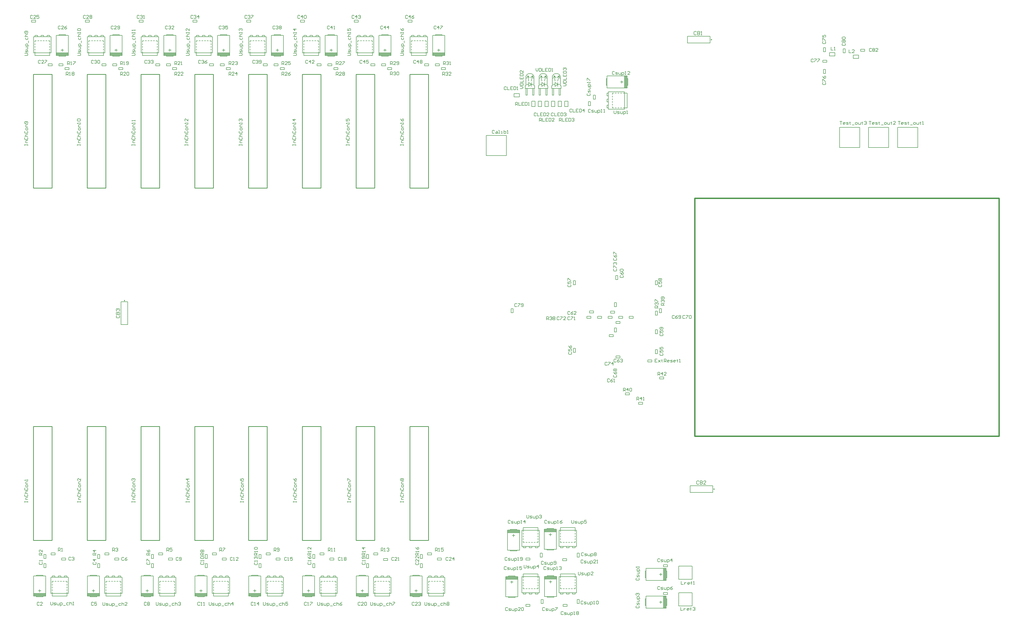
<source format=gto>
%FSAX43Y43*%
%MOMM*%
G71*
G01*
G75*
G04 Layer_Color=65535*
%ADD10C,0.175*%
%ADD11O,0.305X1.016*%
%ADD12O,0.813X0.305*%
%ADD13R,0.762X2.540*%
%ADD14R,5.000X6.000*%
%ADD15O,1.016X0.305*%
%ADD16O,0.305X0.813*%
%ADD17R,3.048X3.048*%
%ADD18R,2.540X0.762*%
%ADD19R,6.000X5.000*%
%ADD20R,3.048X3.048*%
%ADD21O,0.508X1.016*%
%ADD22O,1.524X0.508*%
%ADD23O,1.016X0.508*%
%ADD24O,0.508X1.524*%
%ADD25O,2.100X6.000*%
%ADD26O,2.100X6.000*%
%ADD27C,0.150*%
%ADD28C,0.200*%
%ADD29C,0.120*%
%ADD30C,0.508*%
%ADD31C,1.524*%
%ADD32C,0.500*%
%ADD33C,1.000*%
%ADD34C,0.254*%
%ADD35C,1.160*%
%ADD36C,1.016*%
%ADD37C,0.400*%
%ADD38C,0.300*%
%ADD39C,0.305*%
%ADD40C,1.850*%
%ADD41R,1.850X1.850*%
%ADD42R,1.850X1.850*%
%ADD43C,4.000*%
%ADD44C,1.422*%
%ADD45C,2.438*%
%ADD46C,1.524*%
%ADD47C,3.000*%
%ADD48C,2.500*%
%ADD49C,1.575*%
%ADD50R,1.575X1.575*%
%ADD51R,1.575X1.575*%
%ADD52C,0.500*%
%ADD53C,1.300*%
%ADD54C,1.000*%
%ADD55C,1.200*%
%ADD56C,1.270*%
%ADD57C,0.600*%
%ADD58C,0.900*%
%ADD59C,2.000*%
G04:AMPARAMS|DCode=60|XSize=1.85mm|YSize=1.85mm|CornerRadius=0mm|HoleSize=0mm|Usage=FLASHONLY|Rotation=0.000|XOffset=0mm|YOffset=0mm|HoleType=Round|Shape=Relief|Width=0.175mm|Gap=0.2mm|Entries=4|*
%AMTHD60*
7,0,0,1.850,1.450,0.175,45*
%
%ADD60THD60*%
%ADD61C,3.400*%
%ADD62C,1.213*%
G04:AMPARAMS|DCode=63|XSize=2.0708mm|YSize=2.0708mm|CornerRadius=0mm|HoleSize=0mm|Usage=FLASHONLY|Rotation=0.000|XOffset=0mm|YOffset=0mm|HoleType=Round|Shape=Relief|Width=0.175mm|Gap=0.2mm|Entries=4|*
%AMTHD63*
7,0,0,2.071,1.671,0.175,45*
%
%ADD63THD63*%
%ADD64C,1.721*%
G04:AMPARAMS|DCode=65|XSize=1.65mm|YSize=1.65mm|CornerRadius=0mm|HoleSize=0mm|Usage=FLASHONLY|Rotation=0.000|XOffset=0mm|YOffset=0mm|HoleType=Round|Shape=Relief|Width=0.175mm|Gap=0.2mm|Entries=4|*
%AMTHD65*
7,0,0,1.650,1.250,0.175,45*
%
%ADD65THD65*%
%ADD66C,2.700*%
%ADD67C,2.200*%
G04:AMPARAMS|DCode=68|XSize=2.55mm|YSize=2.55mm|CornerRadius=0mm|HoleSize=0mm|Usage=FLASHONLY|Rotation=0.000|XOffset=0mm|YOffset=0mm|HoleType=Round|Shape=Relief|Width=0.175mm|Gap=0.2mm|Entries=4|*
%AMTHD68*
7,0,0,2.550,2.150,0.175,45*
%
%ADD68THD68*%
%ADD69C,1.416*%
G04:AMPARAMS|DCode=70|XSize=1.766mm|YSize=1.766mm|CornerRadius=0mm|HoleSize=0mm|Usage=FLASHONLY|Rotation=0.000|XOffset=0mm|YOffset=0mm|HoleType=Round|Shape=Relief|Width=0.175mm|Gap=0.2mm|Entries=4|*
%AMTHD70*
7,0,0,1.766,1.366,0.175,45*
%
%ADD70THD70*%
G04:AMPARAMS|DCode=71|XSize=1.5628mm|YSize=1.5628mm|CornerRadius=0mm|HoleSize=0mm|Usage=FLASHONLY|Rotation=0.000|XOffset=0mm|YOffset=0mm|HoleType=Round|Shape=Relief|Width=0.175mm|Gap=0.2mm|Entries=4|*
%AMTHD71*
7,0,0,1.563,1.163,0.175,45*
%
%ADD71THD71*%
%ADD72C,0.650*%
%ADD73C,0.700*%
G04:AMPARAMS|DCode=74|XSize=1mm|YSize=1mm|CornerRadius=0mm|HoleSize=0mm|Usage=FLASHONLY|Rotation=0.000|XOffset=0mm|YOffset=0mm|HoleType=Round|Shape=Relief|Width=0.175mm|Gap=0.2mm|Entries=4|*
%AMTHD74*
7,0,0,1.000,0.600,0.175,45*
%
%ADD74THD74*%
G04:AMPARAMS|DCode=75|XSize=1.05mm|YSize=1.05mm|CornerRadius=0mm|HoleSize=0mm|Usage=FLASHONLY|Rotation=0.000|XOffset=0mm|YOffset=0mm|HoleType=Round|Shape=Relief|Width=0.175mm|Gap=0.2mm|Entries=4|*
%AMTHD75*
7,0,0,1.050,0.650,0.175,45*
%
%ADD75THD75*%
%ADD76C,1.100*%
%ADD77C,1.111*%
G04:AMPARAMS|DCode=78|XSize=1.4612mm|YSize=1.4612mm|CornerRadius=0mm|HoleSize=0mm|Usage=FLASHONLY|Rotation=0.000|XOffset=0mm|YOffset=0mm|HoleType=Round|Shape=Relief|Width=0.175mm|Gap=0.2mm|Entries=4|*
%AMTHD78*
7,0,0,1.461,1.061,0.175,45*
%
%ADD78THD78*%
G04:AMPARAMS|DCode=79|XSize=1.45mm|YSize=1.45mm|CornerRadius=0mm|HoleSize=0mm|Usage=FLASHONLY|Rotation=0.000|XOffset=0mm|YOffset=0mm|HoleType=Round|Shape=Relief|Width=0.175mm|Gap=0.2mm|Entries=4|*
%AMTHD79*
7,0,0,1.450,1.050,0.175,45*
%
%ADD79THD79*%
%ADD80C,0.900*%
%ADD81C,1.670*%
%ADD82C,1.000*%
%ADD83O,1.270X0.762*%
%ADD84R,1.270X0.762*%
%ADD85O,0.508X1.778*%
%ADD86R,0.508X1.778*%
%ADD87R,1.270X2.108*%
G04:AMPARAMS|DCode=88|XSize=2.108mm|YSize=1.27mm|CornerRadius=0mm|HoleSize=0mm|Usage=FLASHONLY|Rotation=270.000|XOffset=0mm|YOffset=0mm|HoleType=Round|Shape=Octagon|*
%AMOCTAGOND88*
4,1,8,-0.318,-1.054,0.318,-1.054,0.635,-0.737,0.635,0.737,0.318,1.054,-0.318,1.054,-0.635,0.737,-0.635,-0.737,-0.318,-1.054,0.0*
%
%ADD88OCTAGOND88*%

%ADD89O,0.600X2.200*%
%ADD90R,0.250X1.600*%
%ADD91O,0.250X1.600*%
%ADD92O,1.600X0.250*%
%ADD93R,4.600X0.610*%
%ADD94R,4.600X0.810*%
%ADD95R,1.650X0.300*%
%ADD96O,1.778X0.381*%
%ADD97R,1.778X0.381*%
%ADD98C,0.250*%
%ADD99C,0.203*%
G54D28*
X0063230Y0160820D02*
X0065770D01*
X0063230Y0152260D02*
Y0160820D01*
Y0152260D02*
X0065770D01*
Y0160820D01*
X0286820Y0088730D02*
Y0091270D01*
X0278260D02*
X0286820D01*
X0278260Y0088730D02*
Y0091270D01*
Y0088730D02*
X0286820D01*
X0285820Y0258730D02*
Y0261270D01*
X0277260D02*
X0285820D01*
X0277260Y0258730D02*
Y0261270D01*
Y0258730D02*
X0285820D01*
X0279050Y0055900D02*
Y0058400D01*
X0273950Y0055900D02*
X0279050D01*
X0273950D02*
Y0060900D01*
X0279050D01*
Y0058400D02*
Y0060900D01*
Y0048300D02*
Y0050800D01*
X0273950D02*
X0279050D01*
X0273950Y0045800D02*
Y0050800D01*
Y0045800D02*
X0279050D01*
Y0048300D01*
X0061617Y0155606D02*
X0061400Y0155390D01*
Y0154957D01*
X0061617Y0154740D01*
X0062483D01*
X0062700Y0154957D01*
Y0155390D01*
X0062483Y0155606D01*
X0061400Y0156040D02*
X0062700D01*
Y0156689D01*
X0062483Y0156906D01*
X0062267D01*
X0062050Y0156689D01*
Y0156040D01*
Y0156689D01*
X0061834Y0156906D01*
X0061617D01*
X0061400Y0156689D01*
Y0156040D01*
X0061617Y0157339D02*
X0061400Y0157556D01*
Y0157989D01*
X0061617Y0158206D01*
X0061834D01*
X0062050Y0157989D01*
Y0157772D01*
Y0157989D01*
X0062267Y0158206D01*
X0062483D01*
X0062700Y0157989D01*
Y0157556D01*
X0062483Y0157339D01*
X0281606Y0092883D02*
X0281390Y0093100D01*
X0280957D01*
X0280740Y0092883D01*
Y0092017D01*
X0280957Y0091800D01*
X0281390D01*
X0281606Y0092017D01*
X0282040Y0093100D02*
Y0091800D01*
X0282689D01*
X0282906Y0092017D01*
Y0092233D01*
X0282689Y0092450D01*
X0282040D01*
X0282689D01*
X0282906Y0092666D01*
Y0092883D01*
X0282689Y0093100D01*
X0282040D01*
X0284206Y0091800D02*
X0283339D01*
X0284206Y0092666D01*
Y0092883D01*
X0283989Y0093100D01*
X0283556D01*
X0283339Y0092883D01*
X0280606Y0262883D02*
X0280390Y0263100D01*
X0279957D01*
X0279740Y0262883D01*
Y0262017D01*
X0279957Y0261800D01*
X0280390D01*
X0280606Y0262017D01*
X0281040Y0263100D02*
Y0261800D01*
X0281689D01*
X0281906Y0262017D01*
Y0262233D01*
X0281689Y0262450D01*
X0281040D01*
X0281689D01*
X0281906Y0262666D01*
Y0262883D01*
X0281689Y0263100D01*
X0281040D01*
X0282339Y0261800D02*
X0282772D01*
X0282556D01*
Y0263100D01*
X0282339Y0262883D01*
X0067300Y0254000D02*
X0068300D01*
X0068500Y0254200D01*
Y0254600D01*
X0068300Y0254800D01*
X0067300D01*
X0068500Y0255200D02*
Y0255799D01*
X0068300Y0255999D01*
X0068100Y0255799D01*
Y0255400D01*
X0067900Y0255200D01*
X0067700Y0255400D01*
Y0255999D01*
Y0256399D02*
X0068300D01*
X0068500Y0256599D01*
Y0257199D01*
X0067700D01*
X0068900Y0257599D02*
X0067700D01*
Y0258199D01*
X0067900Y0258399D01*
X0068300D01*
X0068500Y0258199D01*
Y0257599D01*
X0068700Y0258798D02*
Y0259598D01*
X0067700Y0260798D02*
Y0260198D01*
X0067900Y0259998D01*
X0068300D01*
X0068500Y0260198D01*
Y0260798D01*
X0067300Y0261198D02*
X0068500D01*
X0067900D01*
X0067700Y0261398D01*
Y0261797D01*
X0067900Y0261997D01*
X0068500D01*
Y0262397D02*
Y0262797D01*
Y0262597D01*
X0067300D01*
X0067500Y0262397D01*
X0068500Y0263397D02*
Y0263797D01*
Y0263597D01*
X0067300D01*
X0067500Y0263397D01*
X0230300Y0242500D02*
X0231100D01*
X0231500Y0242900D01*
X0231100Y0243300D01*
X0230300D01*
Y0243700D02*
X0231500D01*
Y0244299D01*
X0231300Y0244499D01*
X0230500D01*
X0230300Y0244299D01*
Y0243700D01*
Y0244899D02*
X0231500D01*
Y0245699D01*
X0230300Y0246899D02*
Y0246099D01*
X0231500D01*
Y0246899D01*
X0230900Y0246099D02*
Y0246499D01*
X0230300Y0247298D02*
X0231500D01*
Y0247898D01*
X0231300Y0248098D01*
X0230500D01*
X0230300Y0247898D01*
Y0247298D01*
X0230500Y0248498D02*
X0230300Y0248698D01*
Y0249098D01*
X0230500Y0249298D01*
X0230700D01*
X0230900Y0249098D01*
Y0248898D01*
Y0249098D01*
X0231100Y0249298D01*
X0231300D01*
X0231500Y0249098D01*
Y0248698D01*
X0231300Y0248498D01*
X0146100Y0064000D02*
X0145900Y0064200D01*
X0145500D01*
X0145300Y0064000D01*
Y0063200D01*
X0145500Y0063000D01*
X0145900D01*
X0146100Y0063200D01*
X0146500Y0063000D02*
X0146899D01*
X0146700D01*
Y0064200D01*
X0146500Y0064000D01*
X0147499D02*
X0147699Y0064200D01*
X0148099D01*
X0148299Y0064000D01*
Y0063800D01*
X0148099Y0063600D01*
X0148299Y0063400D01*
Y0063200D01*
X0148099Y0063000D01*
X0147699D01*
X0147499Y0063200D01*
Y0063400D01*
X0147699Y0063600D01*
X0147499Y0063800D01*
Y0064000D01*
X0147699Y0063600D02*
X0148099D01*
X0168800Y0254000D02*
X0169800D01*
X0170000Y0254200D01*
Y0254600D01*
X0169800Y0254800D01*
X0168800D01*
X0170000Y0255200D02*
Y0255799D01*
X0169800Y0255999D01*
X0169600Y0255799D01*
Y0255400D01*
X0169400Y0255200D01*
X0169200Y0255400D01*
Y0255999D01*
Y0256399D02*
X0169800D01*
X0170000Y0256599D01*
Y0257199D01*
X0169200D01*
X0170400Y0257599D02*
X0169200D01*
Y0258199D01*
X0169400Y0258399D01*
X0169800D01*
X0170000Y0258199D01*
Y0257599D01*
X0170200Y0258798D02*
Y0259598D01*
X0169200Y0260798D02*
Y0260198D01*
X0169400Y0259998D01*
X0169800D01*
X0170000Y0260198D01*
Y0260798D01*
X0168800Y0261198D02*
X0170000D01*
X0169400D01*
X0169200Y0261398D01*
Y0261797D01*
X0169400Y0261997D01*
X0170000D01*
Y0262397D02*
Y0262797D01*
Y0262597D01*
X0168800D01*
X0169000Y0262397D01*
X0168800Y0264197D02*
X0169000Y0263797D01*
X0169400Y0263397D01*
X0169800D01*
X0170000Y0263597D01*
Y0263997D01*
X0169800Y0264197D01*
X0169600D01*
X0169400Y0263997D01*
Y0263397D01*
X0148800Y0254000D02*
X0149800D01*
X0150000Y0254200D01*
Y0254600D01*
X0149800Y0254800D01*
X0148800D01*
X0150000Y0255200D02*
Y0255799D01*
X0149800Y0255999D01*
X0149600Y0255799D01*
Y0255400D01*
X0149400Y0255200D01*
X0149200Y0255400D01*
Y0255999D01*
Y0256399D02*
X0149800D01*
X0150000Y0256599D01*
Y0257199D01*
X0149200D01*
X0150400Y0257599D02*
X0149200D01*
Y0258199D01*
X0149400Y0258399D01*
X0149800D01*
X0150000Y0258199D01*
Y0257599D01*
X0150200Y0258798D02*
Y0259598D01*
X0149200Y0260798D02*
Y0260198D01*
X0149400Y0259998D01*
X0149800D01*
X0150000Y0260198D01*
Y0260798D01*
X0148800Y0261198D02*
X0150000D01*
X0149400D01*
X0149200Y0261398D01*
Y0261797D01*
X0149400Y0261997D01*
X0150000D01*
Y0262397D02*
Y0262797D01*
Y0262597D01*
X0148800D01*
X0149000Y0262397D01*
X0148800Y0264197D02*
Y0263397D01*
X0149400D01*
X0149200Y0263797D01*
Y0263997D01*
X0149400Y0264197D01*
X0149800D01*
X0150000Y0263997D01*
Y0263597D01*
X0149800Y0263397D01*
X0128300Y0254000D02*
X0129300D01*
X0129500Y0254200D01*
Y0254600D01*
X0129300Y0254800D01*
X0128300D01*
X0129500Y0255200D02*
Y0255799D01*
X0129300Y0255999D01*
X0129100Y0255799D01*
Y0255400D01*
X0128900Y0255200D01*
X0128700Y0255400D01*
Y0255999D01*
Y0256399D02*
X0129300D01*
X0129500Y0256599D01*
Y0257199D01*
X0128700D01*
X0129900Y0257599D02*
X0128700D01*
Y0258199D01*
X0128900Y0258399D01*
X0129300D01*
X0129500Y0258199D01*
Y0257599D01*
X0129700Y0258798D02*
Y0259598D01*
X0128700Y0260798D02*
Y0260198D01*
X0128900Y0259998D01*
X0129300D01*
X0129500Y0260198D01*
Y0260798D01*
X0128300Y0261198D02*
X0129500D01*
X0128900D01*
X0128700Y0261398D01*
Y0261797D01*
X0128900Y0261997D01*
X0129500D01*
Y0262397D02*
Y0262797D01*
Y0262597D01*
X0128300D01*
X0128500Y0262397D01*
X0129500Y0263997D02*
X0128300D01*
X0128900Y0263397D01*
Y0264197D01*
X0107800Y0254000D02*
X0108800D01*
X0109000Y0254200D01*
Y0254600D01*
X0108800Y0254800D01*
X0107800D01*
X0109000Y0255200D02*
Y0255799D01*
X0108800Y0255999D01*
X0108600Y0255799D01*
Y0255400D01*
X0108400Y0255200D01*
X0108200Y0255400D01*
Y0255999D01*
Y0256399D02*
X0108800D01*
X0109000Y0256599D01*
Y0257199D01*
X0108200D01*
X0109400Y0257599D02*
X0108200D01*
Y0258199D01*
X0108400Y0258399D01*
X0108800D01*
X0109000Y0258199D01*
Y0257599D01*
X0109200Y0258798D02*
Y0259598D01*
X0108200Y0260798D02*
Y0260198D01*
X0108400Y0259998D01*
X0108800D01*
X0109000Y0260198D01*
Y0260798D01*
X0107800Y0261198D02*
X0109000D01*
X0108400D01*
X0108200Y0261398D01*
Y0261797D01*
X0108400Y0261997D01*
X0109000D01*
Y0262397D02*
Y0262797D01*
Y0262597D01*
X0107800D01*
X0108000Y0262397D01*
Y0263397D02*
X0107800Y0263597D01*
Y0263997D01*
X0108000Y0264197D01*
X0108200D01*
X0108400Y0263997D01*
Y0263797D01*
Y0263997D01*
X0108600Y0264197D01*
X0108800D01*
X0109000Y0263997D01*
Y0263597D01*
X0108800Y0263397D01*
X0087800Y0254000D02*
X0088800D01*
X0089000Y0254200D01*
Y0254600D01*
X0088800Y0254800D01*
X0087800D01*
X0089000Y0255200D02*
Y0255799D01*
X0088800Y0255999D01*
X0088600Y0255799D01*
Y0255400D01*
X0088400Y0255200D01*
X0088200Y0255400D01*
Y0255999D01*
Y0256399D02*
X0088800D01*
X0089000Y0256599D01*
Y0257199D01*
X0088200D01*
X0089400Y0257599D02*
X0088200D01*
Y0258199D01*
X0088400Y0258399D01*
X0088800D01*
X0089000Y0258199D01*
Y0257599D01*
X0089200Y0258798D02*
Y0259598D01*
X0088200Y0260798D02*
Y0260198D01*
X0088400Y0259998D01*
X0088800D01*
X0089000Y0260198D01*
Y0260798D01*
X0087800Y0261198D02*
X0089000D01*
X0088400D01*
X0088200Y0261398D01*
Y0261797D01*
X0088400Y0261997D01*
X0089000D01*
Y0262397D02*
Y0262797D01*
Y0262597D01*
X0087800D01*
X0088000Y0262397D01*
X0089000Y0264197D02*
Y0263397D01*
X0088200Y0264197D01*
X0088000D01*
X0087800Y0263997D01*
Y0263597D01*
X0088000Y0263397D01*
X0046800Y0254000D02*
X0047800D01*
X0048000Y0254200D01*
Y0254600D01*
X0047800Y0254800D01*
X0046800D01*
X0048000Y0255200D02*
Y0255799D01*
X0047800Y0255999D01*
X0047600Y0255799D01*
Y0255400D01*
X0047400Y0255200D01*
X0047200Y0255400D01*
Y0255999D01*
Y0256399D02*
X0047800D01*
X0048000Y0256599D01*
Y0257199D01*
X0047200D01*
X0048400Y0257599D02*
X0047200D01*
Y0258199D01*
X0047400Y0258399D01*
X0047800D01*
X0048000Y0258199D01*
Y0257599D01*
X0048200Y0258798D02*
Y0259598D01*
X0047200Y0260798D02*
Y0260198D01*
X0047400Y0259998D01*
X0047800D01*
X0048000Y0260198D01*
Y0260798D01*
X0046800Y0261198D02*
X0048000D01*
X0047400D01*
X0047200Y0261398D01*
Y0261797D01*
X0047400Y0261997D01*
X0048000D01*
Y0262397D02*
Y0262797D01*
Y0262597D01*
X0046800D01*
X0047000Y0262397D01*
Y0263397D02*
X0046800Y0263597D01*
Y0263997D01*
X0047000Y0264197D01*
X0047800D01*
X0048000Y0263997D01*
Y0263597D01*
X0047800Y0263397D01*
X0047000D01*
X0026800Y0254000D02*
X0027800D01*
X0028000Y0254200D01*
Y0254600D01*
X0027800Y0254800D01*
X0026800D01*
X0028000Y0255200D02*
Y0255799D01*
X0027800Y0255999D01*
X0027600Y0255799D01*
Y0255400D01*
X0027400Y0255200D01*
X0027200Y0255400D01*
Y0255999D01*
Y0256399D02*
X0027800D01*
X0028000Y0256599D01*
Y0257199D01*
X0027200D01*
X0028400Y0257599D02*
X0027200D01*
Y0258199D01*
X0027400Y0258399D01*
X0027800D01*
X0028000Y0258199D01*
Y0257599D01*
X0028200Y0258798D02*
Y0259598D01*
X0027200Y0260798D02*
Y0260198D01*
X0027400Y0259998D01*
X0027800D01*
X0028000Y0260198D01*
Y0260798D01*
X0026800Y0261198D02*
X0028000D01*
X0027400D01*
X0027200Y0261398D01*
Y0261797D01*
X0027400Y0261997D01*
X0028000D01*
X0027800Y0262397D02*
X0028000Y0262597D01*
Y0262997D01*
X0027800Y0263197D01*
X0027000D01*
X0026800Y0262997D01*
Y0262597D01*
X0027000Y0262397D01*
X0027200D01*
X0027400Y0262597D01*
Y0263197D01*
X0178000Y0047200D02*
Y0046200D01*
X0178200Y0046000D01*
X0178600D01*
X0178800Y0046200D01*
Y0047200D01*
X0179200Y0046000D02*
X0179799D01*
X0179999Y0046200D01*
X0179799Y0046400D01*
X0179400D01*
X0179200Y0046600D01*
X0179400Y0046800D01*
X0179999D01*
X0180399D02*
Y0046200D01*
X0180599Y0046000D01*
X0181199D01*
Y0046800D01*
X0181599Y0045600D02*
Y0046800D01*
X0182199D01*
X0182399Y0046600D01*
Y0046200D01*
X0182199Y0046000D01*
X0181599D01*
X0182798Y0045800D02*
X0183598D01*
X0184798Y0046800D02*
X0184198D01*
X0183998Y0046600D01*
Y0046200D01*
X0184198Y0046000D01*
X0184798D01*
X0185198Y0047200D02*
Y0046000D01*
Y0046600D01*
X0185398Y0046800D01*
X0185797D01*
X0185997Y0046600D01*
Y0046000D01*
X0186397Y0047000D02*
X0186597Y0047200D01*
X0186997D01*
X0187197Y0047000D01*
Y0046800D01*
X0186997Y0046600D01*
X0187197Y0046400D01*
Y0046200D01*
X0186997Y0046000D01*
X0186597D01*
X0186397Y0046200D01*
Y0046400D01*
X0186597Y0046600D01*
X0186397Y0046800D01*
Y0047000D01*
X0186597Y0046600D02*
X0186997D01*
X0157500Y0047200D02*
Y0046200D01*
X0157700Y0046000D01*
X0158100D01*
X0158300Y0046200D01*
Y0047200D01*
X0158700Y0046000D02*
X0159299D01*
X0159499Y0046200D01*
X0159299Y0046400D01*
X0158900D01*
X0158700Y0046600D01*
X0158900Y0046800D01*
X0159499D01*
X0159899D02*
Y0046200D01*
X0160099Y0046000D01*
X0160699D01*
Y0046800D01*
X0161099Y0045600D02*
Y0046800D01*
X0161699D01*
X0161899Y0046600D01*
Y0046200D01*
X0161699Y0046000D01*
X0161099D01*
X0162298Y0045800D02*
X0163098D01*
X0164298Y0046800D02*
X0163698D01*
X0163498Y0046600D01*
Y0046200D01*
X0163698Y0046000D01*
X0164298D01*
X0164698Y0047200D02*
Y0046000D01*
Y0046600D01*
X0164898Y0046800D01*
X0165297D01*
X0165497Y0046600D01*
Y0046000D01*
X0165897Y0047200D02*
X0166697D01*
Y0047000D01*
X0165897Y0046200D01*
Y0046000D01*
X0137500Y0047200D02*
Y0046200D01*
X0137700Y0046000D01*
X0138100D01*
X0138300Y0046200D01*
Y0047200D01*
X0138700Y0046000D02*
X0139299D01*
X0139499Y0046200D01*
X0139299Y0046400D01*
X0138900D01*
X0138700Y0046600D01*
X0138900Y0046800D01*
X0139499D01*
X0139899D02*
Y0046200D01*
X0140099Y0046000D01*
X0140699D01*
Y0046800D01*
X0141099Y0045600D02*
Y0046800D01*
X0141699D01*
X0141899Y0046600D01*
Y0046200D01*
X0141699Y0046000D01*
X0141099D01*
X0142298Y0045800D02*
X0143098D01*
X0144298Y0046800D02*
X0143698D01*
X0143498Y0046600D01*
Y0046200D01*
X0143698Y0046000D01*
X0144298D01*
X0144698Y0047200D02*
Y0046000D01*
Y0046600D01*
X0144898Y0046800D01*
X0145297D01*
X0145497Y0046600D01*
Y0046000D01*
X0146697Y0047200D02*
X0146297Y0047000D01*
X0145897Y0046600D01*
Y0046200D01*
X0146097Y0046000D01*
X0146497D01*
X0146697Y0046200D01*
Y0046400D01*
X0146497Y0046600D01*
X0145897D01*
X0334855Y0229115D02*
X0335655D01*
X0335255D01*
Y0227915D01*
X0336655D02*
X0336255D01*
X0336055Y0228115D01*
Y0228515D01*
X0336255Y0228715D01*
X0336655D01*
X0336854Y0228515D01*
Y0228315D01*
X0336055D01*
X0337254Y0227915D02*
X0337854D01*
X0338054Y0228115D01*
X0337854Y0228315D01*
X0337454D01*
X0337254Y0228515D01*
X0337454Y0228715D01*
X0338054D01*
X0338654Y0228915D02*
Y0228715D01*
X0338454D01*
X0338854D01*
X0338654D01*
Y0228115D01*
X0338854Y0227915D01*
X0339454Y0227715D02*
X0340253D01*
X0340853Y0227915D02*
X0341253D01*
X0341453Y0228115D01*
Y0228515D01*
X0341253Y0228715D01*
X0340853D01*
X0340653Y0228515D01*
Y0228115D01*
X0340853Y0227915D01*
X0341853Y0228715D02*
Y0228115D01*
X0342053Y0227915D01*
X0342653D01*
Y0228715D01*
X0343252Y0228915D02*
Y0228715D01*
X0343052D01*
X0343452D01*
X0343252D01*
Y0228115D01*
X0343452Y0227915D01*
X0344052Y0228915D02*
X0344252Y0229115D01*
X0344652D01*
X0344852Y0228915D01*
Y0228715D01*
X0344652Y0228515D01*
X0344452D01*
X0344652D01*
X0344852Y0228315D01*
Y0228115D01*
X0344652Y0227915D01*
X0344252D01*
X0344052Y0228115D01*
X0345855Y0229115D02*
X0346655D01*
X0346255D01*
Y0227915D01*
X0347655D02*
X0347255D01*
X0347055Y0228115D01*
Y0228515D01*
X0347255Y0228715D01*
X0347655D01*
X0347854Y0228515D01*
Y0228315D01*
X0347055D01*
X0348254Y0227915D02*
X0348854D01*
X0349054Y0228115D01*
X0348854Y0228315D01*
X0348454D01*
X0348254Y0228515D01*
X0348454Y0228715D01*
X0349054D01*
X0349654Y0228915D02*
Y0228715D01*
X0349454D01*
X0349854D01*
X0349654D01*
Y0228115D01*
X0349854Y0227915D01*
X0350454Y0227715D02*
X0351253D01*
X0351853Y0227915D02*
X0352253D01*
X0352453Y0228115D01*
Y0228515D01*
X0352253Y0228715D01*
X0351853D01*
X0351653Y0228515D01*
Y0228115D01*
X0351853Y0227915D01*
X0352853Y0228715D02*
Y0228115D01*
X0353053Y0227915D01*
X0353653D01*
Y0228715D01*
X0354252Y0228915D02*
Y0228715D01*
X0354052D01*
X0354452D01*
X0354252D01*
Y0228115D01*
X0354452Y0227915D01*
X0355852D02*
X0355052D01*
X0355852Y0228715D01*
Y0228915D01*
X0355652Y0229115D01*
X0355252D01*
X0355052Y0228915D01*
X0356855Y0229115D02*
X0357655D01*
X0357255D01*
Y0227915D01*
X0358655D02*
X0358255D01*
X0358055Y0228115D01*
Y0228515D01*
X0358255Y0228715D01*
X0358655D01*
X0358854Y0228515D01*
Y0228315D01*
X0358055D01*
X0359254Y0227915D02*
X0359854D01*
X0360054Y0228115D01*
X0359854Y0228315D01*
X0359454D01*
X0359254Y0228515D01*
X0359454Y0228715D01*
X0360054D01*
X0360654Y0228915D02*
Y0228715D01*
X0360454D01*
X0360854D01*
X0360654D01*
Y0228115D01*
X0360854Y0227915D01*
X0361454Y0227715D02*
X0362253D01*
X0362853Y0227915D02*
X0363253D01*
X0363453Y0228115D01*
Y0228515D01*
X0363253Y0228715D01*
X0362853D01*
X0362653Y0228515D01*
Y0228115D01*
X0362853Y0227915D01*
X0363853Y0228715D02*
Y0228115D01*
X0364053Y0227915D01*
X0364653D01*
Y0228715D01*
X0365252Y0228915D02*
Y0228715D01*
X0365052D01*
X0365452D01*
X0365252D01*
Y0228115D01*
X0365452Y0227915D01*
X0366052D02*
X0366452D01*
X0366252D01*
Y0229115D01*
X0366052Y0228915D01*
X0266032Y0133000D02*
Y0134200D01*
X0266632D01*
X0266832Y0134000D01*
Y0133600D01*
X0266632Y0133400D01*
X0266032D01*
X0266432D02*
X0266832Y0133000D01*
X0267831D02*
Y0134200D01*
X0267232Y0133600D01*
X0268031D01*
X0269231Y0133000D02*
X0268431D01*
X0269231Y0133800D01*
Y0134000D01*
X0269031Y0134200D01*
X0268631D01*
X0268431Y0134000D01*
X0258100Y0123600D02*
Y0124800D01*
X0258700D01*
X0258900Y0124600D01*
Y0124200D01*
X0258700Y0124000D01*
X0258100D01*
X0258500D02*
X0258900Y0123600D01*
X0259899D02*
Y0124800D01*
X0259300Y0124200D01*
X0260099D01*
X0260499Y0123600D02*
X0260899D01*
X0260699D01*
Y0124800D01*
X0260499Y0124600D01*
X0253000Y0127000D02*
Y0128200D01*
X0253600D01*
X0253800Y0128000D01*
Y0127600D01*
X0253600Y0127400D01*
X0253000D01*
X0253400D02*
X0253800Y0127000D01*
X0254799D02*
Y0128200D01*
X0254200Y0127600D01*
X0254999D01*
X0255399Y0128000D02*
X0255599Y0128200D01*
X0255999D01*
X0256199Y0128000D01*
Y0127200D01*
X0255999Y0127000D01*
X0255599D01*
X0255399Y0127200D01*
Y0128000D01*
X0268500Y0159500D02*
X0267300D01*
Y0160100D01*
X0267500Y0160300D01*
X0267900D01*
X0268100Y0160100D01*
Y0159500D01*
Y0159900D02*
X0268500Y0160300D01*
X0267500Y0160700D02*
X0267300Y0160900D01*
Y0161299D01*
X0267500Y0161499D01*
X0267700D01*
X0267900Y0161299D01*
Y0161099D01*
Y0161299D01*
X0268100Y0161499D01*
X0268300D01*
X0268500Y0161299D01*
Y0160900D01*
X0268300Y0160700D01*
Y0161899D02*
X0268500Y0162099D01*
Y0162499D01*
X0268300Y0162699D01*
X0267500D01*
X0267300Y0162499D01*
Y0162099D01*
X0267500Y0161899D01*
X0267700D01*
X0267900Y0162099D01*
Y0162699D01*
X0184726Y0246500D02*
Y0247700D01*
X0185326D01*
X0185526Y0247500D01*
Y0247100D01*
X0185326Y0246900D01*
X0184726D01*
X0185126D02*
X0185526Y0246500D01*
X0185926Y0247500D02*
X0186126Y0247700D01*
X0186525D01*
X0186725Y0247500D01*
Y0247300D01*
X0186525Y0247100D01*
X0186325D01*
X0186525D01*
X0186725Y0246900D01*
Y0246700D01*
X0186525Y0246500D01*
X0186126D01*
X0185926Y0246700D01*
X0187925Y0246500D02*
X0187125D01*
X0187925Y0247300D01*
Y0247500D01*
X0187725Y0247700D01*
X0187325D01*
X0187125Y0247500D01*
X0185000Y0250500D02*
Y0251700D01*
X0185600D01*
X0185800Y0251500D01*
Y0251100D01*
X0185600Y0250900D01*
X0185000D01*
X0185400D02*
X0185800Y0250500D01*
X0186200Y0251500D02*
X0186400Y0251700D01*
X0186799D01*
X0186999Y0251500D01*
Y0251300D01*
X0186799Y0251100D01*
X0186599D01*
X0186799D01*
X0186999Y0250900D01*
Y0250700D01*
X0186799Y0250500D01*
X0186400D01*
X0186200Y0250700D01*
X0187399Y0250500D02*
X0187799D01*
X0187599D01*
Y0251700D01*
X0187399Y0251500D01*
X0165006Y0246600D02*
Y0247800D01*
X0165606D01*
X0165806Y0247600D01*
Y0247200D01*
X0165606Y0247000D01*
X0165006D01*
X0165406D02*
X0165806Y0246600D01*
X0166206Y0247600D02*
X0166406Y0247800D01*
X0166805D01*
X0167005Y0247600D01*
Y0247400D01*
X0166805Y0247200D01*
X0166605D01*
X0166805D01*
X0167005Y0247000D01*
Y0246800D01*
X0166805Y0246600D01*
X0166406D01*
X0166206Y0246800D01*
X0167405Y0247600D02*
X0167605Y0247800D01*
X0168005D01*
X0168205Y0247600D01*
Y0246800D01*
X0168005Y0246600D01*
X0167605D01*
X0167405Y0246800D01*
Y0247600D01*
X0165000Y0250500D02*
Y0251700D01*
X0165600D01*
X0165800Y0251500D01*
Y0251100D01*
X0165600Y0250900D01*
X0165000D01*
X0165400D02*
X0165800Y0250500D01*
X0166999D02*
X0166200D01*
X0166999Y0251300D01*
Y0251500D01*
X0166799Y0251700D01*
X0166400D01*
X0166200Y0251500D01*
X0167399Y0250700D02*
X0167599Y0250500D01*
X0167999D01*
X0168199Y0250700D01*
Y0251500D01*
X0167999Y0251700D01*
X0167599D01*
X0167399Y0251500D01*
Y0251300D01*
X0167599Y0251100D01*
X0168199D01*
X0144500Y0246500D02*
Y0247700D01*
X0145100D01*
X0145300Y0247500D01*
Y0247100D01*
X0145100Y0246900D01*
X0144500D01*
X0144900D02*
X0145300Y0246500D01*
X0146499D02*
X0145700D01*
X0146499Y0247300D01*
Y0247500D01*
X0146299Y0247700D01*
X0145900D01*
X0145700Y0247500D01*
X0146899D02*
X0147099Y0247700D01*
X0147499D01*
X0147699Y0247500D01*
Y0247300D01*
X0147499Y0247100D01*
X0147699Y0246900D01*
Y0246700D01*
X0147499Y0246500D01*
X0147099D01*
X0146899Y0246700D01*
Y0246900D01*
X0147099Y0247100D01*
X0146899Y0247300D01*
Y0247500D01*
X0147099Y0247100D02*
X0147499D01*
X0168800Y0220000D02*
Y0220400D01*
Y0220200D01*
X0170000D01*
Y0220000D01*
Y0220400D01*
Y0221000D02*
X0169200D01*
Y0221599D01*
X0169400Y0221799D01*
X0170000D01*
X0169000Y0222999D02*
X0168800Y0222799D01*
Y0222399D01*
X0169000Y0222199D01*
X0169800D01*
X0170000Y0222399D01*
Y0222799D01*
X0169800Y0222999D01*
X0168800Y0223399D02*
X0170000D01*
X0169400D01*
X0169200Y0223599D01*
Y0223999D01*
X0169400Y0224199D01*
X0170000D01*
X0169000Y0225398D02*
X0168800Y0225198D01*
Y0224798D01*
X0169000Y0224599D01*
X0169800D01*
X0170000Y0224798D01*
Y0225198D01*
X0169800Y0225398D01*
X0170000Y0225998D02*
Y0226398D01*
X0169800Y0226598D01*
X0169400D01*
X0169200Y0226398D01*
Y0225998D01*
X0169400Y0225798D01*
X0169800D01*
X0170000Y0225998D01*
Y0226998D02*
X0169200D01*
Y0227598D01*
X0169400Y0227797D01*
X0170000D01*
Y0228197D02*
Y0228597D01*
Y0228397D01*
X0168800D01*
X0169000Y0228197D01*
X0168800Y0229997D02*
X0169000Y0229597D01*
X0169400Y0229197D01*
X0169800D01*
X0170000Y0229397D01*
Y0229797D01*
X0169800Y0229997D01*
X0169600D01*
X0169400Y0229797D01*
Y0229197D01*
X0148300Y0220000D02*
Y0220400D01*
Y0220200D01*
X0149500D01*
Y0220000D01*
Y0220400D01*
Y0221000D02*
X0148700D01*
Y0221599D01*
X0148900Y0221799D01*
X0149500D01*
X0148500Y0222999D02*
X0148300Y0222799D01*
Y0222399D01*
X0148500Y0222199D01*
X0149300D01*
X0149500Y0222399D01*
Y0222799D01*
X0149300Y0222999D01*
X0148300Y0223399D02*
X0149500D01*
X0148900D01*
X0148700Y0223599D01*
Y0223999D01*
X0148900Y0224199D01*
X0149500D01*
X0148500Y0225398D02*
X0148300Y0225198D01*
Y0224798D01*
X0148500Y0224599D01*
X0149300D01*
X0149500Y0224798D01*
Y0225198D01*
X0149300Y0225398D01*
X0149500Y0225998D02*
Y0226398D01*
X0149300Y0226598D01*
X0148900D01*
X0148700Y0226398D01*
Y0225998D01*
X0148900Y0225798D01*
X0149300D01*
X0149500Y0225998D01*
Y0226998D02*
X0148700D01*
Y0227598D01*
X0148900Y0227797D01*
X0149500D01*
Y0228197D02*
Y0228597D01*
Y0228397D01*
X0148300D01*
X0148500Y0228197D01*
X0148300Y0229997D02*
Y0229197D01*
X0148900D01*
X0148700Y0229597D01*
Y0229797D01*
X0148900Y0229997D01*
X0149300D01*
X0149500Y0229797D01*
Y0229397D01*
X0149300Y0229197D01*
X0128059Y0220000D02*
Y0220400D01*
Y0220200D01*
X0129258D01*
Y0220000D01*
Y0220400D01*
Y0221000D02*
X0128459D01*
Y0221599D01*
X0128659Y0221799D01*
X0129258D01*
X0128259Y0222999D02*
X0128059Y0222799D01*
Y0222399D01*
X0128259Y0222199D01*
X0129059D01*
X0129258Y0222399D01*
Y0222799D01*
X0129059Y0222999D01*
X0128059Y0223399D02*
X0129258D01*
X0128659D01*
X0128459Y0223599D01*
Y0223999D01*
X0128659Y0224199D01*
X0129258D01*
X0128259Y0225398D02*
X0128059Y0225198D01*
Y0224798D01*
X0128259Y0224599D01*
X0129059D01*
X0129258Y0224798D01*
Y0225198D01*
X0129059Y0225398D01*
X0129258Y0225998D02*
Y0226398D01*
X0129059Y0226598D01*
X0128659D01*
X0128459Y0226398D01*
Y0225998D01*
X0128659Y0225798D01*
X0129059D01*
X0129258Y0225998D01*
Y0226998D02*
X0128459D01*
Y0227598D01*
X0128659Y0227797D01*
X0129258D01*
Y0228197D02*
Y0228597D01*
Y0228397D01*
X0128059D01*
X0128259Y0228197D01*
X0129258Y0229797D02*
X0128059D01*
X0128659Y0229197D01*
Y0229997D01*
X0107800Y0220000D02*
Y0220400D01*
Y0220200D01*
X0109000D01*
Y0220000D01*
Y0220400D01*
Y0221000D02*
X0108200D01*
Y0221599D01*
X0108400Y0221799D01*
X0109000D01*
X0108000Y0222999D02*
X0107800Y0222799D01*
Y0222399D01*
X0108000Y0222199D01*
X0108800D01*
X0109000Y0222399D01*
Y0222799D01*
X0108800Y0222999D01*
X0107800Y0223399D02*
X0109000D01*
X0108400D01*
X0108200Y0223599D01*
Y0223999D01*
X0108400Y0224199D01*
X0109000D01*
X0108000Y0225398D02*
X0107800Y0225198D01*
Y0224798D01*
X0108000Y0224599D01*
X0108800D01*
X0109000Y0224798D01*
Y0225198D01*
X0108800Y0225398D01*
X0109000Y0225998D02*
Y0226398D01*
X0108800Y0226598D01*
X0108400D01*
X0108200Y0226398D01*
Y0225998D01*
X0108400Y0225798D01*
X0108800D01*
X0109000Y0225998D01*
Y0226998D02*
X0108200D01*
Y0227598D01*
X0108400Y0227797D01*
X0109000D01*
Y0228197D02*
Y0228597D01*
Y0228397D01*
X0107800D01*
X0108000Y0228197D01*
Y0229197D02*
X0107800Y0229397D01*
Y0229797D01*
X0108000Y0229997D01*
X0108200D01*
X0108400Y0229797D01*
Y0229597D01*
Y0229797D01*
X0108600Y0229997D01*
X0108800D01*
X0109000Y0229797D01*
Y0229397D01*
X0108800Y0229197D01*
X0087300Y0220000D02*
Y0220400D01*
Y0220200D01*
X0088500D01*
Y0220000D01*
Y0220400D01*
Y0221000D02*
X0087700D01*
Y0221599D01*
X0087900Y0221799D01*
X0088500D01*
X0087500Y0222999D02*
X0087300Y0222799D01*
Y0222399D01*
X0087500Y0222199D01*
X0088300D01*
X0088500Y0222399D01*
Y0222799D01*
X0088300Y0222999D01*
X0087300Y0223399D02*
X0088500D01*
X0087900D01*
X0087700Y0223599D01*
Y0223999D01*
X0087900Y0224199D01*
X0088500D01*
X0087500Y0225398D02*
X0087300Y0225198D01*
Y0224798D01*
X0087500Y0224599D01*
X0088300D01*
X0088500Y0224798D01*
Y0225198D01*
X0088300Y0225398D01*
X0088500Y0225998D02*
Y0226398D01*
X0088300Y0226598D01*
X0087900D01*
X0087700Y0226398D01*
Y0225998D01*
X0087900Y0225798D01*
X0088300D01*
X0088500Y0225998D01*
Y0226998D02*
X0087700D01*
Y0227598D01*
X0087900Y0227797D01*
X0088500D01*
Y0228197D02*
Y0228597D01*
Y0228397D01*
X0087300D01*
X0087500Y0228197D01*
X0088500Y0229997D02*
Y0229197D01*
X0087700Y0229997D01*
X0087500D01*
X0087300Y0229797D01*
Y0229397D01*
X0087500Y0229197D01*
X0067300Y0220000D02*
Y0220400D01*
Y0220200D01*
X0068500D01*
Y0220000D01*
Y0220400D01*
Y0221000D02*
X0067700D01*
Y0221599D01*
X0067900Y0221799D01*
X0068500D01*
X0067500Y0222999D02*
X0067300Y0222799D01*
Y0222399D01*
X0067500Y0222199D01*
X0068300D01*
X0068500Y0222399D01*
Y0222799D01*
X0068300Y0222999D01*
X0067300Y0223399D02*
X0068500D01*
X0067900D01*
X0067700Y0223599D01*
Y0223999D01*
X0067900Y0224199D01*
X0068500D01*
X0067500Y0225398D02*
X0067300Y0225198D01*
Y0224798D01*
X0067500Y0224599D01*
X0068300D01*
X0068500Y0224798D01*
Y0225198D01*
X0068300Y0225398D01*
X0068500Y0225998D02*
Y0226398D01*
X0068300Y0226598D01*
X0067900D01*
X0067700Y0226398D01*
Y0225998D01*
X0067900Y0225798D01*
X0068300D01*
X0068500Y0225998D01*
Y0226998D02*
X0067700D01*
Y0227598D01*
X0067900Y0227797D01*
X0068500D01*
Y0228197D02*
Y0228597D01*
Y0228397D01*
X0067300D01*
X0067500Y0228197D01*
X0068500Y0229197D02*
Y0229597D01*
Y0229397D01*
X0067300D01*
X0067500Y0229197D01*
X0046700Y0220000D02*
Y0220400D01*
Y0220200D01*
X0047900D01*
Y0220000D01*
Y0220400D01*
Y0221000D02*
X0047100D01*
Y0221599D01*
X0047300Y0221799D01*
X0047900D01*
X0046900Y0222999D02*
X0046700Y0222799D01*
Y0222399D01*
X0046900Y0222199D01*
X0047700D01*
X0047900Y0222399D01*
Y0222799D01*
X0047700Y0222999D01*
X0046700Y0223399D02*
X0047900D01*
X0047300D01*
X0047100Y0223599D01*
Y0223999D01*
X0047300Y0224199D01*
X0047900D01*
X0046900Y0225398D02*
X0046700Y0225198D01*
Y0224798D01*
X0046900Y0224599D01*
X0047700D01*
X0047900Y0224798D01*
Y0225198D01*
X0047700Y0225398D01*
X0047900Y0225998D02*
Y0226398D01*
X0047700Y0226598D01*
X0047300D01*
X0047100Y0226398D01*
Y0225998D01*
X0047300Y0225798D01*
X0047700D01*
X0047900Y0225998D01*
Y0226998D02*
X0047100D01*
Y0227598D01*
X0047300Y0227797D01*
X0047900D01*
Y0228197D02*
Y0228597D01*
Y0228397D01*
X0046700D01*
X0046900Y0228197D01*
Y0229197D02*
X0046700Y0229397D01*
Y0229797D01*
X0046900Y0229997D01*
X0047700D01*
X0047900Y0229797D01*
Y0229397D01*
X0047700Y0229197D01*
X0046900D01*
X0026800Y0220000D02*
Y0220400D01*
Y0220200D01*
X0028000D01*
Y0220000D01*
Y0220400D01*
Y0221000D02*
X0027200D01*
Y0221599D01*
X0027400Y0221799D01*
X0028000D01*
X0027000Y0222999D02*
X0026800Y0222799D01*
Y0222399D01*
X0027000Y0222199D01*
X0027800D01*
X0028000Y0222399D01*
Y0222799D01*
X0027800Y0222999D01*
X0026800Y0223399D02*
X0028000D01*
X0027400D01*
X0027200Y0223599D01*
Y0223999D01*
X0027400Y0224199D01*
X0028000D01*
X0027000Y0225398D02*
X0026800Y0225198D01*
Y0224798D01*
X0027000Y0224599D01*
X0027800D01*
X0028000Y0224798D01*
Y0225198D01*
X0027800Y0225398D01*
X0028000Y0225998D02*
Y0226398D01*
X0027800Y0226598D01*
X0027400D01*
X0027200Y0226398D01*
Y0225998D01*
X0027400Y0225798D01*
X0027800D01*
X0028000Y0225998D01*
Y0226998D02*
X0027200D01*
Y0227598D01*
X0027400Y0227797D01*
X0028000D01*
X0027800Y0228197D02*
X0028000Y0228397D01*
Y0228797D01*
X0027800Y0228997D01*
X0027000D01*
X0026800Y0228797D01*
Y0228397D01*
X0027000Y0228197D01*
X0027200D01*
X0027400Y0228397D01*
Y0228997D01*
X0168800Y0085000D02*
Y0085400D01*
Y0085200D01*
X0170000D01*
Y0085000D01*
Y0085400D01*
Y0086000D02*
X0169200D01*
Y0086599D01*
X0169400Y0086799D01*
X0170000D01*
X0169000Y0087999D02*
X0168800Y0087799D01*
Y0087399D01*
X0169000Y0087199D01*
X0169800D01*
X0170000Y0087399D01*
Y0087799D01*
X0169800Y0087999D01*
X0168800Y0088399D02*
X0170000D01*
X0169400D01*
X0169200Y0088599D01*
Y0088999D01*
X0169400Y0089199D01*
X0170000D01*
X0169000Y0090398D02*
X0168800Y0090198D01*
Y0089798D01*
X0169000Y0089599D01*
X0169800D01*
X0170000Y0089798D01*
Y0090198D01*
X0169800Y0090398D01*
X0170000Y0090998D02*
Y0091398D01*
X0169800Y0091598D01*
X0169400D01*
X0169200Y0091398D01*
Y0090998D01*
X0169400Y0090798D01*
X0169800D01*
X0170000Y0090998D01*
Y0091998D02*
X0169200D01*
Y0092598D01*
X0169400Y0092797D01*
X0170000D01*
X0169000Y0093197D02*
X0168800Y0093397D01*
Y0093797D01*
X0169000Y0093997D01*
X0169200D01*
X0169400Y0093797D01*
X0169600Y0093997D01*
X0169800D01*
X0170000Y0093797D01*
Y0093397D01*
X0169800Y0093197D01*
X0169600D01*
X0169400Y0093397D01*
X0169200Y0093197D01*
X0169000D01*
X0169400Y0093397D02*
Y0093797D01*
X0148800Y0085000D02*
Y0085400D01*
Y0085200D01*
X0150000D01*
Y0085000D01*
Y0085400D01*
Y0086000D02*
X0149200D01*
Y0086599D01*
X0149400Y0086799D01*
X0150000D01*
X0149000Y0087999D02*
X0148800Y0087799D01*
Y0087399D01*
X0149000Y0087199D01*
X0149800D01*
X0150000Y0087399D01*
Y0087799D01*
X0149800Y0087999D01*
X0148800Y0088399D02*
X0150000D01*
X0149400D01*
X0149200Y0088599D01*
Y0088999D01*
X0149400Y0089199D01*
X0150000D01*
X0149000Y0090398D02*
X0148800Y0090198D01*
Y0089798D01*
X0149000Y0089599D01*
X0149800D01*
X0150000Y0089798D01*
Y0090198D01*
X0149800Y0090398D01*
X0150000Y0090998D02*
Y0091398D01*
X0149800Y0091598D01*
X0149400D01*
X0149200Y0091398D01*
Y0090998D01*
X0149400Y0090798D01*
X0149800D01*
X0150000Y0090998D01*
Y0091998D02*
X0149200D01*
Y0092598D01*
X0149400Y0092797D01*
X0150000D01*
X0148800Y0093197D02*
Y0093997D01*
X0149000D01*
X0149800Y0093197D01*
X0150000D01*
X0128300Y0085000D02*
Y0085400D01*
Y0085200D01*
X0129500D01*
Y0085000D01*
Y0085400D01*
Y0086000D02*
X0128700D01*
Y0086599D01*
X0128900Y0086799D01*
X0129500D01*
X0128500Y0087999D02*
X0128300Y0087799D01*
Y0087399D01*
X0128500Y0087199D01*
X0129300D01*
X0129500Y0087399D01*
Y0087799D01*
X0129300Y0087999D01*
X0128300Y0088399D02*
X0129500D01*
X0128900D01*
X0128700Y0088599D01*
Y0088999D01*
X0128900Y0089199D01*
X0129500D01*
X0128500Y0090398D02*
X0128300Y0090198D01*
Y0089798D01*
X0128500Y0089599D01*
X0129300D01*
X0129500Y0089798D01*
Y0090198D01*
X0129300Y0090398D01*
X0129500Y0090998D02*
Y0091398D01*
X0129300Y0091598D01*
X0128900D01*
X0128700Y0091398D01*
Y0090998D01*
X0128900Y0090798D01*
X0129300D01*
X0129500Y0090998D01*
Y0091998D02*
X0128700D01*
Y0092598D01*
X0128900Y0092797D01*
X0129500D01*
X0128300Y0093997D02*
X0128500Y0093597D01*
X0128900Y0093197D01*
X0129300D01*
X0129500Y0093397D01*
Y0093797D01*
X0129300Y0093997D01*
X0129100D01*
X0128900Y0093797D01*
Y0093197D01*
X0228800Y0155000D02*
X0228600Y0155200D01*
X0228200D01*
X0228000Y0155000D01*
Y0154200D01*
X0228200Y0154000D01*
X0228600D01*
X0228800Y0154200D01*
X0229200Y0155200D02*
X0229999D01*
Y0155000D01*
X0229200Y0154200D01*
Y0154000D01*
X0231199D02*
X0230399D01*
X0231199Y0154800D01*
Y0155000D01*
X0230999Y0155200D01*
X0230599D01*
X0230399Y0155000D01*
X0232800D02*
X0232600Y0155200D01*
X0232200D01*
X0232000Y0155000D01*
Y0154200D01*
X0232200Y0154000D01*
X0232600D01*
X0232800Y0154200D01*
X0233200Y0155200D02*
X0233999D01*
Y0155000D01*
X0233200Y0154200D01*
Y0154000D01*
X0234399D02*
X0234799D01*
X0234599D01*
Y0155200D01*
X0234399Y0155000D01*
X0276300Y0155500D02*
X0276100Y0155700D01*
X0275700D01*
X0275500Y0155500D01*
Y0154700D01*
X0275700Y0154500D01*
X0276100D01*
X0276300Y0154700D01*
X0276700Y0155700D02*
X0277499D01*
Y0155500D01*
X0276700Y0154700D01*
Y0154500D01*
X0277899Y0155500D02*
X0278099Y0155700D01*
X0278499D01*
X0278699Y0155500D01*
Y0154700D01*
X0278499Y0154500D01*
X0278099D01*
X0277899Y0154700D01*
Y0155500D01*
X0272300D02*
X0272100Y0155700D01*
X0271700D01*
X0271500Y0155500D01*
Y0154700D01*
X0271700Y0154500D01*
X0272100D01*
X0272300Y0154700D01*
X0273499Y0155700D02*
X0273099Y0155500D01*
X0272700Y0155100D01*
Y0154700D01*
X0272900Y0154500D01*
X0273299D01*
X0273499Y0154700D01*
Y0154900D01*
X0273299Y0155100D01*
X0272700D01*
X0273899Y0154700D02*
X0274099Y0154500D01*
X0274499D01*
X0274699Y0154700D01*
Y0155500D01*
X0274499Y0155700D01*
X0274099D01*
X0273899Y0155500D01*
Y0155300D01*
X0274099Y0155100D01*
X0274699D01*
X0249500Y0133100D02*
X0249300Y0132900D01*
Y0132500D01*
X0249500Y0132300D01*
X0250300D01*
X0250500Y0132500D01*
Y0132900D01*
X0250300Y0133100D01*
X0249300Y0134299D02*
X0249500Y0133899D01*
X0249900Y0133500D01*
X0250300D01*
X0250500Y0133700D01*
Y0134099D01*
X0250300Y0134299D01*
X0250100D01*
X0249900Y0134099D01*
Y0133500D01*
X0249500Y0134699D02*
X0249300Y0134899D01*
Y0135299D01*
X0249500Y0135499D01*
X0249700D01*
X0249900Y0135299D01*
X0250100Y0135499D01*
X0250300D01*
X0250500Y0135299D01*
Y0134899D01*
X0250300Y0134699D01*
X0250100D01*
X0249900Y0134899D01*
X0249700Y0134699D01*
X0249500D01*
X0249900Y0134899D02*
Y0135299D01*
X0249500Y0177300D02*
X0249300Y0177100D01*
Y0176700D01*
X0249500Y0176500D01*
X0250300D01*
X0250500Y0176700D01*
Y0177100D01*
X0250300Y0177300D01*
X0249300Y0178499D02*
X0249500Y0178099D01*
X0249900Y0177700D01*
X0250300D01*
X0250500Y0177900D01*
Y0178299D01*
X0250300Y0178499D01*
X0250100D01*
X0249900Y0178299D01*
Y0177700D01*
X0249300Y0178899D02*
Y0179699D01*
X0249500D01*
X0250300Y0178899D01*
X0250500D01*
X0174600Y0252000D02*
X0174400Y0252200D01*
X0174000D01*
X0173800Y0252000D01*
Y0251200D01*
X0174000Y0251000D01*
X0174400D01*
X0174600Y0251200D01*
X0175599Y0251000D02*
Y0252200D01*
X0175000Y0251600D01*
X0175799D01*
X0176199Y0252000D02*
X0176399Y0252200D01*
X0176799D01*
X0176999Y0252000D01*
Y0251800D01*
X0176799Y0251600D01*
X0176999Y0251400D01*
Y0251200D01*
X0176799Y0251000D01*
X0176399D01*
X0176199Y0251200D01*
Y0251400D01*
X0176399Y0251600D01*
X0176199Y0251800D01*
Y0252000D01*
X0176399Y0251600D02*
X0176799D01*
X0182300Y0265000D02*
X0182100Y0265200D01*
X0181700D01*
X0181500Y0265000D01*
Y0264200D01*
X0181700Y0264000D01*
X0182100D01*
X0182300Y0264200D01*
X0183299Y0264000D02*
Y0265200D01*
X0182700Y0264600D01*
X0183499D01*
X0183899Y0265200D02*
X0184699D01*
Y0265000D01*
X0183899Y0264200D01*
Y0264000D01*
X0171500Y0269000D02*
X0171300Y0269200D01*
X0170900D01*
X0170700Y0269000D01*
Y0268200D01*
X0170900Y0268000D01*
X0171300D01*
X0171500Y0268200D01*
X0172499Y0268000D02*
Y0269200D01*
X0171900Y0268600D01*
X0172699D01*
X0173899Y0269200D02*
X0173499Y0269000D01*
X0173099Y0268600D01*
Y0268200D01*
X0173299Y0268000D01*
X0173699D01*
X0173899Y0268200D01*
Y0268400D01*
X0173699Y0268600D01*
X0173099D01*
X0249500Y0233200D02*
Y0232200D01*
X0249700Y0232000D01*
X0250100D01*
X0250300Y0232200D01*
Y0233200D01*
X0250700Y0232000D02*
X0251299D01*
X0251499Y0232200D01*
X0251299Y0232400D01*
X0250900D01*
X0250700Y0232600D01*
X0250900Y0232800D01*
X0251499D01*
X0251899D02*
Y0232200D01*
X0252099Y0232000D01*
X0252699D01*
Y0232800D01*
X0253099Y0231600D02*
Y0232800D01*
X0253699D01*
X0253899Y0232600D01*
Y0232200D01*
X0253699Y0232000D01*
X0253099D01*
X0254298D02*
X0254698D01*
X0254498D01*
Y0233200D01*
X0254298Y0233000D01*
X0239500Y0239628D02*
X0239300Y0239428D01*
Y0239028D01*
X0239500Y0238828D01*
X0240300D01*
X0240500Y0239028D01*
Y0239428D01*
X0240300Y0239628D01*
X0240500Y0240028D02*
Y0240627D01*
X0240300Y0240827D01*
X0240100Y0240627D01*
Y0240228D01*
X0239900Y0240028D01*
X0239700Y0240228D01*
Y0240827D01*
Y0241227D02*
X0240300D01*
X0240500Y0241427D01*
Y0242027D01*
X0239700D01*
X0240900Y0242427D02*
X0239700D01*
Y0243027D01*
X0239900Y0243227D01*
X0240300D01*
X0240500Y0243027D01*
Y0242427D01*
Y0243626D02*
Y0244026D01*
Y0243826D01*
X0239300D01*
X0239500Y0243626D01*
X0239300Y0244626D02*
Y0245426D01*
X0239500D01*
X0240300Y0244626D01*
X0240500D01*
X0240600Y0233500D02*
X0240400Y0233700D01*
X0240000D01*
X0239800Y0233500D01*
Y0232700D01*
X0240000Y0232500D01*
X0240400D01*
X0240600Y0232700D01*
X0241000Y0232500D02*
X0241599D01*
X0241799Y0232700D01*
X0241599Y0232900D01*
X0241200D01*
X0241000Y0233100D01*
X0241200Y0233300D01*
X0241799D01*
X0242199D02*
Y0232700D01*
X0242399Y0232500D01*
X0242999D01*
Y0233300D01*
X0243399Y0232100D02*
Y0233300D01*
X0243999D01*
X0244199Y0233100D01*
Y0232700D01*
X0243999Y0232500D01*
X0243399D01*
X0244598D02*
X0244998D01*
X0244798D01*
Y0233700D01*
X0244598Y0233500D01*
X0245598Y0232500D02*
X0245998D01*
X0245798D01*
Y0233700D01*
X0245598Y0233500D01*
X0249662Y0247786D02*
X0249462Y0247986D01*
X0249062D01*
X0248862Y0247786D01*
Y0246986D01*
X0249062Y0246786D01*
X0249462D01*
X0249662Y0246986D01*
X0250062Y0246786D02*
X0250662D01*
X0250861Y0246986D01*
X0250662Y0247186D01*
X0250262D01*
X0250062Y0247386D01*
X0250262Y0247586D01*
X0250861D01*
X0251261D02*
Y0246986D01*
X0251461Y0246786D01*
X0252061D01*
Y0247586D01*
X0252461Y0246386D02*
Y0247586D01*
X0253061D01*
X0253261Y0247386D01*
Y0246986D01*
X0253061Y0246786D01*
X0252461D01*
X0253661D02*
X0254060D01*
X0253860D01*
Y0247986D01*
X0253661Y0247786D01*
X0255460Y0246786D02*
X0254660D01*
X0255460Y0247586D01*
Y0247786D01*
X0255260Y0247986D01*
X0254860D01*
X0254660Y0247786D01*
X0216500Y0080200D02*
Y0079200D01*
X0216700Y0079000D01*
X0217100D01*
X0217300Y0079200D01*
Y0080200D01*
X0217700Y0079000D02*
X0218299D01*
X0218499Y0079200D01*
X0218299Y0079400D01*
X0217900D01*
X0217700Y0079600D01*
X0217900Y0079800D01*
X0218499D01*
X0218899D02*
Y0079200D01*
X0219099Y0079000D01*
X0219699D01*
Y0079800D01*
X0220099Y0078600D02*
Y0079800D01*
X0220699D01*
X0220899Y0079600D01*
Y0079200D01*
X0220699Y0079000D01*
X0220099D01*
X0221298Y0080000D02*
X0221498Y0080200D01*
X0221898D01*
X0222098Y0080000D01*
Y0079800D01*
X0221898Y0079600D01*
X0221698D01*
X0221898D01*
X0222098Y0079400D01*
Y0079200D01*
X0221898Y0079000D01*
X0221498D01*
X0221298Y0079200D01*
X0204300Y0225500D02*
X0204100Y0225700D01*
X0203700D01*
X0203500Y0225500D01*
Y0224700D01*
X0203700Y0224500D01*
X0204100D01*
X0204300Y0224700D01*
X0204900Y0225300D02*
X0205299D01*
X0205499Y0225100D01*
Y0224500D01*
X0204900D01*
X0204700Y0224700D01*
X0204900Y0224900D01*
X0205499D01*
X0205899Y0224500D02*
X0206299D01*
X0206099D01*
Y0225700D01*
X0205899D01*
X0206899Y0224500D02*
X0207299D01*
X0207099D01*
Y0225300D01*
X0206899D01*
X0207899Y0225700D02*
Y0224500D01*
X0208498D01*
X0208698Y0224700D01*
Y0224900D01*
Y0225100D01*
X0208498Y0225300D01*
X0207899D01*
X0209098Y0224500D02*
X0209498D01*
X0209298D01*
Y0225700D01*
X0209098Y0225500D01*
X0108300Y0085000D02*
Y0085400D01*
Y0085200D01*
X0109500D01*
Y0085000D01*
Y0085400D01*
Y0086000D02*
X0108700D01*
Y0086599D01*
X0108900Y0086799D01*
X0109500D01*
X0108500Y0087999D02*
X0108300Y0087799D01*
Y0087399D01*
X0108500Y0087199D01*
X0109300D01*
X0109500Y0087399D01*
Y0087799D01*
X0109300Y0087999D01*
X0108300Y0088399D02*
X0109500D01*
X0108900D01*
X0108700Y0088599D01*
Y0088999D01*
X0108900Y0089199D01*
X0109500D01*
X0108500Y0090398D02*
X0108300Y0090198D01*
Y0089798D01*
X0108500Y0089599D01*
X0109300D01*
X0109500Y0089798D01*
Y0090198D01*
X0109300Y0090398D01*
X0109500Y0090998D02*
Y0091398D01*
X0109300Y0091598D01*
X0108900D01*
X0108700Y0091398D01*
Y0090998D01*
X0108900Y0090798D01*
X0109300D01*
X0109500Y0090998D01*
Y0091998D02*
X0108700D01*
Y0092598D01*
X0108900Y0092797D01*
X0109500D01*
X0108300Y0093997D02*
Y0093197D01*
X0108900D01*
X0108700Y0093597D01*
Y0093797D01*
X0108900Y0093997D01*
X0109300D01*
X0109500Y0093797D01*
Y0093397D01*
X0109300Y0093197D01*
X0087800Y0085000D02*
Y0085400D01*
Y0085200D01*
X0089000D01*
Y0085000D01*
Y0085400D01*
Y0086000D02*
X0088200D01*
Y0086599D01*
X0088400Y0086799D01*
X0089000D01*
X0088000Y0087999D02*
X0087800Y0087799D01*
Y0087399D01*
X0088000Y0087199D01*
X0088800D01*
X0089000Y0087399D01*
Y0087799D01*
X0088800Y0087999D01*
X0087800Y0088399D02*
X0089000D01*
X0088400D01*
X0088200Y0088599D01*
Y0088999D01*
X0088400Y0089199D01*
X0089000D01*
X0088000Y0090398D02*
X0087800Y0090198D01*
Y0089798D01*
X0088000Y0089599D01*
X0088800D01*
X0089000Y0089798D01*
Y0090198D01*
X0088800Y0090398D01*
X0089000Y0090998D02*
Y0091398D01*
X0088800Y0091598D01*
X0088400D01*
X0088200Y0091398D01*
Y0090998D01*
X0088400Y0090798D01*
X0088800D01*
X0089000Y0090998D01*
Y0091998D02*
X0088200D01*
Y0092598D01*
X0088400Y0092797D01*
X0089000D01*
Y0093797D02*
X0087800D01*
X0088400Y0093197D01*
Y0093997D01*
X0067300Y0085000D02*
Y0085400D01*
Y0085200D01*
X0068500D01*
Y0085000D01*
Y0085400D01*
Y0086000D02*
X0067700D01*
Y0086599D01*
X0067900Y0086799D01*
X0068500D01*
X0067500Y0087999D02*
X0067300Y0087799D01*
Y0087399D01*
X0067500Y0087199D01*
X0068300D01*
X0068500Y0087399D01*
Y0087799D01*
X0068300Y0087999D01*
X0067300Y0088399D02*
X0068500D01*
X0067900D01*
X0067700Y0088599D01*
Y0088999D01*
X0067900Y0089199D01*
X0068500D01*
X0067500Y0090398D02*
X0067300Y0090198D01*
Y0089798D01*
X0067500Y0089599D01*
X0068300D01*
X0068500Y0089798D01*
Y0090198D01*
X0068300Y0090398D01*
X0068500Y0090998D02*
Y0091398D01*
X0068300Y0091598D01*
X0067900D01*
X0067700Y0091398D01*
Y0090998D01*
X0067900Y0090798D01*
X0068300D01*
X0068500Y0090998D01*
Y0091998D02*
X0067700D01*
Y0092598D01*
X0067900Y0092797D01*
X0068500D01*
X0067500Y0093197D02*
X0067300Y0093397D01*
Y0093797D01*
X0067500Y0093997D01*
X0067700D01*
X0067900Y0093797D01*
Y0093597D01*
Y0093797D01*
X0068100Y0093997D01*
X0068300D01*
X0068500Y0093797D01*
Y0093397D01*
X0068300Y0093197D01*
X0046800Y0085000D02*
Y0085400D01*
Y0085200D01*
X0048000D01*
Y0085000D01*
Y0085400D01*
Y0086000D02*
X0047200D01*
Y0086599D01*
X0047400Y0086799D01*
X0048000D01*
X0047000Y0087999D02*
X0046800Y0087799D01*
Y0087399D01*
X0047000Y0087199D01*
X0047800D01*
X0048000Y0087399D01*
Y0087799D01*
X0047800Y0087999D01*
X0046800Y0088399D02*
X0048000D01*
X0047400D01*
X0047200Y0088599D01*
Y0088999D01*
X0047400Y0089199D01*
X0048000D01*
X0047000Y0090398D02*
X0046800Y0090198D01*
Y0089798D01*
X0047000Y0089599D01*
X0047800D01*
X0048000Y0089798D01*
Y0090198D01*
X0047800Y0090398D01*
X0048000Y0090998D02*
Y0091398D01*
X0047800Y0091598D01*
X0047400D01*
X0047200Y0091398D01*
Y0090998D01*
X0047400Y0090798D01*
X0047800D01*
X0048000Y0090998D01*
Y0091998D02*
X0047200D01*
Y0092598D01*
X0047400Y0092797D01*
X0048000D01*
Y0093997D02*
Y0093197D01*
X0047200Y0093997D01*
X0047000D01*
X0046800Y0093797D01*
Y0093397D01*
X0047000Y0093197D01*
X0026800Y0085000D02*
Y0085400D01*
Y0085200D01*
X0028000D01*
Y0085000D01*
Y0085400D01*
Y0086000D02*
X0027200D01*
Y0086599D01*
X0027400Y0086799D01*
X0028000D01*
X0027000Y0087999D02*
X0026800Y0087799D01*
Y0087399D01*
X0027000Y0087199D01*
X0027800D01*
X0028000Y0087399D01*
Y0087799D01*
X0027800Y0087999D01*
X0026800Y0088399D02*
X0028000D01*
X0027400D01*
X0027200Y0088599D01*
Y0088999D01*
X0027400Y0089199D01*
X0028000D01*
X0027000Y0090398D02*
X0026800Y0090198D01*
Y0089798D01*
X0027000Y0089599D01*
X0027800D01*
X0028000Y0089798D01*
Y0090198D01*
X0027800Y0090398D01*
X0028000Y0090998D02*
Y0091398D01*
X0027800Y0091598D01*
X0027400D01*
X0027200Y0091398D01*
Y0090998D01*
X0027400Y0090798D01*
X0027800D01*
X0028000Y0090998D01*
Y0091998D02*
X0027200D01*
Y0092598D01*
X0027400Y0092797D01*
X0028000D01*
Y0093197D02*
Y0093597D01*
Y0093397D01*
X0026800D01*
X0027000Y0093197D01*
X0220000Y0249200D02*
Y0248400D01*
X0220400Y0248000D01*
X0220800Y0248400D01*
Y0249200D01*
X0221200D02*
Y0248000D01*
X0221799D01*
X0221999Y0248200D01*
Y0249000D01*
X0221799Y0249200D01*
X0221200D01*
X0222399D02*
Y0248000D01*
X0223199D01*
X0224399Y0249200D02*
X0223599D01*
Y0248000D01*
X0224399D01*
X0223599Y0248600D02*
X0223999D01*
X0224798Y0249200D02*
Y0248000D01*
X0225398D01*
X0225598Y0248200D01*
Y0249000D01*
X0225398Y0249200D01*
X0224798D01*
X0225998Y0248000D02*
X0226398D01*
X0226198D01*
Y0249200D01*
X0225998Y0249000D01*
X0214000Y0241500D02*
X0214800D01*
X0215200Y0241900D01*
X0214800Y0242300D01*
X0214000D01*
Y0242700D02*
X0215200D01*
Y0243299D01*
X0215000Y0243499D01*
X0214200D01*
X0214000Y0243299D01*
Y0242700D01*
Y0243899D02*
X0215200D01*
Y0244699D01*
X0214000Y0245899D02*
Y0245099D01*
X0215200D01*
Y0245899D01*
X0214600Y0245099D02*
Y0245499D01*
X0214000Y0246298D02*
X0215200D01*
Y0246898D01*
X0215000Y0247098D01*
X0214200D01*
X0214000Y0246898D01*
Y0246298D01*
X0215200Y0248298D02*
Y0247498D01*
X0214400Y0248298D01*
X0214200D01*
X0214000Y0248098D01*
Y0247698D01*
X0214200Y0247498D01*
X0228800Y0229100D02*
Y0230300D01*
X0229400D01*
X0229600Y0230100D01*
Y0229700D01*
X0229400Y0229500D01*
X0228800D01*
X0229200D02*
X0229600Y0229100D01*
X0230000Y0230300D02*
Y0229100D01*
X0230799D01*
X0231999Y0230300D02*
X0231199D01*
Y0229100D01*
X0231999D01*
X0231199Y0229700D02*
X0231599D01*
X0232399Y0230300D02*
Y0229100D01*
X0232999D01*
X0233199Y0229300D01*
Y0230100D01*
X0232999Y0230300D01*
X0232399D01*
X0233598Y0230100D02*
X0233798Y0230300D01*
X0234198D01*
X0234398Y0230100D01*
Y0229900D01*
X0234198Y0229700D01*
X0233998D01*
X0234198D01*
X0234398Y0229500D01*
Y0229300D01*
X0234198Y0229100D01*
X0233798D01*
X0233598Y0229300D01*
X0221300Y0229100D02*
Y0230300D01*
X0221900D01*
X0222100Y0230100D01*
Y0229700D01*
X0221900Y0229500D01*
X0221300D01*
X0221700D02*
X0222100Y0229100D01*
X0222500Y0230300D02*
Y0229100D01*
X0223299D01*
X0224499Y0230300D02*
X0223699D01*
Y0229100D01*
X0224499D01*
X0223699Y0229700D02*
X0224099D01*
X0224899Y0230300D02*
Y0229100D01*
X0225499D01*
X0225699Y0229300D01*
Y0230100D01*
X0225499Y0230300D01*
X0224899D01*
X0226898Y0229100D02*
X0226098D01*
X0226898Y0229900D01*
Y0230100D01*
X0226698Y0230300D01*
X0226298D01*
X0226098Y0230100D01*
X0212300Y0235100D02*
Y0236300D01*
X0212900D01*
X0213100Y0236100D01*
Y0235700D01*
X0212900Y0235500D01*
X0212300D01*
X0212700D02*
X0213100Y0235100D01*
X0213500Y0236300D02*
Y0235100D01*
X0214299D01*
X0215499Y0236300D02*
X0214699D01*
Y0235100D01*
X0215499D01*
X0214699Y0235700D02*
X0215099D01*
X0215899Y0236300D02*
Y0235100D01*
X0216499D01*
X0216699Y0235300D01*
Y0236100D01*
X0216499Y0236300D01*
X0215899D01*
X0217098Y0235100D02*
X0217498D01*
X0217298D01*
Y0236300D01*
X0217098Y0236100D01*
X0208800Y0242000D02*
X0208600Y0242200D01*
X0208200D01*
X0208000Y0242000D01*
Y0241200D01*
X0208200Y0241000D01*
X0208600D01*
X0208800Y0241200D01*
X0209200Y0242200D02*
Y0241000D01*
X0209999D01*
X0211199Y0242200D02*
X0210399D01*
Y0241000D01*
X0211199D01*
X0210399Y0241600D02*
X0210799D01*
X0211599Y0242200D02*
Y0241000D01*
X0212199D01*
X0212399Y0241200D01*
Y0242000D01*
X0212199Y0242200D01*
X0211599D01*
X0212798Y0241000D02*
X0213198D01*
X0212998D01*
Y0242200D01*
X0212798Y0242000D01*
X0233600Y0233600D02*
X0233400Y0233800D01*
X0233000D01*
X0232800Y0233600D01*
Y0232800D01*
X0233000Y0232600D01*
X0233400D01*
X0233600Y0232800D01*
X0234000Y0233800D02*
Y0232600D01*
X0234799D01*
X0235999Y0233800D02*
X0235199D01*
Y0232600D01*
X0235999D01*
X0235199Y0233200D02*
X0235599D01*
X0236399Y0233800D02*
Y0232600D01*
X0236999D01*
X0237199Y0232800D01*
Y0233600D01*
X0236999Y0233800D01*
X0236399D01*
X0238198Y0232600D02*
Y0233800D01*
X0237598Y0233200D01*
X0238398D01*
X0226600Y0232100D02*
X0226400Y0232300D01*
X0226000D01*
X0225800Y0232100D01*
Y0231300D01*
X0226000Y0231100D01*
X0226400D01*
X0226600Y0231300D01*
X0227000Y0232300D02*
Y0231100D01*
X0227799D01*
X0228999Y0232300D02*
X0228199D01*
Y0231100D01*
X0228999D01*
X0228199Y0231700D02*
X0228599D01*
X0229399Y0232300D02*
Y0231100D01*
X0229999D01*
X0230199Y0231300D01*
Y0232100D01*
X0229999Y0232300D01*
X0229399D01*
X0230598Y0232100D02*
X0230798Y0232300D01*
X0231198D01*
X0231398Y0232100D01*
Y0231900D01*
X0231198Y0231700D01*
X0230998D01*
X0231198D01*
X0231398Y0231500D01*
Y0231300D01*
X0231198Y0231100D01*
X0230798D01*
X0230598Y0231300D01*
X0220100Y0232100D02*
X0219900Y0232300D01*
X0219500D01*
X0219300Y0232100D01*
Y0231300D01*
X0219500Y0231100D01*
X0219900D01*
X0220100Y0231300D01*
X0220500Y0232300D02*
Y0231100D01*
X0221299D01*
X0222499Y0232300D02*
X0221699D01*
Y0231100D01*
X0222499D01*
X0221699Y0231700D02*
X0222099D01*
X0222899Y0232300D02*
Y0231100D01*
X0223499D01*
X0223699Y0231300D01*
Y0232100D01*
X0223499Y0232300D01*
X0222899D01*
X0224898Y0231100D02*
X0224098D01*
X0224898Y0231900D01*
Y0232100D01*
X0224698Y0232300D01*
X0224298D01*
X0224098Y0232100D01*
X0052800Y0062300D02*
X0052600Y0062100D01*
Y0061700D01*
X0052800Y0061500D01*
X0053600D01*
X0053800Y0061700D01*
Y0062100D01*
X0053600Y0062300D01*
X0053800Y0063299D02*
X0052600D01*
X0053200Y0062700D01*
Y0063499D01*
X0073100Y0062300D02*
X0072900Y0062100D01*
Y0061700D01*
X0073100Y0061500D01*
X0073900D01*
X0074100Y0061700D01*
Y0062100D01*
X0073900Y0062300D01*
X0072900Y0062700D02*
Y0063499D01*
X0073100D01*
X0073900Y0062700D01*
X0074100D01*
X0093500Y0062300D02*
X0093300Y0062100D01*
Y0061700D01*
X0093500Y0061500D01*
X0094300D01*
X0094500Y0061700D01*
Y0062100D01*
X0094300Y0062300D01*
X0094500Y0062700D02*
Y0063099D01*
Y0062900D01*
X0093300D01*
X0093500Y0062700D01*
Y0063699D02*
X0093300Y0063899D01*
Y0064299D01*
X0093500Y0064499D01*
X0094300D01*
X0094500Y0064299D01*
Y0063899D01*
X0094300Y0063699D01*
X0093500D01*
X0113800Y0062200D02*
X0113600Y0062000D01*
Y0061600D01*
X0113800Y0061400D01*
X0114600D01*
X0114800Y0061600D01*
Y0062000D01*
X0114600Y0062200D01*
X0114800Y0062600D02*
Y0062999D01*
Y0062800D01*
X0113600D01*
X0113800Y0062600D01*
Y0063599D02*
X0113600Y0063799D01*
Y0064199D01*
X0113800Y0064399D01*
X0114000D01*
X0114200Y0064199D01*
Y0063999D01*
Y0064199D01*
X0114400Y0064399D01*
X0114600D01*
X0114800Y0064199D01*
Y0063799D01*
X0114600Y0063599D01*
X0052800Y0047000D02*
X0052600Y0047200D01*
X0052200D01*
X0052000Y0047000D01*
Y0046200D01*
X0052200Y0046000D01*
X0052600D01*
X0052800Y0046200D01*
X0053999Y0047200D02*
X0053200D01*
Y0046600D01*
X0053599Y0046800D01*
X0053799D01*
X0053999Y0046600D01*
Y0046200D01*
X0053799Y0046000D01*
X0053400D01*
X0053200Y0046200D01*
X0072800Y0047000D02*
X0072600Y0047200D01*
X0072200D01*
X0072000Y0047000D01*
Y0046200D01*
X0072200Y0046000D01*
X0072600D01*
X0072800Y0046200D01*
X0073200Y0047000D02*
X0073400Y0047200D01*
X0073799D01*
X0073999Y0047000D01*
Y0046800D01*
X0073799Y0046600D01*
X0073999Y0046400D01*
Y0046200D01*
X0073799Y0046000D01*
X0073400D01*
X0073200Y0046200D01*
Y0046400D01*
X0073400Y0046600D01*
X0073200Y0046800D01*
Y0047000D01*
X0073400Y0046600D02*
X0073799D01*
X0093000Y0047000D02*
X0092800Y0047200D01*
X0092400D01*
X0092200Y0047000D01*
Y0046200D01*
X0092400Y0046000D01*
X0092800D01*
X0093000Y0046200D01*
X0093400Y0046000D02*
X0093799D01*
X0093600D01*
Y0047200D01*
X0093400Y0047000D01*
X0094399Y0046000D02*
X0094799D01*
X0094599D01*
Y0047200D01*
X0094399Y0047000D01*
X0113200D02*
X0113000Y0047200D01*
X0112600D01*
X0112400Y0047000D01*
Y0046200D01*
X0112600Y0046000D01*
X0113000D01*
X0113200Y0046200D01*
X0113600Y0046000D02*
X0113999D01*
X0113800D01*
Y0047200D01*
X0113600Y0047000D01*
X0115199Y0046000D02*
Y0047200D01*
X0114599Y0046600D01*
X0115399D01*
X0064300Y0064000D02*
X0064100Y0064200D01*
X0063700D01*
X0063500Y0064000D01*
Y0063200D01*
X0063700Y0063000D01*
X0064100D01*
X0064300Y0063200D01*
X0065499Y0064200D02*
X0065099Y0064000D01*
X0064700Y0063600D01*
Y0063200D01*
X0064900Y0063000D01*
X0065299D01*
X0065499Y0063200D01*
Y0063400D01*
X0065299Y0063600D01*
X0064700D01*
X0084800Y0064000D02*
X0084600Y0064200D01*
X0084200D01*
X0084000Y0064000D01*
Y0063200D01*
X0084200Y0063000D01*
X0084600D01*
X0084800Y0063200D01*
X0085200D02*
X0085400Y0063000D01*
X0085799D01*
X0085999Y0063200D01*
Y0064000D01*
X0085799Y0064200D01*
X0085400D01*
X0085200Y0064000D01*
Y0063800D01*
X0085400Y0063600D01*
X0085999D01*
X0105300Y0064000D02*
X0105100Y0064200D01*
X0104700D01*
X0104500Y0064000D01*
Y0063200D01*
X0104700Y0063000D01*
X0105100D01*
X0105300Y0063200D01*
X0105700Y0063000D02*
X0106099D01*
X0105900D01*
Y0064200D01*
X0105700Y0064000D01*
X0107499Y0063000D02*
X0106699D01*
X0107499Y0063800D01*
Y0064000D01*
X0107299Y0064200D01*
X0106899D01*
X0106699Y0064000D01*
X0125800D02*
X0125600Y0064200D01*
X0125200D01*
X0125000Y0064000D01*
Y0063200D01*
X0125200Y0063000D01*
X0125600D01*
X0125800Y0063200D01*
X0126200Y0063000D02*
X0126599D01*
X0126400D01*
Y0064200D01*
X0126200Y0064000D01*
X0127999Y0064200D02*
X0127199D01*
Y0063600D01*
X0127599Y0063800D01*
X0127799D01*
X0127999Y0063600D01*
Y0063200D01*
X0127799Y0063000D01*
X0127399D01*
X0127199Y0063200D01*
X0060000Y0066500D02*
Y0067700D01*
X0060600D01*
X0060800Y0067500D01*
Y0067100D01*
X0060600Y0066900D01*
X0060000D01*
X0060400D02*
X0060800Y0066500D01*
X0061200Y0067500D02*
X0061400Y0067700D01*
X0061799D01*
X0061999Y0067500D01*
Y0067300D01*
X0061799Y0067100D01*
X0061599D01*
X0061799D01*
X0061999Y0066900D01*
Y0066700D01*
X0061799Y0066500D01*
X0061400D01*
X0061200Y0066700D01*
X0080500Y0066500D02*
Y0067700D01*
X0081100D01*
X0081300Y0067500D01*
Y0067100D01*
X0081100Y0066900D01*
X0080500D01*
X0080900D02*
X0081300Y0066500D01*
X0082499Y0067700D02*
X0081700D01*
Y0067100D01*
X0082099Y0067300D01*
X0082299D01*
X0082499Y0067100D01*
Y0066700D01*
X0082299Y0066500D01*
X0081900D01*
X0081700Y0066700D01*
X0100500Y0066500D02*
Y0067700D01*
X0101100D01*
X0101300Y0067500D01*
Y0067100D01*
X0101100Y0066900D01*
X0100500D01*
X0100900D02*
X0101300Y0066500D01*
X0101700Y0067700D02*
X0102499D01*
Y0067500D01*
X0101700Y0066700D01*
Y0066500D01*
X0121000D02*
Y0067700D01*
X0121600D01*
X0121800Y0067500D01*
Y0067100D01*
X0121600Y0066900D01*
X0121000D01*
X0121400D02*
X0121800Y0066500D01*
X0122200Y0066700D02*
X0122400Y0066500D01*
X0122799D01*
X0122999Y0066700D01*
Y0067500D01*
X0122799Y0067700D01*
X0122400D01*
X0122200Y0067500D01*
Y0067300D01*
X0122400Y0067100D01*
X0122999D01*
X0053800Y0065000D02*
X0052600D01*
Y0065600D01*
X0052800Y0065800D01*
X0053200D01*
X0053400Y0065600D01*
Y0065000D01*
Y0065400D02*
X0053800Y0065800D01*
Y0066799D02*
X0052600D01*
X0053200Y0066200D01*
Y0066999D01*
X0074100Y0065000D02*
X0072900D01*
Y0065600D01*
X0073100Y0065800D01*
X0073500D01*
X0073700Y0065600D01*
Y0065000D01*
Y0065400D02*
X0074100Y0065800D01*
X0072900Y0066999D02*
X0073100Y0066599D01*
X0073500Y0066200D01*
X0073900D01*
X0074100Y0066400D01*
Y0066799D01*
X0073900Y0066999D01*
X0073700D01*
X0073500Y0066799D01*
Y0066200D01*
X0094500Y0065000D02*
X0093300D01*
Y0065600D01*
X0093500Y0065800D01*
X0093900D01*
X0094100Y0065600D01*
Y0065000D01*
Y0065400D02*
X0094500Y0065800D01*
X0093500Y0066200D02*
X0093300Y0066400D01*
Y0066799D01*
X0093500Y0066999D01*
X0093700D01*
X0093900Y0066799D01*
X0094100Y0066999D01*
X0094300D01*
X0094500Y0066799D01*
Y0066400D01*
X0094300Y0066200D01*
X0094100D01*
X0093900Y0066400D01*
X0093700Y0066200D01*
X0093500D01*
X0093900Y0066400D02*
Y0066799D01*
X0114800Y0065000D02*
X0113600D01*
Y0065600D01*
X0113800Y0065800D01*
X0114200D01*
X0114400Y0065600D01*
Y0065000D01*
Y0065400D02*
X0114800Y0065800D01*
Y0066200D02*
Y0066599D01*
Y0066400D01*
X0113600D01*
X0113800Y0066200D01*
Y0067199D02*
X0113600Y0067399D01*
Y0067799D01*
X0113800Y0067999D01*
X0114600D01*
X0114800Y0067799D01*
Y0067399D01*
X0114600Y0067199D01*
X0113800D01*
X0056330Y0047150D02*
Y0046150D01*
X0056530Y0045950D01*
X0056930D01*
X0057130Y0046150D01*
Y0047150D01*
X0057530Y0045950D02*
X0058129D01*
X0058329Y0046150D01*
X0058129Y0046350D01*
X0057730D01*
X0057530Y0046550D01*
X0057730Y0046750D01*
X0058329D01*
X0058729D02*
Y0046150D01*
X0058929Y0045950D01*
X0059529D01*
Y0046750D01*
X0059929Y0045550D02*
Y0046750D01*
X0060529D01*
X0060729Y0046550D01*
Y0046150D01*
X0060529Y0045950D01*
X0059929D01*
X0061128Y0045750D02*
X0061928D01*
X0063128Y0046750D02*
X0062528D01*
X0062328Y0046550D01*
Y0046150D01*
X0062528Y0045950D01*
X0063128D01*
X0063528Y0047150D02*
Y0045950D01*
Y0046550D01*
X0063728Y0046750D01*
X0064128D01*
X0064327Y0046550D01*
Y0045950D01*
X0065527D02*
X0064727D01*
X0065527Y0046750D01*
Y0046950D01*
X0065327Y0047150D01*
X0064927D01*
X0064727Y0046950D01*
X0076500Y0047200D02*
Y0046200D01*
X0076700Y0046000D01*
X0077100D01*
X0077300Y0046200D01*
Y0047200D01*
X0077700Y0046000D02*
X0078299D01*
X0078499Y0046200D01*
X0078299Y0046400D01*
X0077900D01*
X0077700Y0046600D01*
X0077900Y0046800D01*
X0078499D01*
X0078899D02*
Y0046200D01*
X0079099Y0046000D01*
X0079699D01*
Y0046800D01*
X0080099Y0045600D02*
Y0046800D01*
X0080699D01*
X0080899Y0046600D01*
Y0046200D01*
X0080699Y0046000D01*
X0080099D01*
X0081298Y0045800D02*
X0082098D01*
X0083298Y0046800D02*
X0082698D01*
X0082498Y0046600D01*
Y0046200D01*
X0082698Y0046000D01*
X0083298D01*
X0083698Y0047200D02*
Y0046000D01*
Y0046600D01*
X0083898Y0046800D01*
X0084297D01*
X0084497Y0046600D01*
Y0046000D01*
X0084897Y0047000D02*
X0085097Y0047200D01*
X0085497D01*
X0085697Y0047000D01*
Y0046800D01*
X0085497Y0046600D01*
X0085297D01*
X0085497D01*
X0085697Y0046400D01*
Y0046200D01*
X0085497Y0046000D01*
X0085097D01*
X0084897Y0046200D01*
X0096500Y0047200D02*
Y0046200D01*
X0096700Y0046000D01*
X0097100D01*
X0097300Y0046200D01*
Y0047200D01*
X0097700Y0046000D02*
X0098299D01*
X0098499Y0046200D01*
X0098299Y0046400D01*
X0097900D01*
X0097700Y0046600D01*
X0097900Y0046800D01*
X0098499D01*
X0098899D02*
Y0046200D01*
X0099099Y0046000D01*
X0099699D01*
Y0046800D01*
X0100099Y0045600D02*
Y0046800D01*
X0100699D01*
X0100899Y0046600D01*
Y0046200D01*
X0100699Y0046000D01*
X0100099D01*
X0101298Y0045800D02*
X0102098D01*
X0103298Y0046800D02*
X0102698D01*
X0102498Y0046600D01*
Y0046200D01*
X0102698Y0046000D01*
X0103298D01*
X0103698Y0047200D02*
Y0046000D01*
Y0046600D01*
X0103898Y0046800D01*
X0104297D01*
X0104497Y0046600D01*
Y0046000D01*
X0105497D02*
Y0047200D01*
X0104897Y0046600D01*
X0105697D01*
X0117000Y0047200D02*
Y0046200D01*
X0117200Y0046000D01*
X0117600D01*
X0117800Y0046200D01*
Y0047200D01*
X0118200Y0046000D02*
X0118799D01*
X0118999Y0046200D01*
X0118799Y0046400D01*
X0118400D01*
X0118200Y0046600D01*
X0118400Y0046800D01*
X0118999D01*
X0119399D02*
Y0046200D01*
X0119599Y0046000D01*
X0120199D01*
Y0046800D01*
X0120599Y0045600D02*
Y0046800D01*
X0121199D01*
X0121399Y0046600D01*
Y0046200D01*
X0121199Y0046000D01*
X0120599D01*
X0121798Y0045800D02*
X0122598D01*
X0123798Y0046800D02*
X0123198D01*
X0122998Y0046600D01*
Y0046200D01*
X0123198Y0046000D01*
X0123798D01*
X0124198Y0047200D02*
Y0046000D01*
Y0046600D01*
X0124398Y0046800D01*
X0124797D01*
X0124997Y0046600D01*
Y0046000D01*
X0126197Y0047200D02*
X0125397D01*
Y0046600D01*
X0125797Y0046800D01*
X0125997D01*
X0126197Y0046600D01*
Y0046200D01*
X0125997Y0046000D01*
X0125597D01*
X0125397Y0046200D01*
X0033500Y0065000D02*
X0032300D01*
Y0065600D01*
X0032500Y0065800D01*
X0032900D01*
X0033100Y0065600D01*
Y0065000D01*
Y0065400D02*
X0033500Y0065800D01*
Y0066999D02*
Y0066200D01*
X0032700Y0066999D01*
X0032500D01*
X0032300Y0066799D01*
Y0066400D01*
X0032500Y0066200D01*
X0039500Y0066500D02*
Y0067700D01*
X0040100D01*
X0040300Y0067500D01*
Y0067100D01*
X0040100Y0066900D01*
X0039500D01*
X0039900D02*
X0040300Y0066500D01*
X0040700D02*
X0041099D01*
X0040900D01*
Y0067700D01*
X0040700Y0067500D01*
X0233500Y0078200D02*
Y0077200D01*
X0233700Y0077000D01*
X0234100D01*
X0234300Y0077200D01*
Y0078200D01*
X0234700Y0077000D02*
X0235299D01*
X0235499Y0077200D01*
X0235299Y0077400D01*
X0234900D01*
X0234700Y0077600D01*
X0234900Y0077800D01*
X0235499D01*
X0235899D02*
Y0077200D01*
X0236099Y0077000D01*
X0236699D01*
Y0077800D01*
X0237099Y0076600D02*
Y0077800D01*
X0237699D01*
X0237899Y0077600D01*
Y0077200D01*
X0237699Y0077000D01*
X0237099D01*
X0239098Y0078200D02*
X0238298D01*
Y0077600D01*
X0238698Y0077800D01*
X0238898D01*
X0239098Y0077600D01*
Y0077200D01*
X0238898Y0077000D01*
X0238498D01*
X0238298Y0077200D01*
X0215500Y0061300D02*
Y0060300D01*
X0215700Y0060100D01*
X0216100D01*
X0216300Y0060300D01*
Y0061300D01*
X0216700Y0060100D02*
X0217299D01*
X0217499Y0060300D01*
X0217299Y0060500D01*
X0216900D01*
X0216700Y0060700D01*
X0216900Y0060900D01*
X0217499D01*
X0217899D02*
Y0060300D01*
X0218099Y0060100D01*
X0218699D01*
Y0060900D01*
X0219099Y0059700D02*
Y0060900D01*
X0219699D01*
X0219899Y0060700D01*
Y0060300D01*
X0219699Y0060100D01*
X0219099D01*
X0220898D02*
Y0061300D01*
X0220298Y0060700D01*
X0221098D01*
X0236000Y0058700D02*
Y0057700D01*
X0236200Y0057500D01*
X0236600D01*
X0236800Y0057700D01*
Y0058700D01*
X0237200Y0057500D02*
X0237799D01*
X0237999Y0057700D01*
X0237799Y0057900D01*
X0237400D01*
X0237200Y0058100D01*
X0237400Y0058300D01*
X0237999D01*
X0238399D02*
Y0057700D01*
X0238599Y0057500D01*
X0239199D01*
Y0058300D01*
X0239599Y0057100D02*
Y0058300D01*
X0240199D01*
X0240399Y0058100D01*
Y0057700D01*
X0240199Y0057500D01*
X0239599D01*
X0241598D02*
X0240798D01*
X0241598Y0058300D01*
Y0058500D01*
X0241398Y0058700D01*
X0240998D01*
X0240798Y0058500D01*
X0274900Y0055100D02*
Y0053900D01*
X0275700D01*
X0276100Y0054700D02*
Y0053900D01*
Y0054300D01*
X0276300Y0054500D01*
X0276500Y0054700D01*
X0276699D01*
X0277899Y0053900D02*
X0277499D01*
X0277299Y0054100D01*
Y0054500D01*
X0277499Y0054700D01*
X0277899D01*
X0278099Y0054500D01*
Y0054300D01*
X0277299D01*
X0278699Y0053900D02*
Y0054900D01*
Y0054500D01*
X0278499D01*
X0278899D01*
X0278699D01*
Y0054900D01*
X0278899Y0055100D01*
X0279499Y0053900D02*
X0279898D01*
X0279698D01*
Y0055100D01*
X0279499Y0054900D01*
X0237800Y0063000D02*
X0237600Y0063200D01*
X0237200D01*
X0237000Y0063000D01*
Y0062200D01*
X0237200Y0062000D01*
X0237600D01*
X0237800Y0062200D01*
X0238200Y0062000D02*
X0238799D01*
X0238999Y0062200D01*
X0238799Y0062400D01*
X0238400D01*
X0238200Y0062600D01*
X0238400Y0062800D01*
X0238999D01*
X0239399D02*
Y0062200D01*
X0239599Y0062000D01*
X0240199D01*
Y0062800D01*
X0240599Y0061600D02*
Y0062800D01*
X0241199D01*
X0241399Y0062600D01*
Y0062200D01*
X0241199Y0062000D01*
X0240599D01*
X0242598D02*
X0241798D01*
X0242598Y0062800D01*
Y0063000D01*
X0242398Y0063200D01*
X0241998D01*
X0241798Y0063000D01*
X0242998Y0062000D02*
X0243398D01*
X0243198D01*
Y0063200D01*
X0242998Y0063000D01*
X0209300Y0045000D02*
X0209100Y0045200D01*
X0208700D01*
X0208500Y0045000D01*
Y0044200D01*
X0208700Y0044000D01*
X0209100D01*
X0209300Y0044200D01*
X0209700Y0044000D02*
X0210299D01*
X0210499Y0044200D01*
X0210299Y0044400D01*
X0209900D01*
X0209700Y0044600D01*
X0209900Y0044800D01*
X0210499D01*
X0210899D02*
Y0044200D01*
X0211099Y0044000D01*
X0211699D01*
Y0044800D01*
X0212099Y0043600D02*
Y0044800D01*
X0212699D01*
X0212899Y0044600D01*
Y0044200D01*
X0212699Y0044000D01*
X0212099D01*
X0214098D02*
X0213298D01*
X0214098Y0044800D01*
Y0045000D01*
X0213898Y0045200D01*
X0213498D01*
X0213298Y0045000D01*
X0214498D02*
X0214698Y0045200D01*
X0215098D01*
X0215298Y0045000D01*
Y0044200D01*
X0215098Y0044000D01*
X0214698D01*
X0214498Y0044200D01*
Y0045000D01*
X0209100Y0064000D02*
X0208900Y0064200D01*
X0208500D01*
X0208300Y0064000D01*
Y0063200D01*
X0208500Y0063000D01*
X0208900D01*
X0209100Y0063200D01*
X0209500Y0063000D02*
X0210099D01*
X0210299Y0063200D01*
X0210099Y0063400D01*
X0209700D01*
X0209500Y0063600D01*
X0209700Y0063800D01*
X0210299D01*
X0210699D02*
Y0063200D01*
X0210899Y0063000D01*
X0211499D01*
Y0063800D01*
X0211899Y0062600D02*
Y0063800D01*
X0212499D01*
X0212699Y0063600D01*
Y0063200D01*
X0212499Y0063000D01*
X0211899D01*
X0213098D02*
X0213498D01*
X0213298D01*
Y0064200D01*
X0213098Y0064000D01*
X0214098Y0063200D02*
X0214298Y0063000D01*
X0214698D01*
X0214898Y0063200D01*
Y0064000D01*
X0214698Y0064200D01*
X0214298D01*
X0214098Y0064000D01*
Y0063800D01*
X0214298Y0063600D01*
X0214898D01*
X0230300Y0043500D02*
X0230100Y0043700D01*
X0229700D01*
X0229500Y0043500D01*
Y0042700D01*
X0229700Y0042500D01*
X0230100D01*
X0230300Y0042700D01*
X0230700Y0042500D02*
X0231299D01*
X0231499Y0042700D01*
X0231299Y0042900D01*
X0230900D01*
X0230700Y0043100D01*
X0230900Y0043300D01*
X0231499D01*
X0231899D02*
Y0042700D01*
X0232099Y0042500D01*
X0232699D01*
Y0043300D01*
X0233099Y0042100D02*
Y0043300D01*
X0233699D01*
X0233899Y0043100D01*
Y0042700D01*
X0233699Y0042500D01*
X0233099D01*
X0234298D02*
X0234698D01*
X0234498D01*
Y0043700D01*
X0234298Y0043500D01*
X0235298D02*
X0235498Y0043700D01*
X0235898D01*
X0236098Y0043500D01*
Y0043300D01*
X0235898Y0043100D01*
X0236098Y0042900D01*
Y0042700D01*
X0235898Y0042500D01*
X0235498D01*
X0235298Y0042700D01*
Y0042900D01*
X0235498Y0043100D01*
X0235298Y0043300D01*
Y0043500D01*
X0235498Y0043100D02*
X0235898D01*
X0224100Y0078000D02*
X0223900Y0078200D01*
X0223500D01*
X0223300Y0078000D01*
Y0077200D01*
X0223500Y0077000D01*
X0223900D01*
X0224100Y0077200D01*
X0224500Y0077000D02*
X0225099D01*
X0225299Y0077200D01*
X0225099Y0077400D01*
X0224700D01*
X0224500Y0077600D01*
X0224700Y0077800D01*
X0225299D01*
X0225699D02*
Y0077200D01*
X0225899Y0077000D01*
X0226499D01*
Y0077800D01*
X0226899Y0076600D02*
Y0077800D01*
X0227499D01*
X0227699Y0077600D01*
Y0077200D01*
X0227499Y0077000D01*
X0226899D01*
X0228098D02*
X0228498D01*
X0228298D01*
Y0078200D01*
X0228098Y0078000D01*
X0229898Y0078200D02*
X0229498Y0078000D01*
X0229098Y0077600D01*
Y0077200D01*
X0229298Y0077000D01*
X0229698D01*
X0229898Y0077200D01*
Y0077400D01*
X0229698Y0077600D01*
X0229098D01*
X0208800Y0060500D02*
X0208600Y0060700D01*
X0208200D01*
X0208000Y0060500D01*
Y0059700D01*
X0208200Y0059500D01*
X0208600D01*
X0208800Y0059700D01*
X0209200Y0059500D02*
X0209799D01*
X0209999Y0059700D01*
X0209799Y0059900D01*
X0209400D01*
X0209200Y0060100D01*
X0209400Y0060300D01*
X0209999D01*
X0210399D02*
Y0059700D01*
X0210599Y0059500D01*
X0211199D01*
Y0060300D01*
X0211599Y0059100D02*
Y0060300D01*
X0212199D01*
X0212399Y0060100D01*
Y0059700D01*
X0212199Y0059500D01*
X0211599D01*
X0212798D02*
X0213198D01*
X0212998D01*
Y0060700D01*
X0212798Y0060500D01*
X0214598Y0060700D02*
X0213798D01*
Y0060100D01*
X0214198Y0060300D01*
X0214398D01*
X0214598Y0060100D01*
Y0059700D01*
X0214398Y0059500D01*
X0213998D01*
X0213798Y0059700D01*
X0210300Y0078000D02*
X0210100Y0078200D01*
X0209700D01*
X0209500Y0078000D01*
Y0077200D01*
X0209700Y0077000D01*
X0210100D01*
X0210300Y0077200D01*
X0210700Y0077000D02*
X0211299D01*
X0211499Y0077200D01*
X0211299Y0077400D01*
X0210900D01*
X0210700Y0077600D01*
X0210900Y0077800D01*
X0211499D01*
X0211899D02*
Y0077200D01*
X0212099Y0077000D01*
X0212699D01*
Y0077800D01*
X0213099Y0076600D02*
Y0077800D01*
X0213699D01*
X0213899Y0077600D01*
Y0077200D01*
X0213699Y0077000D01*
X0213099D01*
X0214298D02*
X0214698D01*
X0214498D01*
Y0078200D01*
X0214298Y0078000D01*
X0215898Y0077000D02*
Y0078200D01*
X0215298Y0077600D01*
X0216098D01*
X0223800Y0060500D02*
X0223600Y0060700D01*
X0223200D01*
X0223000Y0060500D01*
Y0059700D01*
X0223200Y0059500D01*
X0223600D01*
X0223800Y0059700D01*
X0224200Y0059500D02*
X0224799D01*
X0224999Y0059700D01*
X0224799Y0059900D01*
X0224400D01*
X0224200Y0060100D01*
X0224400Y0060300D01*
X0224999D01*
X0225399D02*
Y0059700D01*
X0225599Y0059500D01*
X0226199D01*
Y0060300D01*
X0226599Y0059100D02*
Y0060300D01*
X0227199D01*
X0227399Y0060100D01*
Y0059700D01*
X0227199Y0059500D01*
X0226599D01*
X0227798D02*
X0228198D01*
X0227998D01*
Y0060700D01*
X0227798Y0060500D01*
X0228798D02*
X0228998Y0060700D01*
X0229398D01*
X0229598Y0060500D01*
Y0060300D01*
X0229398Y0060100D01*
X0229198D01*
X0229398D01*
X0229598Y0059900D01*
Y0059700D01*
X0229398Y0059500D01*
X0228998D01*
X0228798Y0059700D01*
X0237800Y0047500D02*
X0237600Y0047700D01*
X0237200D01*
X0237000Y0047500D01*
Y0046700D01*
X0237200Y0046500D01*
X0237600D01*
X0237800Y0046700D01*
X0238200Y0046500D02*
X0238799D01*
X0238999Y0046700D01*
X0238799Y0046900D01*
X0238400D01*
X0238200Y0047100D01*
X0238400Y0047300D01*
X0238999D01*
X0239399D02*
Y0046700D01*
X0239599Y0046500D01*
X0240199D01*
Y0047300D01*
X0240599Y0046100D02*
Y0047300D01*
X0241199D01*
X0241399Y0047100D01*
Y0046700D01*
X0241199Y0046500D01*
X0240599D01*
X0241798D02*
X0242198D01*
X0241998D01*
Y0047700D01*
X0241798Y0047500D01*
X0242798D02*
X0242998Y0047700D01*
X0243398D01*
X0243598Y0047500D01*
Y0046700D01*
X0243398Y0046500D01*
X0242998D01*
X0242798Y0046700D01*
Y0047500D01*
X0222800Y0062500D02*
X0222600Y0062700D01*
X0222200D01*
X0222000Y0062500D01*
Y0061700D01*
X0222200Y0061500D01*
X0222600D01*
X0222800Y0061700D01*
X0223200Y0061500D02*
X0223799D01*
X0223999Y0061700D01*
X0223799Y0061900D01*
X0223400D01*
X0223200Y0062100D01*
X0223400Y0062300D01*
X0223999D01*
X0224399D02*
Y0061700D01*
X0224599Y0061500D01*
X0225199D01*
Y0062300D01*
X0225599Y0061100D02*
Y0062300D01*
X0226199D01*
X0226399Y0062100D01*
Y0061700D01*
X0226199Y0061500D01*
X0225599D01*
X0226798Y0061700D02*
X0226998Y0061500D01*
X0227398D01*
X0227598Y0061700D01*
Y0062500D01*
X0227398Y0062700D01*
X0226998D01*
X0226798Y0062500D01*
Y0062300D01*
X0226998Y0062100D01*
X0227598D01*
X0237990Y0065766D02*
X0237790Y0065966D01*
X0237390D01*
X0237190Y0065766D01*
Y0064966D01*
X0237390Y0064766D01*
X0237790D01*
X0237990Y0064966D01*
X0238390Y0064766D02*
X0238989D01*
X0239189Y0064966D01*
X0238989Y0065166D01*
X0238590D01*
X0238390Y0065366D01*
X0238590Y0065566D01*
X0239189D01*
X0239589D02*
Y0064966D01*
X0239789Y0064766D01*
X0240389D01*
Y0065566D01*
X0240789Y0064366D02*
Y0065566D01*
X0241389D01*
X0241589Y0065366D01*
Y0064966D01*
X0241389Y0064766D01*
X0240789D01*
X0241988Y0065766D02*
X0242188Y0065966D01*
X0242588D01*
X0242788Y0065766D01*
Y0065566D01*
X0242588Y0065366D01*
X0242788Y0065166D01*
Y0064966D01*
X0242588Y0064766D01*
X0242188D01*
X0241988Y0064966D01*
Y0065166D01*
X0242188Y0065366D01*
X0241988Y0065566D01*
Y0065766D01*
X0242188Y0065366D02*
X0242588D01*
X0223300Y0045000D02*
X0223100Y0045200D01*
X0222700D01*
X0222500Y0045000D01*
Y0044200D01*
X0222700Y0044000D01*
X0223100D01*
X0223300Y0044200D01*
X0223700Y0044000D02*
X0224299D01*
X0224499Y0044200D01*
X0224299Y0044400D01*
X0223900D01*
X0223700Y0044600D01*
X0223900Y0044800D01*
X0224499D01*
X0224899D02*
Y0044200D01*
X0225099Y0044000D01*
X0225699D01*
Y0044800D01*
X0226099Y0043600D02*
Y0044800D01*
X0226699D01*
X0226899Y0044600D01*
Y0044200D01*
X0226699Y0044000D01*
X0226099D01*
X0227298Y0045200D02*
X0228098D01*
Y0045000D01*
X0227298Y0044200D01*
Y0044000D01*
X0266800Y0063500D02*
X0266600Y0063700D01*
X0266200D01*
X0266000Y0063500D01*
Y0062700D01*
X0266200Y0062500D01*
X0266600D01*
X0266800Y0062700D01*
X0267200Y0062500D02*
X0267799D01*
X0267999Y0062700D01*
X0267799Y0062900D01*
X0267400D01*
X0267200Y0063100D01*
X0267400Y0063300D01*
X0267999D01*
X0268399D02*
Y0062700D01*
X0268599Y0062500D01*
X0269199D01*
Y0063300D01*
X0269599Y0062100D02*
Y0063300D01*
X0270199D01*
X0270399Y0063100D01*
Y0062700D01*
X0270199Y0062500D01*
X0269599D01*
X0271398D02*
Y0063700D01*
X0270798Y0063100D01*
X0271598D01*
X0258000Y0056300D02*
X0257800Y0056100D01*
Y0055700D01*
X0258000Y0055500D01*
X0258800D01*
X0259000Y0055700D01*
Y0056100D01*
X0258800Y0056300D01*
X0259000Y0056700D02*
Y0057299D01*
X0258800Y0057499D01*
X0258600Y0057299D01*
Y0056900D01*
X0258400Y0056700D01*
X0258200Y0056900D01*
Y0057499D01*
Y0057899D02*
X0258800D01*
X0259000Y0058099D01*
Y0058699D01*
X0258200D01*
X0259400Y0059099D02*
X0258200D01*
Y0059699D01*
X0258400Y0059899D01*
X0258800D01*
X0259000Y0059699D01*
Y0059099D01*
Y0060298D02*
Y0060698D01*
Y0060498D01*
X0257800D01*
X0258000Y0060298D01*
X0110800Y0269000D02*
X0110600Y0269200D01*
X0110200D01*
X0110000Y0269000D01*
Y0268200D01*
X0110200Y0268000D01*
X0110600D01*
X0110800Y0268200D01*
X0111200Y0269000D02*
X0111400Y0269200D01*
X0111799D01*
X0111999Y0269000D01*
Y0268800D01*
X0111799Y0268600D01*
X0111599D01*
X0111799D01*
X0111999Y0268400D01*
Y0268200D01*
X0111799Y0268000D01*
X0111400D01*
X0111200Y0268200D01*
X0112399Y0269200D02*
X0113199D01*
Y0269000D01*
X0112399Y0268200D01*
Y0268000D01*
X0044295Y0064053D02*
X0044095Y0064253D01*
X0043695D01*
X0043495Y0064053D01*
Y0063253D01*
X0043695Y0063053D01*
X0044095D01*
X0044295Y0063253D01*
X0044695Y0064053D02*
X0044895Y0064253D01*
X0045294D01*
X0045494Y0064053D01*
Y0063853D01*
X0045294Y0063653D01*
X0045094D01*
X0045294D01*
X0045494Y0063453D01*
Y0063253D01*
X0045294Y0063053D01*
X0044895D01*
X0044695Y0063253D01*
X0032500Y0062300D02*
X0032300Y0062100D01*
Y0061700D01*
X0032500Y0061500D01*
X0033300D01*
X0033500Y0061700D01*
Y0062100D01*
X0033300Y0062300D01*
X0033500Y0062700D02*
Y0063099D01*
Y0062900D01*
X0032300D01*
X0032500Y0062700D01*
X0032300Y0047000D02*
X0032100Y0047200D01*
X0031700D01*
X0031500Y0047000D01*
Y0046200D01*
X0031700Y0046000D01*
X0032100D01*
X0032300Y0046200D01*
X0033499Y0046000D02*
X0032700D01*
X0033499Y0046800D01*
Y0047000D01*
X0033299Y0047200D01*
X0032900D01*
X0032700Y0047000D01*
X0258000Y0045800D02*
X0257800Y0045600D01*
Y0045200D01*
X0258000Y0045000D01*
X0258800D01*
X0259000Y0045200D01*
Y0045600D01*
X0258800Y0045800D01*
X0259000Y0046200D02*
Y0046799D01*
X0258800Y0046999D01*
X0258600Y0046799D01*
Y0046400D01*
X0258400Y0046200D01*
X0258200Y0046400D01*
Y0046999D01*
Y0047399D02*
X0258800D01*
X0259000Y0047599D01*
Y0048199D01*
X0258200D01*
X0259400Y0048599D02*
X0258200D01*
Y0049199D01*
X0258400Y0049399D01*
X0258800D01*
X0259000Y0049199D01*
Y0048599D01*
X0258000Y0049798D02*
X0257800Y0049998D01*
Y0050398D01*
X0258000Y0050598D01*
X0258200D01*
X0258400Y0050398D01*
Y0050198D01*
Y0050398D01*
X0258600Y0050598D01*
X0258800D01*
X0259000Y0050398D01*
Y0049998D01*
X0258800Y0049798D01*
X0266800Y0053000D02*
X0266600Y0053200D01*
X0266200D01*
X0266000Y0053000D01*
Y0052200D01*
X0266200Y0052000D01*
X0266600D01*
X0266800Y0052200D01*
X0267200Y0052000D02*
X0267799D01*
X0267999Y0052200D01*
X0267799Y0052400D01*
X0267400D01*
X0267200Y0052600D01*
X0267400Y0052800D01*
X0267999D01*
X0268399D02*
Y0052200D01*
X0268599Y0052000D01*
X0269199D01*
Y0052800D01*
X0269599Y0051600D02*
Y0052800D01*
X0270199D01*
X0270399Y0052600D01*
Y0052200D01*
X0270199Y0052000D01*
X0269599D01*
X0271598Y0053200D02*
X0271198Y0053000D01*
X0270798Y0052600D01*
Y0052200D01*
X0270998Y0052000D01*
X0271398D01*
X0271598Y0052200D01*
Y0052400D01*
X0271398Y0052600D01*
X0270798D01*
X0274700Y0045300D02*
Y0044100D01*
X0275500D01*
X0275900Y0044900D02*
Y0044100D01*
Y0044500D01*
X0276100Y0044700D01*
X0276299Y0044900D01*
X0276499D01*
X0277699Y0044100D02*
X0277299D01*
X0277099Y0044300D01*
Y0044700D01*
X0277299Y0044900D01*
X0277699D01*
X0277899Y0044700D01*
Y0044500D01*
X0277099D01*
X0278499Y0044100D02*
Y0045100D01*
Y0044700D01*
X0278299D01*
X0278699D01*
X0278499D01*
Y0045100D01*
X0278699Y0045300D01*
X0279299Y0045100D02*
X0279498Y0045300D01*
X0279898D01*
X0280098Y0045100D01*
Y0044900D01*
X0279898Y0044700D01*
X0279698D01*
X0279898D01*
X0280098Y0044500D01*
Y0044300D01*
X0279898Y0044100D01*
X0279498D01*
X0279299Y0044300D01*
X0036630Y0047350D02*
Y0046350D01*
X0036830Y0046150D01*
X0037230D01*
X0037430Y0046350D01*
Y0047350D01*
X0037830Y0046150D02*
X0038429D01*
X0038629Y0046350D01*
X0038429Y0046550D01*
X0038030D01*
X0037830Y0046750D01*
X0038030Y0046950D01*
X0038629D01*
X0039029D02*
Y0046350D01*
X0039229Y0046150D01*
X0039829D01*
Y0046950D01*
X0040229Y0045750D02*
Y0046950D01*
X0040829D01*
X0041029Y0046750D01*
Y0046350D01*
X0040829Y0046150D01*
X0040229D01*
X0041428Y0045950D02*
X0042228D01*
X0043428Y0046950D02*
X0042828D01*
X0042628Y0046750D01*
Y0046350D01*
X0042828Y0046150D01*
X0043428D01*
X0043828Y0047350D02*
Y0046150D01*
Y0046750D01*
X0044028Y0046950D01*
X0044427D01*
X0044627Y0046750D01*
Y0046150D01*
X0045027D02*
X0045427D01*
X0045227D01*
Y0047350D01*
X0045027Y0047150D01*
X0121400Y0265000D02*
X0121200Y0265200D01*
X0120800D01*
X0120600Y0265000D01*
Y0264200D01*
X0120800Y0264000D01*
X0121200D01*
X0121400Y0264200D01*
X0121800Y0265000D02*
X0122000Y0265200D01*
X0122399D01*
X0122599Y0265000D01*
Y0264800D01*
X0122399Y0264600D01*
X0122199D01*
X0122399D01*
X0122599Y0264400D01*
Y0264200D01*
X0122399Y0264000D01*
X0122000D01*
X0121800Y0264200D01*
X0122999Y0265000D02*
X0123199Y0265200D01*
X0123599D01*
X0123799Y0265000D01*
Y0264800D01*
X0123599Y0264600D01*
X0123799Y0264400D01*
Y0264200D01*
X0123599Y0264000D01*
X0123199D01*
X0122999Y0264200D01*
Y0264400D01*
X0123199Y0264600D01*
X0122999Y0264800D01*
Y0265000D01*
X0123199Y0264600D02*
X0123599D01*
X0049800Y0269000D02*
X0049600Y0269200D01*
X0049200D01*
X0049000Y0269000D01*
Y0268200D01*
X0049200Y0268000D01*
X0049600D01*
X0049800Y0268200D01*
X0050999Y0268000D02*
X0050200D01*
X0050999Y0268800D01*
Y0269000D01*
X0050799Y0269200D01*
X0050400D01*
X0050200Y0269000D01*
X0051399D02*
X0051599Y0269200D01*
X0051999D01*
X0052199Y0269000D01*
Y0268800D01*
X0051999Y0268600D01*
X0052199Y0268400D01*
Y0268200D01*
X0051999Y0268000D01*
X0051599D01*
X0051399Y0268200D01*
Y0268400D01*
X0051599Y0268600D01*
X0051399Y0268800D01*
Y0269000D01*
X0051599Y0268600D02*
X0051999D01*
X0070100Y0269000D02*
X0069900Y0269200D01*
X0069500D01*
X0069300Y0269000D01*
Y0268200D01*
X0069500Y0268000D01*
X0069900D01*
X0070100Y0268200D01*
X0070500Y0269000D02*
X0070700Y0269200D01*
X0071099D01*
X0071299Y0269000D01*
Y0268800D01*
X0071099Y0268600D01*
X0070899D01*
X0071099D01*
X0071299Y0268400D01*
Y0268200D01*
X0071099Y0268000D01*
X0070700D01*
X0070500Y0268200D01*
X0071699Y0268000D02*
X0072099D01*
X0071899D01*
Y0269200D01*
X0071699Y0269000D01*
X0080800Y0265000D02*
X0080600Y0265200D01*
X0080200D01*
X0080000Y0265000D01*
Y0264200D01*
X0080200Y0264000D01*
X0080600D01*
X0080800Y0264200D01*
X0081200Y0265000D02*
X0081400Y0265200D01*
X0081799D01*
X0081999Y0265000D01*
Y0264800D01*
X0081799Y0264600D01*
X0081599D01*
X0081799D01*
X0081999Y0264400D01*
Y0264200D01*
X0081799Y0264000D01*
X0081400D01*
X0081200Y0264200D01*
X0083199Y0264000D02*
X0082399D01*
X0083199Y0264800D01*
Y0265000D01*
X0082999Y0265200D01*
X0082599D01*
X0082399Y0265000D01*
X0073000Y0252000D02*
X0072800Y0252200D01*
X0072400D01*
X0072200Y0252000D01*
Y0251200D01*
X0072400Y0251000D01*
X0072800D01*
X0073000Y0251200D01*
X0073400Y0252000D02*
X0073600Y0252200D01*
X0073999D01*
X0074199Y0252000D01*
Y0251800D01*
X0073999Y0251600D01*
X0073799D01*
X0073999D01*
X0074199Y0251400D01*
Y0251200D01*
X0073999Y0251000D01*
X0073600D01*
X0073400Y0251200D01*
X0074599Y0252000D02*
X0074799Y0252200D01*
X0075199D01*
X0075399Y0252000D01*
Y0251800D01*
X0075199Y0251600D01*
X0074999D01*
X0075199D01*
X0075399Y0251400D01*
Y0251200D01*
X0075199Y0251000D01*
X0074799D01*
X0074599Y0251200D01*
X0331500Y0257200D02*
Y0256000D01*
X0332300D01*
X0332700D02*
X0333099D01*
X0332900D01*
Y0257200D01*
X0332700Y0257000D01*
X0338300Y0256200D02*
Y0255000D01*
X0339100D01*
X0340299D02*
X0339500D01*
X0340299Y0255800D01*
Y0256000D01*
X0340099Y0256200D01*
X0339700D01*
X0339500Y0256000D01*
X0042500Y0246500D02*
Y0247700D01*
X0043100D01*
X0043300Y0247500D01*
Y0247100D01*
X0043100Y0246900D01*
X0042500D01*
X0042900D02*
X0043300Y0246500D01*
X0043700D02*
X0044099D01*
X0043900D01*
Y0247700D01*
X0043700Y0247500D01*
X0044699D02*
X0044899Y0247700D01*
X0045299D01*
X0045499Y0247500D01*
Y0247300D01*
X0045299Y0247100D01*
X0045499Y0246900D01*
Y0246700D01*
X0045299Y0246500D01*
X0044899D01*
X0044699Y0246700D01*
Y0246900D01*
X0044899Y0247100D01*
X0044699Y0247300D01*
Y0247500D01*
X0044899Y0247100D02*
X0045299D01*
X0063000Y0250500D02*
Y0251700D01*
X0063600D01*
X0063800Y0251500D01*
Y0251100D01*
X0063600Y0250900D01*
X0063000D01*
X0063400D02*
X0063800Y0250500D01*
X0064200D02*
X0064599D01*
X0064400D01*
Y0251700D01*
X0064200Y0251500D01*
X0065199Y0250700D02*
X0065399Y0250500D01*
X0065799D01*
X0065999Y0250700D01*
Y0251500D01*
X0065799Y0251700D01*
X0065399D01*
X0065199Y0251500D01*
Y0251300D01*
X0065399Y0251100D01*
X0065999D01*
X0063000Y0246500D02*
Y0247700D01*
X0063600D01*
X0063800Y0247500D01*
Y0247100D01*
X0063600Y0246900D01*
X0063000D01*
X0063400D02*
X0063800Y0246500D01*
X0064999D02*
X0064200D01*
X0064999Y0247300D01*
Y0247500D01*
X0064799Y0247700D01*
X0064400D01*
X0064200Y0247500D01*
X0065399D02*
X0065599Y0247700D01*
X0065999D01*
X0066199Y0247500D01*
Y0246700D01*
X0065999Y0246500D01*
X0065599D01*
X0065399Y0246700D01*
Y0247500D01*
X0161500Y0066500D02*
Y0067700D01*
X0162100D01*
X0162300Y0067500D01*
Y0067100D01*
X0162100Y0066900D01*
X0161500D01*
X0161900D02*
X0162300Y0066500D01*
X0162700D02*
X0163099D01*
X0162900D01*
Y0067700D01*
X0162700Y0067500D01*
X0163699D02*
X0163899Y0067700D01*
X0164299D01*
X0164499Y0067500D01*
Y0067300D01*
X0164299Y0067100D01*
X0164099D01*
X0164299D01*
X0164499Y0066900D01*
Y0066700D01*
X0164299Y0066500D01*
X0163899D01*
X0163699Y0066700D01*
X0155500Y0065000D02*
X0154300D01*
Y0065600D01*
X0154500Y0065800D01*
X0154900D01*
X0155100Y0065600D01*
Y0065000D01*
Y0065400D02*
X0155500Y0065800D01*
Y0066200D02*
Y0066599D01*
Y0066400D01*
X0154300D01*
X0154500Y0066200D01*
X0155500Y0067799D02*
X0154300D01*
X0154900Y0067199D01*
Y0067999D01*
X0182000Y0066500D02*
Y0067700D01*
X0182600D01*
X0182800Y0067500D01*
Y0067100D01*
X0182600Y0066900D01*
X0182000D01*
X0182400D02*
X0182800Y0066500D01*
X0183200D02*
X0183599D01*
X0183400D01*
Y0067700D01*
X0183200Y0067500D01*
X0184999Y0067700D02*
X0184199D01*
Y0067100D01*
X0184599Y0067300D01*
X0184799D01*
X0184999Y0067100D01*
Y0066700D01*
X0184799Y0066500D01*
X0184399D01*
X0184199Y0066700D01*
X0175700Y0065000D02*
X0174500D01*
Y0065600D01*
X0174700Y0065800D01*
X0175100D01*
X0175300Y0065600D01*
Y0065000D01*
Y0065400D02*
X0175700Y0065800D01*
Y0066200D02*
Y0066599D01*
Y0066400D01*
X0174500D01*
X0174700Y0066200D01*
X0174500Y0067999D02*
X0174700Y0067599D01*
X0175100Y0067199D01*
X0175500D01*
X0175700Y0067399D01*
Y0067799D01*
X0175500Y0067999D01*
X0175300D01*
X0175100Y0067799D01*
Y0067199D01*
X0043000Y0250500D02*
Y0251700D01*
X0043600D01*
X0043800Y0251500D01*
Y0251100D01*
X0043600Y0250900D01*
X0043000D01*
X0043400D02*
X0043800Y0250500D01*
X0044200D02*
X0044599D01*
X0044400D01*
Y0251700D01*
X0044200Y0251500D01*
X0045199Y0251700D02*
X0045999D01*
Y0251500D01*
X0045199Y0250700D01*
Y0250500D01*
X0124000Y0246500D02*
Y0247700D01*
X0124600D01*
X0124800Y0247500D01*
Y0247100D01*
X0124600Y0246900D01*
X0124000D01*
X0124400D02*
X0124800Y0246500D01*
X0125999D02*
X0125200D01*
X0125999Y0247300D01*
Y0247500D01*
X0125799Y0247700D01*
X0125400D01*
X0125200Y0247500D01*
X0127199Y0247700D02*
X0126799Y0247500D01*
X0126399Y0247100D01*
Y0246700D01*
X0126599Y0246500D01*
X0126999D01*
X0127199Y0246700D01*
Y0246900D01*
X0126999Y0247100D01*
X0126399D01*
X0144500Y0250500D02*
Y0251700D01*
X0145100D01*
X0145300Y0251500D01*
Y0251100D01*
X0145100Y0250900D01*
X0144500D01*
X0144900D02*
X0145300Y0250500D01*
X0146499D02*
X0145700D01*
X0146499Y0251300D01*
Y0251500D01*
X0146299Y0251700D01*
X0145900D01*
X0145700Y0251500D01*
X0146899Y0251700D02*
X0147699D01*
Y0251500D01*
X0146899Y0250700D01*
Y0250500D01*
X0141500Y0066500D02*
Y0067700D01*
X0142100D01*
X0142300Y0067500D01*
Y0067100D01*
X0142100Y0066900D01*
X0141500D01*
X0141900D02*
X0142300Y0066500D01*
X0142700D02*
X0143099D01*
X0142900D01*
Y0067700D01*
X0142700Y0067500D01*
X0143699Y0066500D02*
X0144099D01*
X0143899D01*
Y0067700D01*
X0143699Y0067500D01*
X0135000Y0065000D02*
X0133800D01*
Y0065600D01*
X0134000Y0065800D01*
X0134400D01*
X0134600Y0065600D01*
Y0065000D01*
Y0065400D02*
X0135000Y0065800D01*
Y0066200D02*
Y0066599D01*
Y0066400D01*
X0133800D01*
X0134000Y0066200D01*
X0135000Y0067999D02*
Y0067199D01*
X0134200Y0067999D01*
X0134000D01*
X0133800Y0067799D01*
Y0067399D01*
X0134000Y0067199D01*
Y0062300D02*
X0133800Y0062100D01*
Y0061700D01*
X0134000Y0061500D01*
X0134800D01*
X0135000Y0061700D01*
Y0062100D01*
X0134800Y0062300D01*
X0135000Y0062700D02*
Y0063099D01*
Y0062900D01*
X0133800D01*
X0134000Y0062700D01*
X0133800Y0064499D02*
X0134000Y0064099D01*
X0134400Y0063699D01*
X0134800D01*
X0135000Y0063899D01*
Y0064299D01*
X0134800Y0064499D01*
X0134600D01*
X0134400Y0064299D01*
Y0063699D01*
X0133300Y0047000D02*
X0133100Y0047200D01*
X0132700D01*
X0132500Y0047000D01*
Y0046200D01*
X0132700Y0046000D01*
X0133100D01*
X0133300Y0046200D01*
X0133700Y0046000D02*
X0134099D01*
X0133900D01*
Y0047200D01*
X0133700Y0047000D01*
X0134699Y0047200D02*
X0135499D01*
Y0047000D01*
X0134699Y0046200D01*
Y0046000D01*
X0154500Y0062300D02*
X0154300Y0062100D01*
Y0061700D01*
X0154500Y0061500D01*
X0155300D01*
X0155500Y0061700D01*
Y0062100D01*
X0155300Y0062300D01*
X0155500Y0062700D02*
Y0063099D01*
Y0062900D01*
X0154300D01*
X0154500Y0062700D01*
X0155300Y0063699D02*
X0155500Y0063899D01*
Y0064299D01*
X0155300Y0064499D01*
X0154500D01*
X0154300Y0064299D01*
Y0063899D01*
X0154500Y0063699D01*
X0154700D01*
X0154900Y0063899D01*
Y0064499D01*
X0153600Y0047000D02*
X0153400Y0047200D01*
X0153000D01*
X0152800Y0047000D01*
Y0046200D01*
X0153000Y0046000D01*
X0153400D01*
X0153600Y0046200D01*
X0154799Y0046000D02*
X0154000D01*
X0154799Y0046800D01*
Y0047000D01*
X0154599Y0047200D01*
X0154200D01*
X0154000Y0047000D01*
X0155199D02*
X0155399Y0047200D01*
X0155799D01*
X0155999Y0047000D01*
Y0046200D01*
X0155799Y0046000D01*
X0155399D01*
X0155199Y0046200D01*
Y0047000D01*
X0166300Y0064000D02*
X0166100Y0064200D01*
X0165700D01*
X0165500Y0064000D01*
Y0063200D01*
X0165700Y0063000D01*
X0166100D01*
X0166300Y0063200D01*
X0167499Y0063000D02*
X0166700D01*
X0167499Y0063800D01*
Y0064000D01*
X0167299Y0064200D01*
X0166900D01*
X0166700Y0064000D01*
X0167899Y0063000D02*
X0168299D01*
X0168099D01*
Y0064200D01*
X0167899Y0064000D01*
X0174700Y0062200D02*
X0174500Y0062000D01*
Y0061600D01*
X0174700Y0061400D01*
X0175500D01*
X0175700Y0061600D01*
Y0062000D01*
X0175500Y0062200D01*
X0175700Y0063399D02*
Y0062600D01*
X0174900Y0063399D01*
X0174700D01*
X0174500Y0063199D01*
Y0062800D01*
X0174700Y0062600D01*
X0175700Y0064599D02*
Y0063799D01*
X0174900Y0064599D01*
X0174700D01*
X0174500Y0064399D01*
Y0063999D01*
X0174700Y0063799D01*
X0174000Y0047000D02*
X0173800Y0047200D01*
X0173400D01*
X0173200Y0047000D01*
Y0046200D01*
X0173400Y0046000D01*
X0173800D01*
X0174000Y0046200D01*
X0175199Y0046000D02*
X0174400D01*
X0175199Y0046800D01*
Y0047000D01*
X0174999Y0047200D01*
X0174600D01*
X0174400Y0047000D01*
X0175599D02*
X0175799Y0047200D01*
X0176199D01*
X0176399Y0047000D01*
Y0046800D01*
X0176199Y0046600D01*
X0175999D01*
X0176199D01*
X0176399Y0046400D01*
Y0046200D01*
X0176199Y0046000D01*
X0175799D01*
X0175599Y0046200D01*
X0186800Y0064000D02*
X0186600Y0064200D01*
X0186200D01*
X0186000Y0064000D01*
Y0063200D01*
X0186200Y0063000D01*
X0186600D01*
X0186800Y0063200D01*
X0187999Y0063000D02*
X0187200D01*
X0187999Y0063800D01*
Y0064000D01*
X0187799Y0064200D01*
X0187400D01*
X0187200Y0064000D01*
X0188999Y0063000D02*
Y0064200D01*
X0188399Y0063600D01*
X0189199D01*
X0029800Y0269000D02*
X0029600Y0269200D01*
X0029200D01*
X0029000Y0269000D01*
Y0268200D01*
X0029200Y0268000D01*
X0029600D01*
X0029800Y0268200D01*
X0030999Y0268000D02*
X0030200D01*
X0030999Y0268800D01*
Y0269000D01*
X0030799Y0269200D01*
X0030400D01*
X0030200Y0269000D01*
X0032199Y0269200D02*
X0031399D01*
Y0268600D01*
X0031799Y0268800D01*
X0031999D01*
X0032199Y0268600D01*
Y0268200D01*
X0031999Y0268000D01*
X0031599D01*
X0031399Y0268200D01*
X0040300Y0265000D02*
X0040100Y0265200D01*
X0039700D01*
X0039500Y0265000D01*
Y0264200D01*
X0039700Y0264000D01*
X0040100D01*
X0040300Y0264200D01*
X0041499Y0264000D02*
X0040700D01*
X0041499Y0264800D01*
Y0265000D01*
X0041299Y0265200D01*
X0040900D01*
X0040700Y0265000D01*
X0042699Y0265200D02*
X0042299Y0265000D01*
X0041899Y0264600D01*
Y0264200D01*
X0042099Y0264000D01*
X0042499D01*
X0042699Y0264200D01*
Y0264400D01*
X0042499Y0264600D01*
X0041899D01*
X0090400Y0269000D02*
X0090200Y0269200D01*
X0089800D01*
X0089600Y0269000D01*
Y0268200D01*
X0089800Y0268000D01*
X0090200D01*
X0090400Y0268200D01*
X0090800Y0269000D02*
X0091000Y0269200D01*
X0091399D01*
X0091599Y0269000D01*
Y0268800D01*
X0091399Y0268600D01*
X0091199D01*
X0091399D01*
X0091599Y0268400D01*
Y0268200D01*
X0091399Y0268000D01*
X0091000D01*
X0090800Y0268200D01*
X0092599Y0268000D02*
Y0269200D01*
X0091999Y0268600D01*
X0092799D01*
X0101100Y0265000D02*
X0100900Y0265200D01*
X0100500D01*
X0100300Y0265000D01*
Y0264200D01*
X0100500Y0264000D01*
X0100900D01*
X0101100Y0264200D01*
X0101500Y0265000D02*
X0101700Y0265200D01*
X0102099D01*
X0102299Y0265000D01*
Y0264800D01*
X0102099Y0264600D01*
X0101899D01*
X0102099D01*
X0102299Y0264400D01*
Y0264200D01*
X0102099Y0264000D01*
X0101700D01*
X0101500Y0264200D01*
X0103499Y0265200D02*
X0102699D01*
Y0264600D01*
X0103099Y0264800D01*
X0103299D01*
X0103499Y0264600D01*
Y0264200D01*
X0103299Y0264000D01*
X0102899D01*
X0102699Y0264200D01*
X0093300Y0252000D02*
X0093100Y0252200D01*
X0092700D01*
X0092500Y0252000D01*
Y0251200D01*
X0092700Y0251000D01*
X0093100D01*
X0093300Y0251200D01*
X0093700Y0252000D02*
X0093900Y0252200D01*
X0094299D01*
X0094499Y0252000D01*
Y0251800D01*
X0094299Y0251600D01*
X0094099D01*
X0094299D01*
X0094499Y0251400D01*
Y0251200D01*
X0094299Y0251000D01*
X0093900D01*
X0093700Y0251200D01*
X0095699Y0252200D02*
X0095299Y0252000D01*
X0094899Y0251600D01*
Y0251200D01*
X0095099Y0251000D01*
X0095499D01*
X0095699Y0251200D01*
Y0251400D01*
X0095499Y0251600D01*
X0094899D01*
X0113800Y0252000D02*
X0113600Y0252200D01*
X0113200D01*
X0113000Y0252000D01*
Y0251200D01*
X0113200Y0251000D01*
X0113600D01*
X0113800Y0251200D01*
X0114200Y0252000D02*
X0114400Y0252200D01*
X0114799D01*
X0114999Y0252000D01*
Y0251800D01*
X0114799Y0251600D01*
X0114599D01*
X0114799D01*
X0114999Y0251400D01*
Y0251200D01*
X0114799Y0251000D01*
X0114400D01*
X0114200Y0251200D01*
X0115399D02*
X0115599Y0251000D01*
X0115999D01*
X0116199Y0251200D01*
Y0252000D01*
X0115999Y0252200D01*
X0115599D01*
X0115399Y0252000D01*
Y0251800D01*
X0115599Y0251600D01*
X0116199D01*
X0130800Y0269000D02*
X0130600Y0269200D01*
X0130200D01*
X0130000Y0269000D01*
Y0268200D01*
X0130200Y0268000D01*
X0130600D01*
X0130800Y0268200D01*
X0131799Y0268000D02*
Y0269200D01*
X0131200Y0268600D01*
X0131999D01*
X0132399Y0269000D02*
X0132599Y0269200D01*
X0132999D01*
X0133199Y0269000D01*
Y0268200D01*
X0132999Y0268000D01*
X0132599D01*
X0132399Y0268200D01*
Y0269000D01*
X0142000Y0265000D02*
X0141800Y0265200D01*
X0141400D01*
X0141200Y0265000D01*
Y0264200D01*
X0141400Y0264000D01*
X0141800D01*
X0142000Y0264200D01*
X0142999Y0264000D02*
Y0265200D01*
X0142400Y0264600D01*
X0143199D01*
X0143599Y0264000D02*
X0143999D01*
X0143799D01*
Y0265200D01*
X0143599Y0265000D01*
X0133800Y0252000D02*
X0133600Y0252200D01*
X0133200D01*
X0133000Y0252000D01*
Y0251200D01*
X0133200Y0251000D01*
X0133600D01*
X0133800Y0251200D01*
X0134799Y0251000D02*
Y0252200D01*
X0134200Y0251600D01*
X0134999D01*
X0136199Y0251000D02*
X0135399D01*
X0136199Y0251800D01*
Y0252000D01*
X0135999Y0252200D01*
X0135599D01*
X0135399Y0252000D01*
X0151300Y0269000D02*
X0151100Y0269200D01*
X0150700D01*
X0150500Y0269000D01*
Y0268200D01*
X0150700Y0268000D01*
X0151100D01*
X0151300Y0268200D01*
X0152299Y0268000D02*
Y0269200D01*
X0151700Y0268600D01*
X0152499D01*
X0152899Y0269000D02*
X0153099Y0269200D01*
X0153499D01*
X0153699Y0269000D01*
Y0268800D01*
X0153499Y0268600D01*
X0153299D01*
X0153499D01*
X0153699Y0268400D01*
Y0268200D01*
X0153499Y0268000D01*
X0153099D01*
X0152899Y0268200D01*
X0162100Y0265000D02*
X0161900Y0265200D01*
X0161500D01*
X0161300Y0265000D01*
Y0264200D01*
X0161500Y0264000D01*
X0161900D01*
X0162100Y0264200D01*
X0163099Y0264000D02*
Y0265200D01*
X0162500Y0264600D01*
X0163299D01*
X0164299Y0264000D02*
Y0265200D01*
X0163699Y0264600D01*
X0164499D01*
X0154300Y0252000D02*
X0154100Y0252200D01*
X0153700D01*
X0153500Y0252000D01*
Y0251200D01*
X0153700Y0251000D01*
X0154100D01*
X0154300Y0251200D01*
X0155299Y0251000D02*
Y0252200D01*
X0154700Y0251600D01*
X0155499D01*
X0156699Y0252200D02*
X0155899D01*
Y0251600D01*
X0156299Y0251800D01*
X0156499D01*
X0156699Y0251600D01*
Y0251200D01*
X0156499Y0251000D01*
X0156099D01*
X0155899Y0251200D01*
X0265800Y0139200D02*
X0265000D01*
Y0138000D01*
X0265800D01*
X0265000Y0138600D02*
X0265400D01*
X0266200Y0138800D02*
X0266999Y0138000D01*
X0266599Y0138400D01*
X0266999Y0138800D01*
X0266200Y0138000D01*
X0267599Y0139000D02*
Y0138800D01*
X0267399D01*
X0267799D01*
X0267599D01*
Y0138200D01*
X0267799Y0138000D01*
X0268399D02*
Y0139200D01*
X0268999D01*
X0269199Y0139000D01*
Y0138600D01*
X0268999Y0138400D01*
X0268399D01*
X0268799D02*
X0269199Y0138000D01*
X0270198D02*
X0269798D01*
X0269599Y0138200D01*
Y0138600D01*
X0269798Y0138800D01*
X0270198D01*
X0270398Y0138600D01*
Y0138400D01*
X0269599D01*
X0270798Y0138000D02*
X0271398D01*
X0271598Y0138200D01*
X0271398Y0138400D01*
X0270998D01*
X0270798Y0138600D01*
X0270998Y0138800D01*
X0271598D01*
X0272598Y0138000D02*
X0272198D01*
X0271998Y0138200D01*
Y0138600D01*
X0272198Y0138800D01*
X0272598D01*
X0272797Y0138600D01*
Y0138400D01*
X0271998D01*
X0273397Y0139000D02*
Y0138800D01*
X0273197D01*
X0273597D01*
X0273397D01*
Y0138200D01*
X0273597Y0138000D01*
X0274197D02*
X0274597D01*
X0274397D01*
Y0139200D01*
X0274197Y0139000D01*
X0083500Y0250500D02*
Y0251700D01*
X0084100D01*
X0084300Y0251500D01*
Y0251100D01*
X0084100Y0250900D01*
X0083500D01*
X0083900D02*
X0084300Y0250500D01*
X0085499D02*
X0084700D01*
X0085499Y0251300D01*
Y0251500D01*
X0085299Y0251700D01*
X0084900D01*
X0084700Y0251500D01*
X0085899Y0250500D02*
X0086299D01*
X0086099D01*
Y0251700D01*
X0085899Y0251500D01*
X0083500Y0246500D02*
Y0247700D01*
X0084100D01*
X0084300Y0247500D01*
Y0247100D01*
X0084100Y0246900D01*
X0083500D01*
X0083900D02*
X0084300Y0246500D01*
X0085499D02*
X0084700D01*
X0085499Y0247300D01*
Y0247500D01*
X0085299Y0247700D01*
X0084900D01*
X0084700Y0247500D01*
X0086699Y0246500D02*
X0085899D01*
X0086699Y0247300D01*
Y0247500D01*
X0086499Y0247700D01*
X0086099D01*
X0085899Y0247500D01*
X0104000Y0250500D02*
Y0251700D01*
X0104600D01*
X0104800Y0251500D01*
Y0251100D01*
X0104600Y0250900D01*
X0104000D01*
X0104400D02*
X0104800Y0250500D01*
X0105999D02*
X0105200D01*
X0105999Y0251300D01*
Y0251500D01*
X0105799Y0251700D01*
X0105400D01*
X0105200Y0251500D01*
X0106399D02*
X0106599Y0251700D01*
X0106999D01*
X0107199Y0251500D01*
Y0251300D01*
X0106999Y0251100D01*
X0106799D01*
X0106999D01*
X0107199Y0250900D01*
Y0250700D01*
X0106999Y0250500D01*
X0106599D01*
X0106399Y0250700D01*
X0104000Y0246500D02*
Y0247700D01*
X0104600D01*
X0104800Y0247500D01*
Y0247100D01*
X0104600Y0246900D01*
X0104000D01*
X0104400D02*
X0104800Y0246500D01*
X0105999D02*
X0105200D01*
X0105999Y0247300D01*
Y0247500D01*
X0105799Y0247700D01*
X0105400D01*
X0105200Y0247500D01*
X0106999Y0246500D02*
Y0247700D01*
X0106399Y0247100D01*
X0107199D01*
X0124000Y0250500D02*
Y0251700D01*
X0124600D01*
X0124800Y0251500D01*
Y0251100D01*
X0124600Y0250900D01*
X0124000D01*
X0124400D02*
X0124800Y0250500D01*
X0125999D02*
X0125200D01*
X0125999Y0251300D01*
Y0251500D01*
X0125799Y0251700D01*
X0125400D01*
X0125200Y0251500D01*
X0127199Y0251700D02*
X0126399D01*
Y0251100D01*
X0126799Y0251300D01*
X0126999D01*
X0127199Y0251100D01*
Y0250700D01*
X0126999Y0250500D01*
X0126599D01*
X0126399Y0250700D01*
X0032800Y0252000D02*
X0032600Y0252200D01*
X0032200D01*
X0032000Y0252000D01*
Y0251200D01*
X0032200Y0251000D01*
X0032600D01*
X0032800Y0251200D01*
X0033999Y0251000D02*
X0033200D01*
X0033999Y0251800D01*
Y0252000D01*
X0033799Y0252200D01*
X0033400D01*
X0033200Y0252000D01*
X0034399Y0252200D02*
X0035199D01*
Y0252000D01*
X0034399Y0251200D01*
Y0251000D01*
X0060300Y0265000D02*
X0060100Y0265200D01*
X0059700D01*
X0059500Y0265000D01*
Y0264200D01*
X0059700Y0264000D01*
X0060100D01*
X0060300Y0264200D01*
X0061499Y0264000D02*
X0060700D01*
X0061499Y0264800D01*
Y0265000D01*
X0061299Y0265200D01*
X0060900D01*
X0060700Y0265000D01*
X0061899Y0264200D02*
X0062099Y0264000D01*
X0062499D01*
X0062699Y0264200D01*
Y0265000D01*
X0062499Y0265200D01*
X0062099D01*
X0061899Y0265000D01*
Y0264800D01*
X0062099Y0264600D01*
X0062699D01*
X0052800Y0252000D02*
X0052600Y0252200D01*
X0052200D01*
X0052000Y0252000D01*
Y0251200D01*
X0052200Y0251000D01*
X0052600D01*
X0052800Y0251200D01*
X0053200Y0252000D02*
X0053400Y0252200D01*
X0053799D01*
X0053999Y0252000D01*
Y0251800D01*
X0053799Y0251600D01*
X0053599D01*
X0053799D01*
X0053999Y0251400D01*
Y0251200D01*
X0053799Y0251000D01*
X0053400D01*
X0053200Y0251200D01*
X0054399Y0252000D02*
X0054599Y0252200D01*
X0054999D01*
X0055199Y0252000D01*
Y0251200D01*
X0054999Y0251000D01*
X0054599D01*
X0054399Y0251200D01*
Y0252000D01*
X0267000Y0141300D02*
X0266800Y0141100D01*
Y0140700D01*
X0267000Y0140500D01*
X0267800D01*
X0268000Y0140700D01*
Y0141100D01*
X0267800Y0141300D01*
X0266800Y0142499D02*
Y0141700D01*
X0267400D01*
X0267200Y0142099D01*
Y0142299D01*
X0267400Y0142499D01*
X0267800D01*
X0268000Y0142299D01*
Y0141900D01*
X0267800Y0141700D01*
X0266800Y0143699D02*
Y0142899D01*
X0267400D01*
X0267200Y0143299D01*
Y0143499D01*
X0267400Y0143699D01*
X0267800D01*
X0268000Y0143499D01*
Y0143099D01*
X0267800Y0142899D01*
X0232500Y0141800D02*
X0232300Y0141600D01*
Y0141200D01*
X0232500Y0141000D01*
X0233300D01*
X0233500Y0141200D01*
Y0141600D01*
X0233300Y0141800D01*
X0232300Y0142999D02*
Y0142200D01*
X0232900D01*
X0232700Y0142599D01*
Y0142799D01*
X0232900Y0142999D01*
X0233300D01*
X0233500Y0142799D01*
Y0142400D01*
X0233300Y0142200D01*
X0232300Y0144199D02*
X0232500Y0143799D01*
X0232900Y0143399D01*
X0233300D01*
X0233500Y0143599D01*
Y0143999D01*
X0233300Y0144199D01*
X0233100D01*
X0232900Y0143999D01*
Y0143399D01*
X0232237Y0167318D02*
X0232037Y0167118D01*
Y0166718D01*
X0232237Y0166518D01*
X0233037D01*
X0233236Y0166718D01*
Y0167118D01*
X0233037Y0167318D01*
X0232037Y0168518D02*
Y0167718D01*
X0232637D01*
X0232437Y0168118D01*
Y0168318D01*
X0232637Y0168518D01*
X0233037D01*
X0233236Y0168318D01*
Y0167918D01*
X0233037Y0167718D01*
X0232037Y0168918D02*
Y0169717D01*
X0232237D01*
X0233037Y0168918D01*
X0233236D01*
X0266500Y0167300D02*
X0266300Y0167100D01*
Y0166700D01*
X0266500Y0166500D01*
X0267300D01*
X0267500Y0166700D01*
Y0167100D01*
X0267300Y0167300D01*
X0266300Y0168499D02*
Y0167700D01*
X0266900D01*
X0266700Y0168099D01*
Y0168299D01*
X0266900Y0168499D01*
X0267300D01*
X0267500Y0168299D01*
Y0167900D01*
X0267300Y0167700D01*
X0266500Y0168899D02*
X0266300Y0169099D01*
Y0169499D01*
X0266500Y0169699D01*
X0266700D01*
X0266900Y0169499D01*
X0267100Y0169699D01*
X0267300D01*
X0267500Y0169499D01*
Y0169099D01*
X0267300Y0168899D01*
X0267100D01*
X0266900Y0169099D01*
X0266700Y0168899D01*
X0266500D01*
X0266900Y0169099D02*
Y0169499D01*
X0267000Y0148800D02*
X0266800Y0148600D01*
Y0148200D01*
X0267000Y0148000D01*
X0267800D01*
X0268000Y0148200D01*
Y0148600D01*
X0267800Y0148800D01*
X0266800Y0149999D02*
Y0149200D01*
X0267400D01*
X0267200Y0149599D01*
Y0149799D01*
X0267400Y0149999D01*
X0267800D01*
X0268000Y0149799D01*
Y0149400D01*
X0267800Y0149200D01*
Y0150399D02*
X0268000Y0150599D01*
Y0150999D01*
X0267800Y0151199D01*
X0267000D01*
X0266800Y0150999D01*
Y0150599D01*
X0267000Y0150399D01*
X0267200D01*
X0267400Y0150599D01*
Y0151199D01*
X0252000Y0170800D02*
X0251800Y0170600D01*
Y0170200D01*
X0252000Y0170000D01*
X0252800D01*
X0253000Y0170200D01*
Y0170600D01*
X0252800Y0170800D01*
X0251800Y0171999D02*
X0252000Y0171599D01*
X0252400Y0171200D01*
X0252800D01*
X0253000Y0171400D01*
Y0171799D01*
X0252800Y0171999D01*
X0252600D01*
X0252400Y0171799D01*
Y0171200D01*
X0252000Y0172399D02*
X0251800Y0172599D01*
Y0172999D01*
X0252000Y0173199D01*
X0252800D01*
X0253000Y0172999D01*
Y0172599D01*
X0252800Y0172399D01*
X0252000D01*
X0247800Y0131500D02*
X0247600Y0131700D01*
X0247200D01*
X0247000Y0131500D01*
Y0130700D01*
X0247200Y0130500D01*
X0247600D01*
X0247800Y0130700D01*
X0248999Y0131700D02*
X0248599Y0131500D01*
X0248200Y0131100D01*
Y0130700D01*
X0248400Y0130500D01*
X0248799D01*
X0248999Y0130700D01*
Y0130900D01*
X0248799Y0131100D01*
X0248200D01*
X0249399Y0130500D02*
X0249799D01*
X0249599D01*
Y0131700D01*
X0249399Y0131500D01*
X0232800Y0157000D02*
X0232600Y0157200D01*
X0232200D01*
X0232000Y0157000D01*
Y0156200D01*
X0232200Y0156000D01*
X0232600D01*
X0232800Y0156200D01*
X0233999Y0157200D02*
X0233599Y0157000D01*
X0233200Y0156600D01*
Y0156200D01*
X0233400Y0156000D01*
X0233799D01*
X0233999Y0156200D01*
Y0156400D01*
X0233799Y0156600D01*
X0233200D01*
X0235199Y0156000D02*
X0234399D01*
X0235199Y0156800D01*
Y0157000D01*
X0234999Y0157200D01*
X0234599D01*
X0234399Y0157000D01*
X0250300Y0139000D02*
X0250100Y0139200D01*
X0249700D01*
X0249500Y0139000D01*
Y0138200D01*
X0249700Y0138000D01*
X0250100D01*
X0250300Y0138200D01*
X0251499Y0139200D02*
X0251099Y0139000D01*
X0250700Y0138600D01*
Y0138200D01*
X0250900Y0138000D01*
X0251299D01*
X0251499Y0138200D01*
Y0138400D01*
X0251299Y0138600D01*
X0250700D01*
X0251899Y0139000D02*
X0252099Y0139200D01*
X0252499D01*
X0252699Y0139000D01*
Y0138800D01*
X0252499Y0138600D01*
X0252299D01*
X0252499D01*
X0252699Y0138400D01*
Y0138200D01*
X0252499Y0138000D01*
X0252099D01*
X0251899Y0138200D01*
X0249500Y0173300D02*
X0249300Y0173100D01*
Y0172700D01*
X0249500Y0172500D01*
X0250300D01*
X0250500Y0172700D01*
Y0173100D01*
X0250300Y0173300D01*
X0249300Y0173700D02*
Y0174499D01*
X0249500D01*
X0250300Y0173700D01*
X0250500D01*
X0249500Y0174899D02*
X0249300Y0175099D01*
Y0175499D01*
X0249500Y0175699D01*
X0249700D01*
X0249900Y0175499D01*
Y0175299D01*
Y0175499D01*
X0250100Y0175699D01*
X0250300D01*
X0250500Y0175499D01*
Y0175099D01*
X0250300Y0174899D01*
X0328500Y0259300D02*
X0328300Y0259100D01*
Y0258700D01*
X0328500Y0258500D01*
X0329300D01*
X0329500Y0258700D01*
Y0259100D01*
X0329300Y0259300D01*
X0328300Y0259700D02*
Y0260499D01*
X0328500D01*
X0329300Y0259700D01*
X0329500D01*
X0328300Y0261699D02*
Y0260899D01*
X0328900D01*
X0328700Y0261299D01*
Y0261499D01*
X0328900Y0261699D01*
X0329300D01*
X0329500Y0261499D01*
Y0261099D01*
X0329300Y0260899D01*
X0328500Y0243800D02*
X0328300Y0243600D01*
Y0243200D01*
X0328500Y0243000D01*
X0329300D01*
X0329500Y0243200D01*
Y0243600D01*
X0329300Y0243800D01*
X0328300Y0244200D02*
Y0244999D01*
X0328500D01*
X0329300Y0244200D01*
X0329500D01*
X0328300Y0246199D02*
X0328500Y0245799D01*
X0328900Y0245399D01*
X0329300D01*
X0329500Y0245599D01*
Y0245999D01*
X0329300Y0246199D01*
X0329100D01*
X0328900Y0245999D01*
Y0245399D01*
X0324800Y0252500D02*
X0324600Y0252700D01*
X0324200D01*
X0324000Y0252500D01*
Y0251700D01*
X0324200Y0251500D01*
X0324600D01*
X0324800Y0251700D01*
X0325200Y0252700D02*
X0325999D01*
Y0252500D01*
X0325200Y0251700D01*
Y0251500D01*
X0326399Y0252700D02*
X0327199D01*
Y0252500D01*
X0326399Y0251700D01*
Y0251500D01*
X0212800Y0160000D02*
X0212600Y0160200D01*
X0212200D01*
X0212000Y0160000D01*
Y0159200D01*
X0212200Y0159000D01*
X0212600D01*
X0212800Y0159200D01*
X0213200Y0160200D02*
X0213999D01*
Y0160000D01*
X0213200Y0159200D01*
Y0159000D01*
X0214399Y0159200D02*
X0214599Y0159000D01*
X0214999D01*
X0215199Y0159200D01*
Y0160000D01*
X0214999Y0160200D01*
X0214599D01*
X0214399Y0160000D01*
Y0159800D01*
X0214599Y0159600D01*
X0215199D01*
X0335900Y0258600D02*
X0335700Y0258400D01*
Y0258000D01*
X0335900Y0257800D01*
X0336700D01*
X0336900Y0258000D01*
Y0258400D01*
X0336700Y0258600D01*
X0335900Y0259000D02*
X0335700Y0259200D01*
Y0259599D01*
X0335900Y0259799D01*
X0336100D01*
X0336300Y0259599D01*
X0336500Y0259799D01*
X0336700D01*
X0336900Y0259599D01*
Y0259200D01*
X0336700Y0259000D01*
X0336500D01*
X0336300Y0259200D01*
X0336100Y0259000D01*
X0335900D01*
X0336300Y0259200D02*
Y0259599D01*
X0335900Y0260199D02*
X0335700Y0260399D01*
Y0260799D01*
X0335900Y0260999D01*
X0336700D01*
X0336900Y0260799D01*
Y0260399D01*
X0336700Y0260199D01*
X0335900D01*
X0346800Y0256500D02*
X0346600Y0256700D01*
X0346200D01*
X0346000Y0256500D01*
Y0255700D01*
X0346200Y0255500D01*
X0346600D01*
X0346800Y0255700D01*
X0347200Y0256500D02*
X0347400Y0256700D01*
X0347799D01*
X0347999Y0256500D01*
Y0256300D01*
X0347799Y0256100D01*
X0347999Y0255900D01*
Y0255700D01*
X0347799Y0255500D01*
X0347400D01*
X0347200Y0255700D01*
Y0255900D01*
X0347400Y0256100D01*
X0347200Y0256300D01*
Y0256500D01*
X0347400Y0256100D02*
X0347799D01*
X0349199Y0255500D02*
X0348399D01*
X0349199Y0256300D01*
Y0256500D01*
X0348999Y0256700D01*
X0348599D01*
X0348399Y0256500D01*
X0266200Y0158532D02*
X0265000D01*
Y0159132D01*
X0265200Y0159332D01*
X0265600D01*
X0265800Y0159132D01*
Y0158532D01*
Y0158932D02*
X0266200Y0159332D01*
X0265200Y0159732D02*
X0265000Y0159932D01*
Y0160331D01*
X0265200Y0160531D01*
X0265400D01*
X0265600Y0160331D01*
Y0160131D01*
Y0160331D01*
X0265800Y0160531D01*
X0266000D01*
X0266200Y0160331D01*
Y0159932D01*
X0266000Y0159732D01*
X0265000Y0160931D02*
Y0161731D01*
X0265200D01*
X0266000Y0160931D01*
X0266200D01*
X0224000Y0154000D02*
Y0155200D01*
X0224600D01*
X0224800Y0155000D01*
Y0154600D01*
X0224600Y0154400D01*
X0224000D01*
X0224400D02*
X0224800Y0154000D01*
X0225200Y0155000D02*
X0225400Y0155200D01*
X0225799D01*
X0225999Y0155000D01*
Y0154800D01*
X0225799Y0154600D01*
X0225599D01*
X0225799D01*
X0225999Y0154400D01*
Y0154200D01*
X0225799Y0154000D01*
X0225400D01*
X0225200Y0154200D01*
X0226399Y0155000D02*
X0226599Y0155200D01*
X0226999D01*
X0227199Y0155000D01*
Y0154800D01*
X0226999Y0154600D01*
X0227199Y0154400D01*
Y0154200D01*
X0226999Y0154000D01*
X0226599D01*
X0226399Y0154200D01*
Y0154400D01*
X0226599Y0154600D01*
X0226399Y0154800D01*
Y0155000D01*
X0226599Y0154600D02*
X0226999D01*
X0246900Y0137800D02*
X0246700Y0138000D01*
X0246300D01*
X0246100Y0137800D01*
Y0137000D01*
X0246300Y0136800D01*
X0246700D01*
X0246900Y0137000D01*
X0247300Y0138000D02*
X0248099D01*
Y0137800D01*
X0247300Y0137000D01*
Y0136800D01*
X0249099D02*
Y0138000D01*
X0248499Y0137400D01*
X0249299D01*
G54D32*
X0280000Y0110000D02*
Y0200000D01*
Y0110000D02*
X0395000D01*
Y0200000D01*
X0280000D02*
X0395000D01*
G54D34*
X0172360Y0203840D02*
X0179360D01*
X0172360Y0246910D02*
X0179360D01*
X0172360Y0203840D02*
Y0246910D01*
X0179360Y0203840D02*
Y0246910D01*
X0152040Y0203840D02*
X0159040D01*
X0152040Y0246910D02*
X0159040D01*
X0152040Y0203840D02*
Y0246910D01*
X0159040Y0203840D02*
Y0246910D01*
X0131720Y0203840D02*
X0138720D01*
X0131720Y0246910D02*
X0138720D01*
X0131720Y0203840D02*
Y0246910D01*
X0138720Y0203840D02*
Y0246910D01*
X0111400Y0203840D02*
X0118400D01*
X0111400Y0246910D02*
X0118400D01*
X0111400Y0203840D02*
Y0246910D01*
X0118400Y0203840D02*
Y0246910D01*
X0091080Y0203840D02*
X0098080D01*
X0091080Y0246910D02*
X0098080D01*
X0091080Y0203840D02*
Y0246910D01*
X0098080Y0203840D02*
Y0246910D01*
X0070760Y0203840D02*
X0077760D01*
X0070760Y0246910D02*
X0077760D01*
X0070760Y0203840D02*
Y0246910D01*
X0077760Y0203840D02*
Y0246910D01*
X0050440Y0203840D02*
X0057440D01*
X0050440Y0246910D02*
X0057440D01*
X0050440Y0203840D02*
Y0246910D01*
X0057440Y0203840D02*
Y0246910D01*
X0030120Y0203840D02*
X0037120D01*
X0030120Y0246910D02*
X0037120D01*
X0030120Y0203840D02*
Y0246910D01*
X0037120Y0203840D02*
Y0246910D01*
X0172360Y0070590D02*
X0179360D01*
X0172360Y0113660D02*
X0179360D01*
X0172360Y0070590D02*
Y0113660D01*
X0179360Y0070590D02*
Y0113660D01*
X0152040Y0070590D02*
X0159040D01*
X0152040Y0113660D02*
X0159040D01*
X0152040Y0070590D02*
Y0113660D01*
X0159040Y0070590D02*
Y0113660D01*
X0131720Y0070590D02*
X0138720D01*
X0131720Y0113660D02*
X0138720D01*
X0131720Y0070590D02*
Y0113660D01*
X0138720Y0070590D02*
Y0113660D01*
X0111400Y0070590D02*
X0118400D01*
X0111400Y0113660D02*
X0118400D01*
X0111400Y0070590D02*
Y0113660D01*
X0118400Y0070590D02*
Y0113660D01*
X0091080Y0070590D02*
X0098080D01*
X0091080Y0113660D02*
X0098080D01*
X0091080Y0070590D02*
Y0113660D01*
X0098080Y0070590D02*
Y0113660D01*
X0070760Y0070590D02*
X0077760D01*
X0070760Y0113660D02*
X0077760D01*
X0070760Y0070590D02*
Y0113660D01*
X0077760Y0070590D02*
Y0113660D01*
X0050440Y0070590D02*
X0057440D01*
X0050440Y0113660D02*
X0057440D01*
X0050440Y0070590D02*
Y0113660D01*
X0057440Y0070590D02*
Y0113660D01*
X0030120Y0070590D02*
X0037120D01*
X0030120Y0113660D02*
X0037120D01*
X0030120Y0070590D02*
Y0113660D01*
X0037120Y0070590D02*
Y0113660D01*
G54D98*
X0064624Y0161301D02*
G03*
X0064624Y0161301I-0000125J0000000D01*
G01*
X0287426Y0090001D02*
G03*
X0287426Y0090001I-0000125J0000000D01*
G01*
X0286426Y0260001D02*
G03*
X0286426Y0260001I-0000125J0000000D01*
G01*
G54D99*
X0227222Y0243826D02*
X0228238Y0243064D01*
X0227222Y0242302D02*
X0228238Y0243064D01*
X0227222Y0242302D02*
Y0243826D01*
X0228238Y0242302D02*
Y0243826D01*
Y0243064D02*
X0229000D01*
X0226460D02*
X0227222D01*
X0225952Y0241540D02*
Y0242556D01*
X0226206D01*
Y0246112D01*
X0226714Y0246874D01*
X0227222Y0247128D01*
X0228238D01*
X0228746Y0246874D01*
X0229254Y0246112D01*
Y0242556D02*
Y0246112D01*
Y0242556D02*
X0229508D01*
Y0241540D02*
Y0242556D01*
X0225952Y0241540D02*
X0229508D01*
X0229254Y0239000D02*
Y0241540D01*
X0228746Y0239000D02*
X0229254D01*
X0228746D02*
Y0241540D01*
X0226714Y0239000D02*
Y0241540D01*
X0226206Y0239000D02*
X0226714D01*
X0226206D02*
Y0241540D01*
X0226968Y0246366D02*
X0227222Y0244334D01*
X0226968Y0246366D02*
X0227476Y0245604D01*
X0226460Y0245350D02*
X0226968Y0246366D01*
X0228238Y0244334D02*
X0228746Y0246366D01*
X0229000Y0245350D01*
X0227984Y0245604D02*
X0228746Y0246366D01*
X0142108Y0063119D02*
Y0063881D01*
Y0063119D02*
X0143632D01*
Y0063881D01*
X0142108D02*
X0143632D01*
X0179042Y0255016D02*
Y0261112D01*
X0172438Y0255016D02*
X0179042D01*
X0172438D02*
Y0261112D01*
X0179042D01*
X0172946Y0254000D02*
Y0255524D01*
Y0254000D02*
X0178534D01*
Y0255524D01*
X0176248Y0261112D02*
Y0261620D01*
X0175232D02*
X0176248D01*
X0175232Y0261112D02*
Y0261620D01*
X0178534Y0261112D02*
Y0261620D01*
X0177518D02*
X0178534D01*
X0177518Y0261112D02*
Y0261620D01*
X0173962Y0261112D02*
Y0261620D01*
X0172946D02*
X0173962D01*
X0172946Y0261112D02*
Y0261620D01*
X0178534Y0256032D02*
Y0256540D01*
Y0257048D02*
Y0257556D01*
Y0258064D02*
Y0258572D01*
Y0259080D02*
Y0259588D01*
X0178026D02*
X0178534D01*
X0177010D02*
X0177518D01*
X0175994D02*
X0176502D01*
X0174978D02*
X0175486D01*
X0173962D02*
X0174470D01*
X0172946D02*
X0173454D01*
X0172946Y0259080D02*
Y0259588D01*
Y0258064D02*
Y0258572D01*
Y0257048D02*
Y0257556D01*
Y0256032D02*
Y0256540D01*
X0158722Y0255016D02*
Y0261112D01*
X0152118Y0255016D02*
X0158722D01*
X0152118D02*
Y0261112D01*
X0158722D01*
X0152626Y0254000D02*
Y0255524D01*
Y0254000D02*
X0158214D01*
Y0255524D01*
X0155928Y0261112D02*
Y0261620D01*
X0154912D02*
X0155928D01*
X0154912Y0261112D02*
Y0261620D01*
X0158214Y0261112D02*
Y0261620D01*
X0157198D02*
X0158214D01*
X0157198Y0261112D02*
Y0261620D01*
X0153642Y0261112D02*
Y0261620D01*
X0152626D02*
X0153642D01*
X0152626Y0261112D02*
Y0261620D01*
X0158214Y0256032D02*
Y0256540D01*
Y0257048D02*
Y0257556D01*
Y0258064D02*
Y0258572D01*
Y0259080D02*
Y0259588D01*
X0157706D02*
X0158214D01*
X0156690D02*
X0157198D01*
X0155674D02*
X0156182D01*
X0154658D02*
X0155166D01*
X0153642D02*
X0154150D01*
X0152626D02*
X0153134D01*
X0152626Y0259080D02*
Y0259588D01*
Y0258064D02*
Y0258572D01*
Y0257048D02*
Y0257556D01*
Y0256032D02*
Y0256540D01*
X0138402Y0255016D02*
Y0261112D01*
X0131798Y0255016D02*
X0138402D01*
X0131798D02*
Y0261112D01*
X0138402D01*
X0132306Y0254000D02*
Y0255524D01*
Y0254000D02*
X0137894D01*
Y0255524D01*
X0135608Y0261112D02*
Y0261620D01*
X0134592D02*
X0135608D01*
X0134592Y0261112D02*
Y0261620D01*
X0137894Y0261112D02*
Y0261620D01*
X0136878D02*
X0137894D01*
X0136878Y0261112D02*
Y0261620D01*
X0133322Y0261112D02*
Y0261620D01*
X0132306D02*
X0133322D01*
X0132306Y0261112D02*
Y0261620D01*
X0137894Y0256032D02*
Y0256540D01*
Y0257048D02*
Y0257556D01*
Y0258064D02*
Y0258572D01*
Y0259080D02*
Y0259588D01*
X0137386D02*
X0137894D01*
X0136370D02*
X0136878D01*
X0135354D02*
X0135862D01*
X0134338D02*
X0134846D01*
X0133322D02*
X0133830D01*
X0132306D02*
X0132814D01*
X0132306Y0259080D02*
Y0259588D01*
Y0258064D02*
Y0258572D01*
Y0257048D02*
Y0257556D01*
Y0256032D02*
Y0256540D01*
X0118082Y0255016D02*
Y0261112D01*
X0111478Y0255016D02*
X0118082D01*
X0111478D02*
Y0261112D01*
X0118082D01*
X0111986Y0254000D02*
Y0255524D01*
Y0254000D02*
X0117574D01*
Y0255524D01*
X0115288Y0261112D02*
Y0261620D01*
X0114272D02*
X0115288D01*
X0114272Y0261112D02*
Y0261620D01*
X0117574Y0261112D02*
Y0261620D01*
X0116558D02*
X0117574D01*
X0116558Y0261112D02*
Y0261620D01*
X0113002Y0261112D02*
Y0261620D01*
X0111986D02*
X0113002D01*
X0111986Y0261112D02*
Y0261620D01*
X0117574Y0256032D02*
Y0256540D01*
Y0257048D02*
Y0257556D01*
Y0258064D02*
Y0258572D01*
Y0259080D02*
Y0259588D01*
X0117066D02*
X0117574D01*
X0116050D02*
X0116558D01*
X0115034D02*
X0115542D01*
X0114018D02*
X0114526D01*
X0113002D02*
X0113510D01*
X0111986D02*
X0112494D01*
X0111986Y0259080D02*
Y0259588D01*
Y0258064D02*
Y0258572D01*
Y0257048D02*
Y0257556D01*
Y0256032D02*
Y0256540D01*
X0097762Y0255016D02*
Y0261112D01*
X0091158Y0255016D02*
X0097762D01*
X0091158D02*
Y0261112D01*
X0097762D01*
X0091666Y0254000D02*
Y0255524D01*
Y0254000D02*
X0097254D01*
Y0255524D01*
X0094968Y0261112D02*
Y0261620D01*
X0093952D02*
X0094968D01*
X0093952Y0261112D02*
Y0261620D01*
X0097254Y0261112D02*
Y0261620D01*
X0096238D02*
X0097254D01*
X0096238Y0261112D02*
Y0261620D01*
X0092682Y0261112D02*
Y0261620D01*
X0091666D02*
X0092682D01*
X0091666Y0261112D02*
Y0261620D01*
X0097254Y0256032D02*
Y0256540D01*
Y0257048D02*
Y0257556D01*
Y0258064D02*
Y0258572D01*
Y0259080D02*
Y0259588D01*
X0096746D02*
X0097254D01*
X0095730D02*
X0096238D01*
X0094714D02*
X0095222D01*
X0093698D02*
X0094206D01*
X0092682D02*
X0093190D01*
X0091666D02*
X0092174D01*
X0091666Y0259080D02*
Y0259588D01*
Y0258064D02*
Y0258572D01*
Y0257048D02*
Y0257556D01*
Y0256032D02*
Y0256540D01*
X0057122Y0255018D02*
Y0261114D01*
X0050518Y0255018D02*
X0057122D01*
X0050518D02*
Y0261114D01*
X0057122D01*
X0051026Y0254002D02*
Y0255526D01*
Y0254002D02*
X0056614D01*
Y0255526D01*
X0054328Y0261114D02*
Y0261622D01*
X0053312D02*
X0054328D01*
X0053312Y0261114D02*
Y0261622D01*
X0056614Y0261114D02*
Y0261622D01*
X0055598D02*
X0056614D01*
X0055598Y0261114D02*
Y0261622D01*
X0052042Y0261114D02*
Y0261622D01*
X0051026D02*
X0052042D01*
X0051026Y0261114D02*
Y0261622D01*
X0056614Y0256034D02*
Y0256542D01*
Y0257050D02*
Y0257558D01*
Y0258066D02*
Y0258574D01*
Y0259082D02*
Y0259590D01*
X0056106D02*
X0056614D01*
X0055090D02*
X0055598D01*
X0054074D02*
X0054582D01*
X0053058D02*
X0053566D01*
X0052042D02*
X0052550D01*
X0051026D02*
X0051534D01*
X0051026Y0259082D02*
Y0259590D01*
Y0258066D02*
Y0258574D01*
Y0257050D02*
Y0257558D01*
Y0256034D02*
Y0256542D01*
X0036802Y0255018D02*
Y0261114D01*
X0030198Y0255018D02*
X0036802D01*
X0030198D02*
Y0261114D01*
X0036802D01*
X0030706Y0254002D02*
Y0255526D01*
Y0254002D02*
X0036294D01*
Y0255526D01*
X0034008Y0261114D02*
Y0261622D01*
X0032992D02*
X0034008D01*
X0032992Y0261114D02*
Y0261622D01*
X0036294Y0261114D02*
Y0261622D01*
X0035278D02*
X0036294D01*
X0035278Y0261114D02*
Y0261622D01*
X0031722Y0261114D02*
Y0261622D01*
X0030706D02*
X0031722D01*
X0030706Y0261114D02*
Y0261622D01*
X0036294Y0256034D02*
Y0256542D01*
Y0257050D02*
Y0257558D01*
Y0258066D02*
Y0258574D01*
Y0259082D02*
Y0259590D01*
X0035786D02*
X0036294D01*
X0034770D02*
X0035278D01*
X0033754D02*
X0034262D01*
X0032738D02*
X0033246D01*
X0031722D02*
X0032230D01*
X0030706D02*
X0031214D01*
X0030706Y0259082D02*
Y0259590D01*
Y0258066D02*
Y0258574D01*
Y0257050D02*
Y0257558D01*
Y0256034D02*
Y0256542D01*
X0185542Y0050516D02*
Y0056612D01*
X0178938Y0050516D02*
X0185542D01*
X0178938D02*
Y0056612D01*
X0185542D01*
X0179446Y0049500D02*
Y0051024D01*
Y0049500D02*
X0185034D01*
Y0051024D01*
X0182748Y0056612D02*
Y0057120D01*
X0181732D02*
X0182748D01*
X0181732Y0056612D02*
Y0057120D01*
X0185034Y0056612D02*
Y0057120D01*
X0184018D02*
X0185034D01*
X0184018Y0056612D02*
Y0057120D01*
X0180462Y0056612D02*
Y0057120D01*
X0179446D02*
X0180462D01*
X0179446Y0056612D02*
Y0057120D01*
X0185034Y0051532D02*
Y0052040D01*
Y0052548D02*
Y0053056D01*
Y0053564D02*
Y0054072D01*
Y0054580D02*
Y0055088D01*
X0184526D02*
X0185034D01*
X0183510D02*
X0184018D01*
X0182494D02*
X0183002D01*
X0181478D02*
X0181986D01*
X0180462D02*
X0180970D01*
X0179446D02*
X0179954D01*
X0179446Y0054580D02*
Y0055088D01*
Y0053564D02*
Y0054072D01*
Y0052548D02*
Y0053056D01*
Y0051532D02*
Y0052040D01*
X0165222Y0050516D02*
Y0056612D01*
X0158618Y0050516D02*
X0165222D01*
X0158618D02*
Y0056612D01*
X0165222D01*
X0159126Y0049500D02*
Y0051024D01*
Y0049500D02*
X0164714D01*
Y0051024D01*
X0162428Y0056612D02*
Y0057120D01*
X0161412D02*
X0162428D01*
X0161412Y0056612D02*
Y0057120D01*
X0164714Y0056612D02*
Y0057120D01*
X0163698D02*
X0164714D01*
X0163698Y0056612D02*
Y0057120D01*
X0160142Y0056612D02*
Y0057120D01*
X0159126D02*
X0160142D01*
X0159126Y0056612D02*
Y0057120D01*
X0164714Y0051532D02*
Y0052040D01*
Y0052548D02*
Y0053056D01*
Y0053564D02*
Y0054072D01*
Y0054580D02*
Y0055088D01*
X0164206D02*
X0164714D01*
X0163190D02*
X0163698D01*
X0162174D02*
X0162682D01*
X0161158D02*
X0161666D01*
X0160142D02*
X0160650D01*
X0159126D02*
X0159634D01*
X0159126Y0054580D02*
Y0055088D01*
Y0053564D02*
Y0054072D01*
Y0052548D02*
Y0053056D01*
Y0051532D02*
Y0052040D01*
X0144902Y0050516D02*
Y0056612D01*
X0138298Y0050516D02*
X0144902D01*
X0138298D02*
Y0056612D01*
X0144902D01*
X0138806Y0049500D02*
Y0051024D01*
Y0049500D02*
X0144394D01*
Y0051024D01*
X0142108Y0056612D02*
Y0057120D01*
X0141092D02*
X0142108D01*
X0141092Y0056612D02*
Y0057120D01*
X0144394Y0056612D02*
Y0057120D01*
X0143378D02*
X0144394D01*
X0143378Y0056612D02*
Y0057120D01*
X0139822Y0056612D02*
Y0057120D01*
X0138806D02*
X0139822D01*
X0138806Y0056612D02*
Y0057120D01*
X0144394Y0051532D02*
Y0052040D01*
Y0052548D02*
Y0053056D01*
Y0053564D02*
Y0054072D01*
Y0054580D02*
Y0055088D01*
X0143886D02*
X0144394D01*
X0142870D02*
X0143378D01*
X0141854D02*
X0142362D01*
X0140838D02*
X0141346D01*
X0139822D02*
X0140330D01*
X0138806D02*
X0139314D01*
X0138806Y0054580D02*
Y0055088D01*
Y0053564D02*
Y0054072D01*
Y0052548D02*
Y0053056D01*
Y0051532D02*
Y0052040D01*
X0334690Y0226810D02*
X0342310D01*
Y0219190D02*
Y0226810D01*
X0334690Y0219190D02*
X0342310D01*
X0334690D02*
Y0226810D01*
X0345690Y0226810D02*
X0353310D01*
Y0219190D02*
Y0226810D01*
X0345690Y0219190D02*
X0353310D01*
X0345690D02*
Y0226810D01*
X0356690Y0226810D02*
X0364310D01*
Y0219190D02*
Y0226810D01*
X0356690Y0219190D02*
X0364310D01*
X0356690D02*
Y0226810D01*
X0267381Y0156754D02*
Y0158278D01*
X0266619Y0156754D02*
X0267381D01*
X0266619D02*
Y0158278D01*
X0267381D01*
X0184248Y0248619D02*
X0185772D01*
X0184248D02*
Y0249381D01*
X0185772D01*
Y0248619D02*
Y0249381D01*
X0181962Y0250119D02*
X0183486D01*
X0181962D02*
Y0250881D01*
X0183486D01*
Y0250119D02*
Y0250881D01*
X0163928Y0248619D02*
X0165452D01*
X0163928D02*
Y0249381D01*
X0165452D01*
Y0248619D02*
Y0249381D01*
X0161642Y0250119D02*
X0163166D01*
X0161642D02*
Y0250881D01*
X0163166D01*
Y0250119D02*
Y0250881D01*
X0143608Y0248619D02*
X0145132D01*
X0143608D02*
Y0249381D01*
X0145132D01*
Y0248619D02*
Y0249381D01*
X0243254Y0155381D02*
X0244778D01*
Y0154619D02*
Y0155381D01*
X0243254Y0154619D02*
X0244778D01*
X0243254D02*
Y0155381D01*
X0247254Y0154619D02*
X0248778D01*
X0247254D02*
Y0155381D01*
X0248778D01*
Y0154619D02*
Y0155381D01*
X0255222Y0154619D02*
X0256746D01*
X0255222D02*
Y0155381D01*
X0256746D01*
Y0154619D02*
Y0155381D01*
X0251222Y0155381D02*
X0252746D01*
Y0154619D02*
Y0155381D01*
X0251222Y0154619D02*
X0252746D01*
X0251222D02*
Y0155381D01*
X0249619Y0149454D02*
Y0150978D01*
X0250381D01*
Y0149454D02*
Y0150978D01*
X0249619Y0149454D02*
X0250381D01*
X0250381Y0159022D02*
Y0160546D01*
X0249619Y0159022D02*
X0250381D01*
X0249619D02*
Y0160546D01*
X0250381D01*
X0177962Y0250119D02*
X0179486D01*
X0177962D02*
Y0250881D01*
X0179486D01*
Y0250119D02*
Y0250881D01*
X0182732Y0256032D02*
X0183748D01*
X0183240Y0255524D02*
Y0256540D01*
X0180954Y0255016D02*
X0185526D01*
X0180954Y0254762D02*
X0185526D01*
X0180954Y0254508D02*
X0185526D01*
X0180954Y0254254D02*
X0185526D01*
X0181970Y0261620D02*
Y0261874D01*
X0184510D01*
Y0261620D02*
Y0261874D01*
Y0253746D02*
Y0254000D01*
X0181970Y0253746D02*
X0184510D01*
X0181970D02*
Y0254000D01*
X0185526D02*
Y0261620D01*
X0180954D02*
X0185526D01*
X0180954Y0254000D02*
Y0261620D01*
Y0254000D02*
X0185526D01*
X0171676Y0266605D02*
X0173200D01*
X0171676D02*
Y0267367D01*
X0173200D01*
Y0266605D02*
Y0267367D01*
X0247388Y0240302D02*
X0253484D01*
Y0233698D02*
Y0240302D01*
X0247388Y0233698D02*
X0253484D01*
X0247388D02*
Y0240302D01*
X0252976Y0234206D02*
X0254500D01*
Y0239794D01*
X0252976D02*
X0254500D01*
X0246880Y0237508D02*
X0247388D01*
X0246880Y0236492D02*
Y0237508D01*
Y0236492D02*
X0247388D01*
X0246880Y0239794D02*
X0247388D01*
X0246880Y0238778D02*
Y0239794D01*
Y0238778D02*
X0247388D01*
X0246880Y0235222D02*
X0247388D01*
X0246880Y0234206D02*
Y0235222D01*
Y0234206D02*
X0247388D01*
X0251960Y0239794D02*
X0252468D01*
X0250944D02*
X0251452D01*
X0249928D02*
X0250436D01*
X0248912D02*
X0249420D01*
X0248912Y0239286D02*
Y0239794D01*
Y0238270D02*
Y0238778D01*
Y0237254D02*
Y0237762D01*
Y0236238D02*
Y0236746D01*
Y0235222D02*
Y0235730D01*
Y0234206D02*
Y0234714D01*
Y0234206D02*
X0249420D01*
X0249928D02*
X0250436D01*
X0250944D02*
X0251452D01*
X0251960D02*
X0252468D01*
X0241719Y0237454D02*
Y0238978D01*
X0242481D01*
Y0237454D02*
Y0238978D01*
X0241719Y0237454D02*
X0242481D01*
X0239819Y0235054D02*
Y0236578D01*
X0240581D01*
Y0235054D02*
Y0236578D01*
X0239819Y0235054D02*
X0240581D01*
X0252468Y0243492D02*
Y0244508D01*
X0251960Y0244000D02*
X0252976D01*
X0253484Y0241714D02*
Y0246286D01*
X0253738Y0241714D02*
Y0246286D01*
X0253992Y0241714D02*
Y0246286D01*
X0254246Y0241714D02*
Y0246286D01*
X0246626Y0242730D02*
X0246880D01*
X0246626D02*
Y0245270D01*
X0246880D01*
X0254500D02*
X0254754D01*
Y0242730D02*
Y0245270D01*
X0254500Y0242730D02*
X0254754D01*
X0246880Y0246286D02*
X0254500D01*
X0246880Y0241714D02*
Y0246286D01*
Y0241714D02*
X0254500D01*
Y0246286D01*
X0214698Y0068286D02*
Y0074382D01*
X0221302D01*
Y0068286D02*
Y0074382D01*
X0214698Y0068286D02*
X0221302D01*
X0220794Y0073874D02*
Y0075398D01*
X0215206D02*
X0220794D01*
X0215206Y0073874D02*
Y0075398D01*
X0217492Y0067778D02*
Y0068286D01*
Y0067778D02*
X0218508D01*
Y0068286D01*
X0215206Y0067778D02*
Y0068286D01*
Y0067778D02*
X0216222D01*
Y0068286D01*
X0219778Y0067778D02*
Y0068286D01*
Y0067778D02*
X0220794D01*
Y0068286D01*
X0215206Y0072858D02*
Y0073366D01*
Y0071842D02*
Y0072350D01*
Y0070826D02*
Y0071334D01*
Y0069810D02*
Y0070318D01*
Y0069810D02*
X0215714D01*
X0216222D02*
X0216730D01*
X0217238D02*
X0217746D01*
X0218254D02*
X0218762D01*
X0219270D02*
X0219778D01*
X0220286D02*
X0220794D01*
Y0070318D01*
Y0070826D02*
Y0071334D01*
Y0071842D02*
Y0072350D01*
Y0072858D02*
Y0073366D01*
X0208810Y0216190D02*
Y0223810D01*
X0201190Y0216190D02*
X0208810D01*
X0201190D02*
Y0223810D01*
X0208810D01*
X0222222Y0243826D02*
X0223238Y0243064D01*
X0222222Y0242302D02*
X0223238Y0243064D01*
X0222222Y0242302D02*
Y0243826D01*
X0223238Y0242302D02*
Y0243826D01*
Y0243064D02*
X0224000D01*
X0221460D02*
X0222222D01*
X0220952Y0241540D02*
Y0242556D01*
X0221206D01*
Y0246112D01*
X0221714Y0246874D01*
X0222222Y0247128D01*
X0223238D01*
X0223746Y0246874D01*
X0224254Y0246112D01*
Y0242556D02*
Y0246112D01*
Y0242556D02*
X0224508D01*
Y0241540D02*
Y0242556D01*
X0220952Y0241540D02*
X0224508D01*
X0224254Y0239000D02*
Y0241540D01*
X0223746Y0239000D02*
X0224254D01*
X0223746D02*
Y0241540D01*
X0221714Y0239000D02*
Y0241540D01*
X0221206Y0239000D02*
X0221714D01*
X0221206D02*
Y0241540D01*
X0221968Y0246366D02*
X0222222Y0244334D01*
X0221968Y0246366D02*
X0222476Y0245604D01*
X0221460Y0245350D02*
X0221968Y0246366D01*
X0223238Y0244334D02*
X0223746Y0246366D01*
X0224000Y0245350D01*
X0222984Y0245604D02*
X0223746Y0246366D01*
X0217222Y0243826D02*
X0218238Y0243064D01*
X0217222Y0242302D02*
X0218238Y0243064D01*
X0217222Y0242302D02*
Y0243826D01*
X0218238Y0242302D02*
Y0243826D01*
Y0243064D02*
X0219000D01*
X0216460D02*
X0217222D01*
X0215952Y0241540D02*
Y0242556D01*
X0216206D01*
Y0246112D01*
X0216714Y0246874D01*
X0217222Y0247128D01*
X0218238D01*
X0218746Y0246874D01*
X0219254Y0246112D01*
Y0242556D02*
Y0246112D01*
Y0242556D02*
X0219508D01*
Y0241540D02*
Y0242556D01*
X0215952Y0241540D02*
X0219508D01*
X0219254Y0239000D02*
Y0241540D01*
X0218746Y0239000D02*
X0219254D01*
X0218746D02*
Y0241540D01*
X0216714Y0239000D02*
Y0241540D01*
X0216206Y0239000D02*
X0216714D01*
X0216206D02*
Y0241540D01*
X0216968Y0246366D02*
X0217222Y0244334D01*
X0216968Y0246366D02*
X0217476Y0245604D01*
X0216460Y0245350D02*
X0216968Y0246366D01*
X0218238Y0244334D02*
X0218746Y0246366D01*
X0219000Y0245350D01*
X0217984Y0245604D02*
X0218746Y0246366D01*
X0228365Y0236746D02*
X0229635D01*
Y0234714D02*
Y0236746D01*
X0228365Y0234714D02*
X0229635D01*
X0228365D02*
Y0236746D01*
X0223365D02*
X0224635D01*
Y0234714D02*
Y0236746D01*
X0223365Y0234714D02*
X0224635D01*
X0223365D02*
Y0236746D01*
X0218365D02*
X0219635D01*
Y0234714D02*
Y0236746D01*
X0218365Y0234714D02*
X0219635D01*
X0218365D02*
Y0236746D01*
X0213746Y0238365D02*
Y0239635D01*
X0211714Y0238365D02*
X0213746D01*
X0211714D02*
Y0239635D01*
X0213746D01*
X0230865Y0236746D02*
X0232135D01*
Y0234714D02*
Y0236746D01*
X0230865Y0234714D02*
X0232135D01*
X0230865D02*
Y0236746D01*
X0225865D02*
X0227135D01*
Y0234714D02*
Y0236746D01*
X0225865Y0234714D02*
X0227135D01*
X0225865D02*
Y0236746D01*
X0220865D02*
X0222135D01*
Y0234714D02*
Y0236746D01*
X0220865Y0234714D02*
X0222135D01*
X0220865D02*
Y0236746D01*
X0054439Y0060254D02*
Y0061778D01*
X0055201D01*
Y0060254D02*
Y0061778D01*
X0054439Y0060254D02*
X0055201D01*
X0074759D02*
Y0061778D01*
X0075521D01*
Y0060254D02*
Y0061778D01*
X0074759Y0060254D02*
X0075521D01*
X0095079D02*
Y0061778D01*
X0095841D01*
Y0060254D02*
Y0061778D01*
X0095079Y0060254D02*
X0095841D01*
X0115399D02*
Y0061778D01*
X0116161D01*
Y0060254D02*
Y0061778D01*
X0115399Y0060254D02*
X0116161D01*
X0050534Y0049500D02*
X0055106D01*
X0050534D02*
Y0057120D01*
X0055106D01*
Y0049500D02*
Y0057120D01*
X0051550Y0049246D02*
Y0049500D01*
Y0049246D02*
X0054090D01*
Y0049500D01*
Y0057120D02*
Y0057374D01*
X0051550D02*
X0054090D01*
X0051550Y0057120D02*
Y0057374D01*
X0050534Y0049754D02*
X0055106D01*
X0050534Y0050008D02*
X0055106D01*
X0050534Y0050262D02*
X0055106D01*
X0050534Y0050516D02*
X0055106D01*
X0052820Y0051024D02*
Y0052040D01*
X0052312Y0051532D02*
X0053328D01*
X0070854Y0049500D02*
X0075426D01*
X0070854D02*
Y0057120D01*
X0075426D01*
Y0049500D02*
Y0057120D01*
X0071870Y0049246D02*
Y0049500D01*
Y0049246D02*
X0074410D01*
Y0049500D01*
Y0057120D02*
Y0057374D01*
X0071870D02*
X0074410D01*
X0071870Y0057120D02*
Y0057374D01*
X0070854Y0049754D02*
X0075426D01*
X0070854Y0050008D02*
X0075426D01*
X0070854Y0050262D02*
X0075426D01*
X0070854Y0050516D02*
X0075426D01*
X0073140Y0051024D02*
Y0052040D01*
X0072632Y0051532D02*
X0073648D01*
X0091174Y0049500D02*
X0095746D01*
X0091174D02*
Y0057120D01*
X0095746D01*
Y0049500D02*
Y0057120D01*
X0092190Y0049246D02*
Y0049500D01*
Y0049246D02*
X0094730D01*
Y0049500D01*
Y0057120D02*
Y0057374D01*
X0092190D02*
X0094730D01*
X0092190Y0057120D02*
Y0057374D01*
X0091174Y0049754D02*
X0095746D01*
X0091174Y0050008D02*
X0095746D01*
X0091174Y0050262D02*
X0095746D01*
X0091174Y0050516D02*
X0095746D01*
X0093460Y0051024D02*
Y0052040D01*
X0092952Y0051532D02*
X0093968D01*
X0111494Y0049500D02*
X0116066D01*
X0111494D02*
Y0057120D01*
X0116066D01*
Y0049500D02*
Y0057120D01*
X0112510Y0049246D02*
Y0049500D01*
Y0049246D02*
X0115050D01*
Y0049500D01*
Y0057120D02*
Y0057374D01*
X0112510D02*
X0115050D01*
X0112510Y0057120D02*
Y0057374D01*
X0111494Y0049754D02*
X0116066D01*
X0111494Y0050008D02*
X0116066D01*
X0111494Y0050262D02*
X0116066D01*
X0111494Y0050516D02*
X0116066D01*
X0113780Y0051024D02*
Y0052040D01*
X0113272Y0051532D02*
X0114288D01*
X0060828Y0063881D02*
X0062352D01*
Y0063119D02*
Y0063881D01*
X0060828Y0063119D02*
X0062352D01*
X0060828D02*
Y0063881D01*
X0081148D02*
X0082672D01*
Y0063119D02*
Y0063881D01*
X0081148Y0063119D02*
X0082672D01*
X0081148D02*
Y0063881D01*
X0101468D02*
X0102992D01*
Y0063119D02*
Y0063881D01*
X0101468Y0063119D02*
X0102992D01*
X0101468D02*
Y0063881D01*
X0121788D02*
X0123312D01*
Y0063119D02*
Y0063881D01*
X0121788Y0063119D02*
X0123312D01*
X0121788D02*
Y0063881D01*
X0057074Y0065881D02*
X0058598D01*
Y0065119D02*
Y0065881D01*
X0057074Y0065119D02*
X0058598D01*
X0057074D02*
Y0065881D01*
X0077394Y0065881D02*
X0078918D01*
Y0065119D02*
Y0065881D01*
X0077394Y0065119D02*
X0078918D01*
X0077394D02*
Y0065881D01*
X0097714D02*
X0099238D01*
Y0065119D02*
Y0065881D01*
X0097714Y0065119D02*
X0099238D01*
X0097714D02*
Y0065881D01*
X0118034D02*
X0119558D01*
Y0065119D02*
Y0065881D01*
X0118034Y0065119D02*
X0119558D01*
X0118034D02*
Y0065881D01*
X0054439Y0063754D02*
Y0065278D01*
X0055201D01*
Y0063754D02*
Y0065278D01*
X0054439Y0063754D02*
X0055201D01*
X0074759Y0063722D02*
Y0065246D01*
X0075521D01*
Y0063722D02*
Y0065246D01*
X0074759Y0063722D02*
X0075521D01*
X0095079Y0063754D02*
Y0065278D01*
X0095841D01*
Y0063754D02*
Y0065278D01*
X0095079Y0063754D02*
X0095841D01*
X0115399Y0063754D02*
Y0065278D01*
X0116161D01*
Y0063754D02*
Y0065278D01*
X0115399Y0063754D02*
X0116161D01*
X0057526Y0051532D02*
Y0052040D01*
Y0052548D02*
Y0053056D01*
Y0053564D02*
Y0054072D01*
Y0054580D02*
Y0055088D01*
X0058034D01*
X0058542D02*
X0059050D01*
X0059558D02*
X0060066D01*
X0060574D02*
X0061082D01*
X0061590D02*
X0062098D01*
X0062606D02*
X0063114D01*
Y0054580D02*
Y0055088D01*
Y0053564D02*
Y0054072D01*
Y0052548D02*
Y0053056D01*
Y0051532D02*
Y0052040D01*
X0057526Y0056612D02*
Y0057120D01*
X0058542D01*
Y0056612D02*
Y0057120D01*
X0062098Y0056612D02*
Y0057120D01*
X0063114D01*
Y0056612D02*
Y0057120D01*
X0059812Y0056612D02*
Y0057120D01*
X0060828D01*
Y0056612D02*
Y0057120D01*
X0063114Y0049500D02*
Y0051024D01*
X0057526Y0049500D02*
X0063114D01*
X0057526D02*
Y0051024D01*
X0057018Y0056612D02*
X0063622D01*
X0057018Y0050516D02*
Y0056612D01*
Y0050516D02*
X0063622D01*
Y0056612D01*
X0077846Y0051532D02*
Y0052040D01*
Y0052548D02*
Y0053056D01*
Y0053564D02*
Y0054072D01*
Y0054580D02*
Y0055088D01*
X0078354D01*
X0078862D02*
X0079370D01*
X0079878D02*
X0080386D01*
X0080894D02*
X0081402D01*
X0081910D02*
X0082418D01*
X0082926D02*
X0083434D01*
Y0054580D02*
Y0055088D01*
Y0053564D02*
Y0054072D01*
Y0052548D02*
Y0053056D01*
Y0051532D02*
Y0052040D01*
X0077846Y0056612D02*
Y0057120D01*
X0078862D01*
Y0056612D02*
Y0057120D01*
X0082418Y0056612D02*
Y0057120D01*
X0083434D01*
Y0056612D02*
Y0057120D01*
X0080132Y0056612D02*
Y0057120D01*
X0081148D01*
Y0056612D02*
Y0057120D01*
X0083434Y0049500D02*
Y0051024D01*
X0077846Y0049500D02*
X0083434D01*
X0077846D02*
Y0051024D01*
X0077338Y0056612D02*
X0083942D01*
X0077338Y0050516D02*
Y0056612D01*
Y0050516D02*
X0083942D01*
Y0056612D01*
X0098166Y0051532D02*
Y0052040D01*
Y0052548D02*
Y0053056D01*
Y0053564D02*
Y0054072D01*
Y0054580D02*
Y0055088D01*
X0098674D01*
X0099182D02*
X0099690D01*
X0100198D02*
X0100706D01*
X0101214D02*
X0101722D01*
X0102230D02*
X0102738D01*
X0103246D02*
X0103754D01*
Y0054580D02*
Y0055088D01*
Y0053564D02*
Y0054072D01*
Y0052548D02*
Y0053056D01*
Y0051532D02*
Y0052040D01*
X0098166Y0056612D02*
Y0057120D01*
X0099182D01*
Y0056612D02*
Y0057120D01*
X0102738Y0056612D02*
Y0057120D01*
X0103754D01*
Y0056612D02*
Y0057120D01*
X0100452Y0056612D02*
Y0057120D01*
X0101468D01*
Y0056612D02*
Y0057120D01*
X0103754Y0049500D02*
Y0051024D01*
X0098166Y0049500D02*
X0103754D01*
X0098166D02*
Y0051024D01*
X0097658Y0056612D02*
X0104262D01*
X0097658Y0050516D02*
Y0056612D01*
Y0050516D02*
X0104262D01*
Y0056612D01*
X0118486Y0051532D02*
Y0052040D01*
Y0052548D02*
Y0053056D01*
Y0053564D02*
Y0054072D01*
Y0054580D02*
Y0055088D01*
X0118994D01*
X0119502D02*
X0120010D01*
X0120518D02*
X0121026D01*
X0121534D02*
X0122042D01*
X0122550D02*
X0123058D01*
X0123566D02*
X0124074D01*
Y0054580D02*
Y0055088D01*
Y0053564D02*
Y0054072D01*
Y0052548D02*
Y0053056D01*
Y0051532D02*
Y0052040D01*
X0118486Y0056612D02*
Y0057120D01*
X0119502D01*
Y0056612D02*
Y0057120D01*
X0123058Y0056612D02*
Y0057120D01*
X0124074D01*
Y0056612D02*
Y0057120D01*
X0120772Y0056612D02*
Y0057120D01*
X0121788D01*
Y0056612D02*
Y0057120D01*
X0124074Y0049500D02*
Y0051024D01*
X0118486Y0049500D02*
X0124074D01*
X0118486D02*
Y0051024D01*
X0117978Y0056612D02*
X0124582D01*
X0117978Y0050516D02*
Y0056612D01*
Y0050516D02*
X0124582D01*
Y0056612D01*
X0034119Y0063754D02*
Y0065278D01*
X0034881D01*
Y0063754D02*
Y0065278D01*
X0034119Y0063754D02*
X0034881D01*
X0036754Y0065881D02*
X0038278D01*
Y0065119D02*
Y0065881D01*
X0036754Y0065119D02*
X0038278D01*
X0036754D02*
Y0065881D01*
X0228698Y0068286D02*
Y0074382D01*
X0235302D01*
Y0068286D02*
Y0074382D01*
X0228698Y0068286D02*
X0235302D01*
X0234794Y0073874D02*
Y0075398D01*
X0229206D02*
X0234794D01*
X0229206Y0073874D02*
Y0075398D01*
X0231492Y0067778D02*
Y0068286D01*
Y0067778D02*
X0232508D01*
Y0068286D01*
X0229206Y0067778D02*
Y0068286D01*
Y0067778D02*
X0230222D01*
Y0068286D01*
X0233778Y0067778D02*
Y0068286D01*
Y0067778D02*
X0234794D01*
Y0068286D01*
X0229206Y0072858D02*
Y0073366D01*
Y0071842D02*
Y0072350D01*
Y0070826D02*
Y0071334D01*
Y0069810D02*
Y0070318D01*
Y0069810D02*
X0229714D01*
X0230222D02*
X0230730D01*
X0231238D02*
X0231746D01*
X0232254D02*
X0232762D01*
X0233270D02*
X0233778D01*
X0234286D02*
X0234794D01*
Y0070318D01*
Y0070826D02*
Y0071334D01*
Y0071842D02*
Y0072350D01*
Y0072858D02*
Y0073366D01*
X0214698Y0050786D02*
Y0056882D01*
X0221302D01*
Y0050786D02*
Y0056882D01*
X0214698Y0050786D02*
X0221302D01*
X0220794Y0056374D02*
Y0057898D01*
X0215206D02*
X0220794D01*
X0215206Y0056374D02*
Y0057898D01*
X0217492Y0050278D02*
Y0050786D01*
Y0050278D02*
X0218508D01*
Y0050786D01*
X0215206Y0050278D02*
Y0050786D01*
Y0050278D02*
X0216222D01*
Y0050786D01*
X0219778Y0050278D02*
Y0050786D01*
Y0050278D02*
X0220794D01*
Y0050786D01*
X0215206Y0055358D02*
Y0055866D01*
Y0054342D02*
Y0054850D01*
Y0053326D02*
Y0053834D01*
Y0052310D02*
Y0052818D01*
Y0052310D02*
X0215714D01*
X0216222D02*
X0216730D01*
X0217238D02*
X0217746D01*
X0218254D02*
X0218762D01*
X0219270D02*
X0219778D01*
X0220286D02*
X0220794D01*
Y0052818D01*
Y0053326D02*
Y0053834D01*
Y0054342D02*
Y0054850D01*
Y0055358D02*
Y0055866D01*
X0228698Y0050786D02*
Y0056882D01*
X0235302D01*
Y0050786D02*
Y0056882D01*
X0228698Y0050786D02*
X0235302D01*
X0234794Y0056374D02*
Y0057898D01*
X0229206D02*
X0234794D01*
X0229206Y0056374D02*
Y0057898D01*
X0231492Y0050278D02*
Y0050786D01*
Y0050278D02*
X0232508D01*
Y0050786D01*
X0229206Y0050278D02*
Y0050786D01*
Y0050278D02*
X0230222D01*
Y0050786D01*
X0233778Y0050278D02*
Y0050786D01*
Y0050278D02*
X0234794D01*
Y0050786D01*
X0229206Y0055358D02*
Y0055866D01*
Y0054342D02*
Y0054850D01*
Y0053326D02*
Y0053834D01*
Y0052310D02*
Y0052818D01*
Y0052310D02*
X0229714D01*
X0230222D02*
X0230730D01*
X0231238D02*
X0231746D01*
X0232254D02*
X0232762D01*
X0233270D02*
X0233778D01*
X0234286D02*
X0234794D01*
Y0052818D01*
Y0053326D02*
Y0053834D01*
Y0054342D02*
Y0054850D01*
Y0055358D02*
Y0055866D01*
X0230095Y0062940D02*
X0231619D01*
X0230095D02*
Y0063702D01*
X0231619D01*
Y0062940D02*
Y0063702D01*
X0216222Y0045619D02*
X0217746D01*
X0216222D02*
Y0046381D01*
X0217746D01*
Y0045619D02*
Y0046381D01*
X0216222Y0063119D02*
X0217746D01*
X0216222D02*
Y0063881D01*
X0217746D01*
Y0063119D02*
Y0063881D01*
X0230222Y0045619D02*
X0231746D01*
X0230222D02*
Y0046381D01*
X0231746D01*
Y0045619D02*
Y0046381D01*
X0224888Y0072846D02*
X0225904D01*
X0225396Y0072338D02*
Y0073354D01*
X0223110Y0073862D02*
X0227682D01*
X0223110Y0074116D02*
X0227682D01*
X0223110Y0074370D02*
X0227682D01*
X0223110Y0074624D02*
X0227682D01*
X0226666Y0067004D02*
Y0067258D01*
X0224126Y0067004D02*
X0226666D01*
X0224126D02*
Y0067258D01*
Y0074878D02*
Y0075132D01*
X0226666D01*
Y0074878D02*
Y0075132D01*
X0223110Y0067258D02*
Y0074878D01*
Y0067258D02*
X0227682D01*
Y0074878D01*
X0223110D02*
X0227682D01*
X0210392Y0054868D02*
X0211408D01*
X0210900Y0054360D02*
Y0055376D01*
X0208614Y0055884D02*
X0213186D01*
X0208614Y0056138D02*
X0213186D01*
X0208614Y0056392D02*
X0213186D01*
X0208614Y0056646D02*
X0213186D01*
X0212170Y0049026D02*
Y0049280D01*
X0209630Y0049026D02*
X0212170D01*
X0209630D02*
Y0049280D01*
Y0056900D02*
Y0057154D01*
X0212170D01*
Y0056900D02*
Y0057154D01*
X0208614Y0049280D02*
Y0056900D01*
Y0049280D02*
X0213186D01*
Y0056900D01*
X0208614D02*
X0213186D01*
X0210992Y0072468D02*
X0212008D01*
X0211500Y0071960D02*
Y0072976D01*
X0209214Y0073484D02*
X0213786D01*
X0209214Y0073738D02*
X0213786D01*
X0209214Y0073992D02*
X0213786D01*
X0209214Y0074246D02*
X0213786D01*
X0212770Y0066626D02*
Y0066880D01*
X0210230Y0066626D02*
X0212770D01*
X0210230D02*
Y0066880D01*
Y0074500D02*
Y0074754D01*
X0212770D01*
Y0074500D02*
Y0074754D01*
X0209214Y0066880D02*
Y0074500D01*
Y0066880D02*
X0213786D01*
Y0074500D01*
X0209214D02*
X0213786D01*
X0224992Y0054968D02*
X0226008D01*
X0225500Y0054460D02*
Y0055476D01*
X0223214Y0055984D02*
X0227786D01*
X0223214Y0056238D02*
X0227786D01*
X0223214Y0056492D02*
X0227786D01*
X0223214Y0056746D02*
X0227786D01*
X0226770Y0049126D02*
Y0049380D01*
X0224230Y0049126D02*
X0226770D01*
X0224230D02*
Y0049380D01*
Y0057000D02*
Y0057254D01*
X0226770D01*
Y0057000D02*
Y0057254D01*
X0223214Y0049380D02*
Y0057000D01*
Y0049380D02*
X0227786D01*
Y0057000D01*
X0223214D02*
X0227786D01*
X0236381Y0046722D02*
Y0048246D01*
X0235619Y0046722D02*
X0236381D01*
X0235619D02*
Y0048246D01*
X0236381D01*
X0222381Y0064222D02*
Y0065746D01*
X0221619Y0064222D02*
X0222381D01*
X0221619D02*
Y0065746D01*
X0222381D01*
X0236381Y0064222D02*
Y0065746D01*
X0235619Y0064222D02*
X0236381D01*
X0235619D02*
Y0065746D01*
X0236381D01*
X0222681Y0046722D02*
Y0048246D01*
X0221919Y0046722D02*
X0222681D01*
X0221919D02*
Y0048246D01*
X0222681D01*
X0268222Y0060619D02*
X0269746D01*
X0268222D02*
Y0061381D01*
X0269746D01*
Y0060619D02*
Y0061381D01*
X0267168Y0057192D02*
Y0058208D01*
X0266660Y0057700D02*
X0267676D01*
X0268184Y0055414D02*
Y0059986D01*
X0268438Y0055414D02*
Y0059986D01*
X0268692Y0055414D02*
Y0059986D01*
X0268946Y0055414D02*
Y0059986D01*
X0261326Y0056430D02*
X0261580D01*
X0261326D02*
Y0058970D01*
X0261580D01*
X0269200D02*
X0269454D01*
Y0056430D02*
Y0058970D01*
X0269200Y0056430D02*
X0269454D01*
X0261580Y0059986D02*
X0269200D01*
X0261580Y0055414D02*
Y0059986D01*
Y0055414D02*
X0269200D01*
Y0059986D01*
X0110716Y0266605D02*
X0112240D01*
X0110716D02*
Y0267367D01*
X0112240D01*
Y0266605D02*
Y0267367D01*
X0040754Y0063881D02*
X0042278D01*
Y0063119D02*
Y0063881D01*
X0040754Y0063119D02*
X0042278D01*
X0040754D02*
Y0063881D01*
X0034119Y0060254D02*
Y0061778D01*
X0034881D01*
Y0060254D02*
Y0061778D01*
X0034119Y0060254D02*
X0034881D01*
X0030214Y0049500D02*
X0034786D01*
X0030214D02*
Y0057120D01*
X0034786D01*
Y0049500D02*
Y0057120D01*
X0031230Y0049246D02*
Y0049500D01*
Y0049246D02*
X0033770D01*
Y0049500D01*
Y0057120D02*
Y0057374D01*
X0031230D02*
X0033770D01*
X0031230Y0057120D02*
Y0057374D01*
X0030214Y0049754D02*
X0034786D01*
X0030214Y0050008D02*
X0034786D01*
X0030214Y0050262D02*
X0034786D01*
X0030214Y0050516D02*
X0034786D01*
X0032500Y0051024D02*
Y0052040D01*
X0031992Y0051532D02*
X0033008D01*
X0269200Y0044914D02*
Y0049486D01*
X0261580Y0044914D02*
X0269200D01*
X0261580D02*
Y0049486D01*
X0269200D01*
Y0045930D02*
X0269454D01*
Y0048470D01*
X0269200D02*
X0269454D01*
X0261326D02*
X0261580D01*
X0261326Y0045930D02*
Y0048470D01*
Y0045930D02*
X0261580D01*
X0268946Y0044914D02*
Y0049486D01*
X0268692Y0044914D02*
Y0049486D01*
X0268438Y0044914D02*
Y0049486D01*
X0268184Y0044914D02*
Y0049486D01*
X0266660Y0047200D02*
X0267676D01*
X0267168Y0046692D02*
Y0047708D01*
X0268222Y0050119D02*
X0269746D01*
X0268222D02*
Y0050881D01*
X0269746D01*
Y0050119D02*
Y0050881D01*
X0037206Y0051532D02*
Y0052040D01*
Y0052548D02*
Y0053056D01*
Y0053564D02*
Y0054072D01*
Y0054580D02*
Y0055088D01*
X0037714D01*
X0038222D02*
X0038730D01*
X0039238D02*
X0039746D01*
X0040254D02*
X0040762D01*
X0041270D02*
X0041778D01*
X0042286D02*
X0042794D01*
Y0054580D02*
Y0055088D01*
Y0053564D02*
Y0054072D01*
Y0052548D02*
Y0053056D01*
Y0051532D02*
Y0052040D01*
X0037206Y0056612D02*
Y0057120D01*
X0038222D01*
Y0056612D02*
Y0057120D01*
X0041778Y0056612D02*
Y0057120D01*
X0042794D01*
Y0056612D02*
Y0057120D01*
X0039492Y0056612D02*
Y0057120D01*
X0040508D01*
Y0056612D02*
Y0057120D01*
X0042794Y0049500D02*
Y0051024D01*
X0037206Y0049500D02*
X0042794D01*
X0037206D02*
Y0051024D01*
X0036698Y0056612D02*
X0043302D01*
X0036698Y0050516D02*
Y0056612D01*
Y0050516D02*
X0043302D01*
Y0056612D01*
X0121772Y0256032D02*
X0122788D01*
X0122280Y0255524D02*
Y0256540D01*
X0119994Y0255016D02*
X0124566D01*
X0119994Y0254762D02*
X0124566D01*
X0119994Y0254508D02*
X0124566D01*
X0119994Y0254254D02*
X0124566D01*
X0121010Y0261620D02*
Y0261874D01*
X0123550D01*
Y0261620D02*
Y0261874D01*
Y0253746D02*
Y0254000D01*
X0121010Y0253746D02*
X0123550D01*
X0121010D02*
Y0254000D01*
X0124566D02*
Y0261620D01*
X0119994D02*
X0124566D01*
X0119994Y0254000D02*
Y0261620D01*
Y0254000D02*
X0124566D01*
X0051280Y0266605D02*
Y0267367D01*
X0049756D02*
X0051280D01*
X0049756Y0266605D02*
Y0267367D01*
Y0266605D02*
X0051280D01*
X0071600Y0266605D02*
Y0267367D01*
X0070076D02*
X0071600D01*
X0070076Y0266605D02*
Y0267367D01*
Y0266605D02*
X0071600D01*
X0081132Y0256032D02*
X0082148D01*
X0081640Y0255524D02*
Y0256540D01*
X0079354Y0255016D02*
X0083926D01*
X0079354Y0254762D02*
X0083926D01*
X0079354Y0254508D02*
X0083926D01*
X0079354Y0254254D02*
X0083926D01*
X0080370Y0261620D02*
Y0261874D01*
X0082910D01*
Y0261620D02*
Y0261874D01*
Y0253746D02*
Y0254000D01*
X0080370Y0253746D02*
X0082910D01*
X0080370D02*
Y0254000D01*
X0083926D02*
Y0261620D01*
X0079354D02*
X0083926D01*
X0079354Y0254000D02*
Y0261620D01*
Y0254000D02*
X0083926D01*
X0077886Y0250119D02*
Y0250881D01*
X0076362D02*
X0077886D01*
X0076362Y0250119D02*
Y0250881D01*
Y0250119D02*
X0077886D01*
X0330929Y0253865D02*
X0332961D01*
Y0255135D01*
X0330929D02*
X0332961D01*
X0330929Y0253865D02*
Y0255135D01*
X0339906Y0252865D02*
X0341938D01*
Y0254135D01*
X0339906D02*
X0341938D01*
X0339906Y0252865D02*
Y0254135D01*
X0043532Y0248619D02*
Y0249381D01*
X0042008D02*
X0043532D01*
X0042008Y0248619D02*
Y0249381D01*
Y0248619D02*
X0043532D01*
X0061566Y0250119D02*
Y0250881D01*
X0060042D02*
X0061566D01*
X0060042Y0250119D02*
Y0250881D01*
Y0250119D02*
X0061566D01*
X0063852Y0248619D02*
Y0249381D01*
X0062328D02*
X0063852D01*
X0062328Y0248619D02*
Y0249381D01*
Y0248619D02*
X0063852D01*
X0158674Y0065119D02*
Y0065881D01*
Y0065119D02*
X0160198D01*
Y0065881D01*
X0158674D02*
X0160198D01*
X0156039Y0063722D02*
X0156801D01*
Y0065246D01*
X0156039D02*
X0156801D01*
X0156039Y0063722D02*
Y0065246D01*
X0178994Y0065119D02*
Y0065881D01*
Y0065119D02*
X0180518D01*
Y0065881D01*
X0178994D02*
X0180518D01*
X0176359Y0063722D02*
X0177121D01*
Y0065246D01*
X0176359D02*
X0177121D01*
X0176359Y0063722D02*
Y0065246D01*
X0041246Y0250119D02*
Y0250881D01*
X0039722D02*
X0041246D01*
X0039722Y0250119D02*
Y0250881D01*
Y0250119D02*
X0041246D01*
X0124946Y0248619D02*
Y0249381D01*
X0123422D02*
X0124946D01*
X0123422Y0248619D02*
Y0249381D01*
Y0248619D02*
X0124946D01*
X0142846Y0250119D02*
Y0250881D01*
X0141322D02*
X0142846D01*
X0141322Y0250119D02*
Y0250881D01*
Y0250119D02*
X0142846D01*
X0138354Y0065119D02*
Y0065881D01*
Y0065119D02*
X0139878D01*
Y0065881D01*
X0138354D02*
X0139878D01*
X0135719Y0063722D02*
X0136481D01*
Y0065246D01*
X0135719D02*
X0136481D01*
X0135719Y0063722D02*
Y0065246D01*
Y0060254D02*
X0136481D01*
Y0061778D01*
X0135719D02*
X0136481D01*
X0135719Y0060254D02*
Y0061778D01*
X0133592Y0051532D02*
X0134608D01*
X0134100Y0051024D02*
Y0052040D01*
X0131814Y0050516D02*
X0136386D01*
X0131814Y0050262D02*
X0136386D01*
X0131814Y0050008D02*
X0136386D01*
X0131814Y0049754D02*
X0136386D01*
X0132830Y0057120D02*
Y0057374D01*
X0135370D01*
Y0057120D02*
Y0057374D01*
Y0049246D02*
Y0049500D01*
X0132830Y0049246D02*
X0135370D01*
X0132830D02*
Y0049500D01*
X0136386D02*
Y0057120D01*
X0131814D02*
X0136386D01*
X0131814Y0049500D02*
Y0057120D01*
Y0049500D02*
X0136386D01*
X0156039Y0060254D02*
X0156801D01*
Y0061778D01*
X0156039D02*
X0156801D01*
X0156039Y0060254D02*
Y0061778D01*
X0153912Y0051532D02*
X0154928D01*
X0154420Y0051024D02*
Y0052040D01*
X0152134Y0050516D02*
X0156706D01*
X0152134Y0050262D02*
X0156706D01*
X0152134Y0050008D02*
X0156706D01*
X0152134Y0049754D02*
X0156706D01*
X0153150Y0057120D02*
Y0057374D01*
X0155690D01*
Y0057120D02*
Y0057374D01*
Y0049246D02*
Y0049500D01*
X0153150Y0049246D02*
X0155690D01*
X0153150D02*
Y0049500D01*
X0156706D02*
Y0057120D01*
X0152134D02*
X0156706D01*
X0152134Y0049500D02*
Y0057120D01*
Y0049500D02*
X0156706D01*
X0162428Y0063019D02*
Y0063781D01*
Y0063019D02*
X0163952D01*
Y0063781D01*
X0162428D02*
X0163952D01*
X0176359Y0060254D02*
X0177121D01*
Y0061778D01*
X0176359D02*
X0177121D01*
X0176359Y0060254D02*
Y0061778D01*
X0174232Y0051532D02*
X0175248D01*
X0174740Y0051024D02*
Y0052040D01*
X0172454Y0050516D02*
X0177026D01*
X0172454Y0050262D02*
X0177026D01*
X0172454Y0050008D02*
X0177026D01*
X0172454Y0049754D02*
X0177026D01*
X0173470Y0057120D02*
Y0057374D01*
X0176010D01*
Y0057120D02*
Y0057374D01*
Y0049246D02*
Y0049500D01*
X0173470Y0049246D02*
X0176010D01*
X0173470D02*
Y0049500D01*
X0177026D02*
Y0057120D01*
X0172454D02*
X0177026D01*
X0172454Y0049500D02*
Y0057120D01*
Y0049500D02*
X0177026D01*
X0182748Y0063119D02*
Y0063881D01*
Y0063119D02*
X0184272D01*
Y0063881D01*
X0182748D02*
X0184272D01*
X0030946Y0266619D02*
Y0267381D01*
X0029422D02*
X0030946D01*
X0029422Y0266619D02*
Y0267381D01*
Y0266619D02*
X0030946D01*
X0040492Y0256032D02*
X0041508D01*
X0041000Y0255524D02*
Y0256540D01*
X0038714Y0255016D02*
X0043286D01*
X0038714Y0254762D02*
X0043286D01*
X0038714Y0254508D02*
X0043286D01*
X0038714Y0254254D02*
X0043286D01*
X0039730Y0261620D02*
Y0261874D01*
X0042270D01*
Y0261620D02*
Y0261874D01*
Y0253746D02*
Y0254000D01*
X0039730Y0253746D02*
X0042270D01*
X0039730D02*
Y0254000D01*
X0043286D02*
Y0261620D01*
X0038714D02*
X0043286D01*
X0038714Y0254000D02*
Y0261620D01*
Y0254000D02*
X0043286D01*
X0091920Y0266605D02*
Y0267367D01*
X0090396D02*
X0091920D01*
X0090396Y0266605D02*
Y0267367D01*
Y0266605D02*
X0091920D01*
X0101452Y0256032D02*
X0102468D01*
X0101960Y0255524D02*
Y0256540D01*
X0099674Y0255016D02*
X0104246D01*
X0099674Y0254762D02*
X0104246D01*
X0099674Y0254508D02*
X0104246D01*
X0099674Y0254254D02*
X0104246D01*
X0100690Y0261620D02*
Y0261874D01*
X0103230D01*
Y0261620D02*
Y0261874D01*
Y0253746D02*
Y0254000D01*
X0100690Y0253746D02*
X0103230D01*
X0100690D02*
Y0254000D01*
X0104246D02*
Y0261620D01*
X0099674D02*
X0104246D01*
X0099674Y0254000D02*
Y0261620D01*
Y0254000D02*
X0104246D01*
X0098206Y0250119D02*
Y0250881D01*
X0096682D02*
X0098206D01*
X0096682Y0250119D02*
Y0250881D01*
Y0250119D02*
X0098206D01*
X0118526Y0250119D02*
Y0250881D01*
X0117002D02*
X0118526D01*
X0117002Y0250119D02*
Y0250881D01*
Y0250119D02*
X0118526D01*
X0132560Y0266605D02*
Y0267367D01*
X0131036D02*
X0132560D01*
X0131036Y0266605D02*
Y0267367D01*
Y0266605D02*
X0132560D01*
X0142092Y0256032D02*
X0143108D01*
X0142600Y0255524D02*
Y0256540D01*
X0140314Y0255016D02*
X0144886D01*
X0140314Y0254762D02*
X0144886D01*
X0140314Y0254508D02*
X0144886D01*
X0140314Y0254254D02*
X0144886D01*
X0141330Y0261620D02*
Y0261874D01*
X0143870D01*
Y0261620D02*
Y0261874D01*
Y0253746D02*
Y0254000D01*
X0141330Y0253746D02*
X0143870D01*
X0141330D02*
Y0254000D01*
X0144886D02*
Y0261620D01*
X0140314D02*
X0144886D01*
X0140314Y0254000D02*
Y0261620D01*
Y0254000D02*
X0144886D01*
X0138846Y0250119D02*
Y0250881D01*
X0137322D02*
X0138846D01*
X0137322Y0250119D02*
Y0250881D01*
Y0250119D02*
X0138846D01*
X0151356Y0266605D02*
X0152880D01*
X0151356D02*
Y0267367D01*
X0152880D01*
Y0266605D02*
Y0267367D01*
X0162412Y0256032D02*
X0163428D01*
X0162920Y0255524D02*
Y0256540D01*
X0160634Y0255016D02*
X0165206D01*
X0160634Y0254762D02*
X0165206D01*
X0160634Y0254508D02*
X0165206D01*
X0160634Y0254254D02*
X0165206D01*
X0161650Y0261620D02*
Y0261874D01*
X0164190D01*
Y0261620D02*
Y0261874D01*
Y0253746D02*
Y0254000D01*
X0161650Y0253746D02*
X0164190D01*
X0161650D02*
Y0254000D01*
X0165206D02*
Y0261620D01*
X0160634D02*
X0165206D01*
X0160634Y0254000D02*
Y0261620D01*
Y0254000D02*
X0165206D01*
X0159166Y0250119D02*
Y0250881D01*
X0157642D02*
X0159166D01*
X0157642Y0250119D02*
Y0250881D01*
Y0250119D02*
X0159166D01*
X0262254Y0138119D02*
Y0138881D01*
Y0138119D02*
X0263778D01*
Y0138881D01*
X0262254D02*
X0263778D01*
X0081886Y0250119D02*
Y0250881D01*
X0080362D02*
X0081886D01*
X0080362Y0250119D02*
Y0250881D01*
Y0250119D02*
X0081886D01*
X0084172Y0248619D02*
Y0249381D01*
X0082648D02*
X0084172D01*
X0082648Y0248619D02*
Y0249381D01*
Y0248619D02*
X0084172D01*
X0102206Y0250119D02*
Y0250881D01*
X0100682D02*
X0102206D01*
X0100682Y0250119D02*
Y0250881D01*
Y0250119D02*
X0102206D01*
X0104492Y0248619D02*
Y0249381D01*
X0102968D02*
X0104492D01*
X0102968Y0248619D02*
Y0249381D01*
Y0248619D02*
X0104492D01*
X0122526Y0250119D02*
Y0250881D01*
X0121002D02*
X0122526D01*
X0121002Y0250119D02*
Y0250881D01*
Y0250119D02*
X0122526D01*
X0037246Y0250119D02*
Y0250881D01*
X0035722D02*
X0037246D01*
X0035722Y0250119D02*
Y0250881D01*
Y0250119D02*
X0037246D01*
X0060812Y0256032D02*
X0061828D01*
X0061320Y0255524D02*
Y0256540D01*
X0059034Y0255016D02*
X0063606D01*
X0059034Y0254762D02*
X0063606D01*
X0059034Y0254508D02*
X0063606D01*
X0059034Y0254254D02*
X0063606D01*
X0060050Y0261620D02*
Y0261874D01*
X0062590D01*
Y0261620D02*
Y0261874D01*
Y0253746D02*
Y0254000D01*
X0060050Y0253746D02*
X0062590D01*
X0060050D02*
Y0254000D01*
X0063606D02*
Y0261620D01*
X0059034D02*
X0063606D01*
X0059034Y0254000D02*
Y0261620D01*
Y0254000D02*
X0063606D01*
X0057566Y0250119D02*
Y0250881D01*
X0056042D02*
X0057566D01*
X0056042Y0250119D02*
Y0250881D01*
Y0250119D02*
X0057566D01*
X0077442Y0255018D02*
Y0261114D01*
X0070838Y0255018D02*
X0077442D01*
X0070838D02*
Y0261114D01*
X0077442D01*
X0071346Y0254002D02*
Y0255526D01*
Y0254002D02*
X0076934D01*
Y0255526D01*
X0074648Y0261114D02*
Y0261622D01*
X0073632D02*
X0074648D01*
X0073632Y0261114D02*
Y0261622D01*
X0076934Y0261114D02*
Y0261622D01*
X0075918D02*
X0076934D01*
X0075918Y0261114D02*
Y0261622D01*
X0072362Y0261114D02*
Y0261622D01*
X0071346D02*
X0072362D01*
X0071346Y0261114D02*
Y0261622D01*
X0076934Y0256034D02*
Y0256542D01*
Y0257050D02*
Y0257558D01*
Y0258066D02*
Y0258574D01*
Y0259082D02*
Y0259590D01*
X0076426D02*
X0076934D01*
X0075410D02*
X0075918D01*
X0074394D02*
X0074902D01*
X0073378D02*
X0073886D01*
X0072362D02*
X0072870D01*
X0071346D02*
X0071854D01*
X0071346Y0259082D02*
Y0259590D01*
Y0258066D02*
Y0258574D01*
Y0257050D02*
Y0257558D01*
Y0256034D02*
Y0256542D01*
X0266754Y0131619D02*
X0268278D01*
X0266754D02*
Y0132381D01*
X0268278D01*
Y0131619D02*
Y0132381D01*
X0258754Y0122881D02*
X0260278D01*
Y0122119D02*
Y0122881D01*
X0258754Y0122119D02*
X0260278D01*
X0258754D02*
Y0122881D01*
X0253754Y0126381D02*
X0255278D01*
Y0125619D02*
Y0126381D01*
X0253754Y0125619D02*
X0255278D01*
X0253754D02*
Y0126381D01*
X0210619Y0158246D02*
X0211381D01*
X0210619Y0156722D02*
Y0158246D01*
Y0156722D02*
X0211381D01*
Y0158246D01*
X0336119Y0256546D02*
X0336881D01*
X0336119Y0255022D02*
Y0256546D01*
Y0255022D02*
X0336881D01*
Y0256546D01*
X0249746Y0156519D02*
Y0157281D01*
X0248222D02*
X0249746D01*
X0248222Y0156519D02*
Y0157281D01*
Y0156519D02*
X0249746D01*
X0328354Y0251419D02*
Y0252181D01*
Y0251419D02*
X0329878D01*
Y0252181D01*
X0328354D02*
X0329878D01*
X0328619Y0247254D02*
X0329381D01*
Y0248778D01*
X0328619D02*
X0329381D01*
X0328619Y0247254D02*
Y0248778D01*
X0240746Y0154619D02*
Y0155381D01*
X0239222D02*
X0240746D01*
X0239222Y0154619D02*
Y0155381D01*
Y0154619D02*
X0240746D01*
X0328619Y0255454D02*
X0329381D01*
Y0256978D01*
X0328619D02*
X0329381D01*
X0328619Y0255454D02*
Y0256978D01*
X0234119Y0167254D02*
X0234881D01*
Y0168778D01*
X0234119D02*
X0234881D01*
X0234119Y0167254D02*
Y0168778D01*
X0265119Y0157278D02*
X0265881D01*
X0265119Y0155754D02*
Y0157278D01*
Y0155754D02*
X0265881D01*
Y0157278D01*
X0241746Y0156619D02*
Y0157381D01*
X0240222D02*
X0241746D01*
X0240222Y0156619D02*
Y0157381D01*
Y0156619D02*
X0241746D01*
X0249246Y0147619D02*
Y0148381D01*
X0247722D02*
X0249246D01*
X0247722Y0147619D02*
Y0148381D01*
Y0147619D02*
X0249246D01*
X0250119Y0170746D02*
X0250881D01*
X0250119Y0169222D02*
Y0170746D01*
Y0169222D02*
X0250881D01*
Y0170746D01*
X0265119Y0150246D02*
X0265881D01*
X0265119Y0148722D02*
Y0150246D01*
Y0148722D02*
X0265881D01*
Y0150246D01*
X0265119Y0167254D02*
X0265881D01*
Y0168778D01*
X0265119D02*
X0265881D01*
X0265119Y0167254D02*
Y0168778D01*
X0234119Y0143246D02*
X0234881D01*
X0234119Y0141722D02*
Y0143246D01*
Y0141722D02*
X0234881D01*
Y0143246D01*
X0250254Y0139619D02*
Y0140381D01*
Y0139619D02*
X0251778D01*
Y0140381D01*
X0250254D02*
X0251778D01*
X0265119Y0142746D02*
X0265881D01*
X0265119Y0141222D02*
Y0142746D01*
Y0141222D02*
X0265881D01*
Y0142746D01*
X0250254Y0153381D02*
X0251778D01*
Y0152619D02*
Y0153381D01*
X0250254Y0152619D02*
X0251778D01*
X0250254D02*
X0250254Y0153381D01*
X0344246Y0255619D02*
Y0256381D01*
X0342722D02*
X0344246D01*
X0342722Y0255619D02*
Y0256381D01*
Y0255619D02*
X0344246D01*
M02*

</source>
